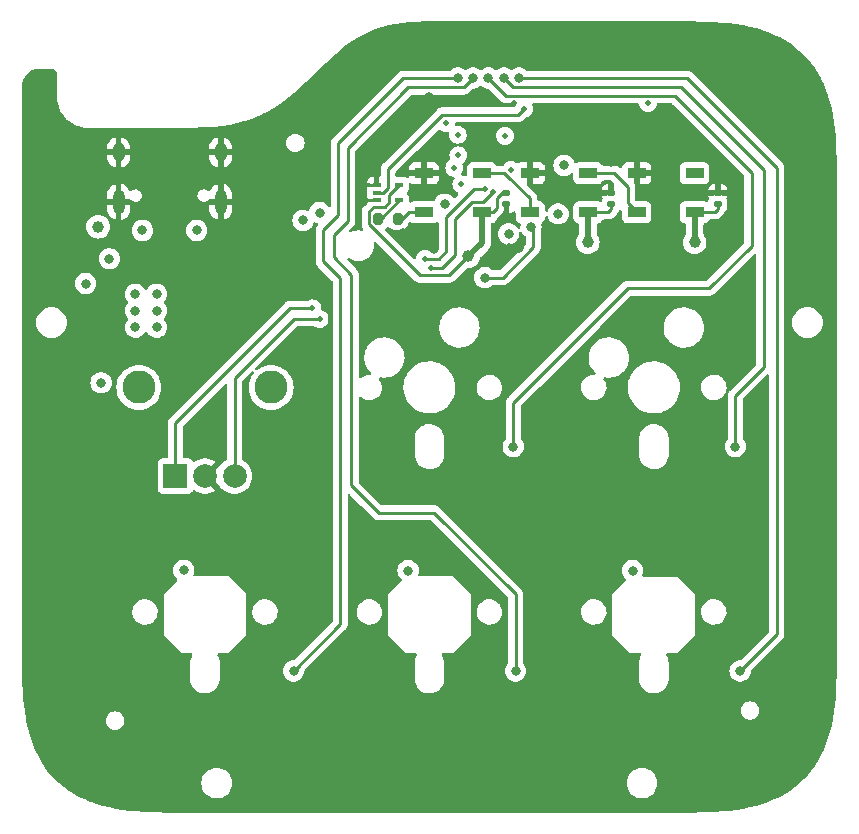
<source format=gbr>
%TF.GenerationSoftware,KiCad,Pcbnew,7.0.1*%
%TF.CreationDate,2023-09-05T02:32:18-04:00*%
%TF.ProjectId,Fluxpad,466c7578-7061-4642-9e6b-696361645f70,rev?*%
%TF.SameCoordinates,Original*%
%TF.FileFunction,Copper,L1,Top*%
%TF.FilePolarity,Positive*%
%FSLAX46Y46*%
G04 Gerber Fmt 4.6, Leading zero omitted, Abs format (unit mm)*
G04 Created by KiCad (PCBNEW 7.0.1) date 2023-09-05 02:32:18*
%MOMM*%
%LPD*%
G01*
G04 APERTURE LIST*
G04 Aperture macros list*
%AMRoundRect*
0 Rectangle with rounded corners*
0 $1 Rounding radius*
0 $2 $3 $4 $5 $6 $7 $8 $9 X,Y pos of 4 corners*
0 Add a 4 corners polygon primitive as box body*
4,1,4,$2,$3,$4,$5,$6,$7,$8,$9,$2,$3,0*
0 Add four circle primitives for the rounded corners*
1,1,$1+$1,$2,$3*
1,1,$1+$1,$4,$5*
1,1,$1+$1,$6,$7*
1,1,$1+$1,$8,$9*
0 Add four rect primitives between the rounded corners*
20,1,$1+$1,$2,$3,$4,$5,0*
20,1,$1+$1,$4,$5,$6,$7,0*
20,1,$1+$1,$6,$7,$8,$9,0*
20,1,$1+$1,$8,$9,$2,$3,0*%
G04 Aperture macros list end*
%TA.AperFunction,SMDPad,CuDef*%
%ADD10RoundRect,0.140000X0.170000X-0.140000X0.170000X0.140000X-0.170000X0.140000X-0.170000X-0.140000X0*%
%TD*%
%TA.AperFunction,SMDPad,CuDef*%
%ADD11R,1.500000X0.900000*%
%TD*%
%TA.AperFunction,ComponentPad*%
%ADD12R,2.000000X2.000000*%
%TD*%
%TA.AperFunction,ComponentPad*%
%ADD13C,2.000000*%
%TD*%
%TA.AperFunction,ComponentPad*%
%ADD14C,2.800000*%
%TD*%
%TA.AperFunction,SMDPad,CuDef*%
%ADD15R,0.650000X0.400000*%
%TD*%
%TA.AperFunction,SMDPad,CuDef*%
%ADD16RoundRect,0.200000X-0.200000X-0.275000X0.200000X-0.275000X0.200000X0.275000X-0.200000X0.275000X0*%
%TD*%
%TA.AperFunction,ComponentPad*%
%ADD17O,1.000000X1.600000*%
%TD*%
%TA.AperFunction,ComponentPad*%
%ADD18O,1.000000X2.100000*%
%TD*%
%TA.AperFunction,ViaPad*%
%ADD19C,0.500000*%
%TD*%
%TA.AperFunction,ViaPad*%
%ADD20C,0.800000*%
%TD*%
%TA.AperFunction,ViaPad*%
%ADD21C,1.000000*%
%TD*%
%TA.AperFunction,Conductor*%
%ADD22C,0.250000*%
%TD*%
%TA.AperFunction,Conductor*%
%ADD23C,0.500000*%
%TD*%
G04 APERTURE END LIST*
D10*
%TO.P,C4,1*%
%TO.N,+5V*%
X175400000Y-94480000D03*
%TO.P,C4,2*%
%TO.N,GND*%
X175400000Y-93520000D03*
%TD*%
D11*
%TO.P,D8,1,VDD*%
%TO.N,+5V*%
X182450000Y-95150000D03*
%TO.P,D8,2,DOUT*%
%TO.N,unconnected-(D8-DOUT-Pad2)*%
X182450000Y-91850000D03*
%TO.P,D8,3,VSS*%
%TO.N,GND*%
X177550000Y-91850000D03*
%TO.P,D8,4,DIN*%
%TO.N,Net-(D7-DOUT)*%
X177550000Y-95150000D03*
%TD*%
D10*
%TO.P,C3,1*%
%TO.N,GND*%
X166500000Y-94480000D03*
%TO.P,C3,2*%
%TO.N,+5V*%
X166500000Y-93520000D03*
%TD*%
D11*
%TO.P,D6,1,VDD*%
%TO.N,+5V*%
X164450000Y-95150000D03*
%TO.P,D6,2,DOUT*%
%TO.N,Net-(D6-DOUT)*%
X164450000Y-91850000D03*
%TO.P,D6,3,VSS*%
%TO.N,GND*%
X159550000Y-91850000D03*
%TO.P,D6,4,DIN*%
%TO.N,Net-(D6-DIN)*%
X159550000Y-95150000D03*
%TD*%
D10*
%TO.P,C10,1*%
%TO.N,+5V*%
X184400000Y-94480000D03*
%TO.P,C10,2*%
%TO.N,GND*%
X184400000Y-93520000D03*
%TD*%
D12*
%TO.P,SW3,A,A*%
%TO.N,/ENCA*%
X138500000Y-117500000D03*
D13*
%TO.P,SW3,B,B*%
%TO.N,/ENCB*%
X143500000Y-117500000D03*
%TO.P,SW3,C,C*%
%TO.N,GND*%
X141000000Y-117500000D03*
D14*
%TO.P,SW3,MP*%
%TO.N,N/C*%
X135400000Y-110000000D03*
X146600000Y-110000000D03*
%TD*%
D15*
%TO.P,U1,1*%
%TO.N,GND*%
X155550000Y-92850000D03*
%TO.P,U1,2*%
%TO.N,/RGB_DOUT*%
X155550000Y-93500000D03*
%TO.P,U1,3,GND*%
%TO.N,GND*%
X155550000Y-94150000D03*
%TO.P,U1,4*%
%TO.N,Net-(R5-Pad1)*%
X157450000Y-94150000D03*
%TO.P,U1,5,VCC*%
%TO.N,+5V*%
X157450000Y-92850000D03*
%TD*%
D16*
%TO.P,R5,1*%
%TO.N,Net-(R5-Pad1)*%
X155675000Y-95700000D03*
%TO.P,R5,2*%
%TO.N,Net-(D6-DIN)*%
X157325000Y-95700000D03*
%TD*%
D11*
%TO.P,D7,1,VDD*%
%TO.N,+5V*%
X173450000Y-95150000D03*
%TO.P,D7,2,DOUT*%
%TO.N,Net-(D7-DOUT)*%
X173450000Y-91850000D03*
%TO.P,D7,3,VSS*%
%TO.N,GND*%
X168550000Y-91850000D03*
%TO.P,D7,4,DIN*%
%TO.N,Net-(D6-DOUT)*%
X168550000Y-95150000D03*
%TD*%
D17*
%TO.P,J1,S1,SHIELD*%
%TO.N,GND*%
X133680000Y-90100000D03*
D18*
X133680000Y-94280000D03*
D17*
X142320000Y-90100000D03*
D18*
X142320000Y-94280000D03*
%TD*%
D19*
%TO.N,+1V1*%
X162700000Y-92800000D03*
X162437749Y-90337749D03*
X161400000Y-87600000D03*
X166900000Y-91600000D03*
%TO.N,+3V3*%
X178500000Y-85900000D03*
D20*
X132200000Y-109600000D03*
X166700000Y-97000000D03*
X158200000Y-125500000D03*
X135100000Y-103500000D03*
D19*
X166400000Y-88700000D03*
D20*
X171400000Y-91200000D03*
X150700000Y-95200000D03*
X135100000Y-104900000D03*
X136900000Y-102100000D03*
D19*
X162400000Y-88600000D03*
D20*
X136900000Y-103500000D03*
X177200000Y-125500000D03*
X170900000Y-95300000D03*
D19*
X162100998Y-91400000D03*
D20*
X139200000Y-125480000D03*
X161287500Y-94500000D03*
X135100000Y-102100000D03*
X149300000Y-95850000D03*
X136900000Y-104900000D03*
D21*
%TO.N,+5V*%
X173400000Y-97700000D03*
X163300000Y-98900000D03*
D20*
X130900000Y-101200000D03*
X135700000Y-96700000D03*
X132900000Y-99100000D03*
D21*
X131950000Y-96400000D03*
D20*
X140300000Y-96700000D03*
D21*
X182450000Y-97700000D03*
D20*
%TO.N,GND*%
X143600000Y-88500000D03*
X130925000Y-105800000D03*
X164200000Y-89000000D03*
X160350000Y-98250000D03*
X164725000Y-89950000D03*
X128000000Y-90000000D03*
X132850000Y-108150000D03*
X171000000Y-143500000D03*
X175400000Y-90900000D03*
X174771142Y-87973223D03*
X184900000Y-102200000D03*
X192000000Y-90000000D03*
X157750500Y-96900000D03*
X128000000Y-119000000D03*
X128000000Y-111050000D03*
X167600000Y-98200000D03*
D19*
X167200000Y-85900000D03*
D20*
X132200000Y-114200000D03*
X148500000Y-143500000D03*
X133400000Y-96500000D03*
X156200000Y-88500500D03*
X165900000Y-102000000D03*
X163675000Y-89950000D03*
X128000000Y-127000000D03*
D19*
X166700000Y-98000000D03*
D20*
X159950000Y-143500000D03*
X192000000Y-98000000D03*
X142600000Y-96500000D03*
X179900000Y-93800000D03*
X160000000Y-85400000D03*
X192000000Y-111000000D03*
X149300000Y-100100000D03*
X143800000Y-103700000D03*
X128000000Y-98000000D03*
X165775000Y-89950000D03*
X165300000Y-89000000D03*
X143950000Y-96500000D03*
X192000000Y-127000000D03*
X192000000Y-119000000D03*
X132400000Y-88500000D03*
X175500000Y-134005633D03*
X156500000Y-134000000D03*
X128000000Y-135000000D03*
X137500000Y-134000000D03*
X184500000Y-143500000D03*
X191800000Y-135000000D03*
X179900000Y-89300000D03*
X183200000Y-93700000D03*
X150700000Y-92200000D03*
X135500000Y-143500000D03*
D19*
X163100000Y-85400000D03*
%TO.N,/RGB_DOUT*%
X168000000Y-86400000D03*
D20*
%TO.N,/LED1*%
X165000000Y-83800000D03*
X167100000Y-115000000D03*
%TO.N,/LED2*%
X166300000Y-83800000D03*
X185900000Y-115000000D03*
%TO.N,/LED3*%
X148500000Y-134000000D03*
X162400000Y-83800000D03*
%TO.N,/LED4*%
X163700000Y-83800000D03*
X167300000Y-134000000D03*
%TO.N,/LED5*%
X167600000Y-83800000D03*
X186305633Y-134005633D03*
D19*
%TO.N,/ENCA*%
X164700000Y-93200000D03*
X150100000Y-103300000D03*
X159600000Y-99100000D03*
%TO.N,/ENCB*%
X160100000Y-99900000D03*
X150700000Y-104200000D03*
X165352878Y-93451107D03*
D20*
%TO.N,/SW1*%
X168600000Y-96400000D03*
X164700000Y-100700000D03*
%TD*%
D22*
%TO.N,+5V*%
X165700000Y-94800000D02*
X165700000Y-94000000D01*
X166180000Y-93520000D02*
X166500000Y-93520000D01*
X154900000Y-96200000D02*
X159200000Y-100500000D01*
X156600000Y-93700000D02*
X156600000Y-94300000D01*
X161700000Y-100500000D02*
X163300000Y-98900000D01*
X184400000Y-94900000D02*
X184400000Y-94480000D01*
X157450000Y-92850000D02*
X156600000Y-93700000D01*
X154900000Y-95100000D02*
X154900000Y-96200000D01*
X159200000Y-100500000D02*
X161700000Y-100500000D01*
X164450000Y-95150000D02*
X165350000Y-95150000D01*
X184150000Y-95150000D02*
X184400000Y-94900000D01*
X155300000Y-94700000D02*
X154900000Y-95100000D01*
X156200000Y-94700000D02*
X155300000Y-94700000D01*
D23*
X163300000Y-98900000D02*
X164450000Y-97750000D01*
D22*
X156600000Y-94300000D02*
X156200000Y-94700000D01*
X175400000Y-94900000D02*
X175400000Y-94480000D01*
X165350000Y-95150000D02*
X165700000Y-94800000D01*
X182450000Y-95150000D02*
X184150000Y-95150000D01*
X175150000Y-95150000D02*
X175400000Y-94900000D01*
D23*
X182450000Y-95150000D02*
X182450000Y-97700000D01*
D22*
X165700000Y-94000000D02*
X166180000Y-93520000D01*
D23*
X164450000Y-97750000D02*
X164450000Y-95150000D01*
D22*
X173450000Y-95150000D02*
X175150000Y-95150000D01*
D23*
X173400000Y-95150000D02*
X173400000Y-97700000D01*
D22*
%TO.N,GND*%
X154500000Y-94100000D02*
X154550000Y-94150000D01*
X154500000Y-92900000D02*
X154500000Y-94100000D01*
X154550000Y-94150000D02*
X155550000Y-94150000D01*
X154550000Y-92850000D02*
X154500000Y-92900000D01*
X167475000Y-98075000D02*
X167600000Y-98200000D01*
X155550000Y-92850000D02*
X154550000Y-92850000D01*
X184400000Y-93520000D02*
X183380000Y-93520000D01*
X183380000Y-93520000D02*
X183200000Y-93700000D01*
%TO.N,/RGB_DOUT*%
X168000000Y-86400000D02*
X167500000Y-86900000D01*
X161100000Y-86900000D02*
X156500000Y-91500000D01*
X167500000Y-86900000D02*
X161100000Y-86900000D01*
X156075000Y-93500000D02*
X155550000Y-93500000D01*
X156500000Y-93075000D02*
X156075000Y-93500000D01*
X156500000Y-91500000D02*
X156500000Y-93075000D01*
%TO.N,Net-(D6-DOUT)*%
X166675000Y-92175000D02*
X168500000Y-94000000D01*
X166661827Y-92175000D02*
X166675000Y-92175000D01*
X168500000Y-94000000D02*
X168500000Y-95150000D01*
X164450000Y-91850000D02*
X166336827Y-91850000D01*
X166336827Y-91850000D02*
X166661827Y-92175000D01*
%TO.N,/LED1*%
X180800000Y-85300000D02*
X166500000Y-85300000D01*
X187300000Y-98000000D02*
X187300000Y-91800000D01*
X167100000Y-115000000D02*
X167100000Y-111300000D01*
X167100000Y-111300000D02*
X176800000Y-101600000D01*
X183700000Y-101600000D02*
X187300000Y-98000000D01*
X176800000Y-101600000D02*
X183700000Y-101600000D01*
X187300000Y-91800000D02*
X180800000Y-85300000D01*
X166500000Y-85300000D02*
X165000000Y-83800000D01*
%TO.N,/LED2*%
X167100000Y-84600000D02*
X166300000Y-83800000D01*
X188300000Y-91610050D02*
X181289950Y-84600000D01*
X181289950Y-84600000D02*
X167100000Y-84600000D01*
X185900000Y-115000000D02*
X185900000Y-110700000D01*
X185900000Y-110700000D02*
X188300000Y-108300000D01*
X188300000Y-108300000D02*
X188300000Y-91610050D01*
%TO.N,/LED3*%
X152450000Y-100750000D02*
X152450000Y-130050000D01*
X157800000Y-83800000D02*
X152300000Y-89300000D01*
X152300000Y-89300000D02*
X152300000Y-95400000D01*
X162400000Y-83800000D02*
X157800000Y-83800000D01*
X152450000Y-130050000D02*
X148500000Y-134000000D01*
X151000000Y-99300000D02*
X152450000Y-100750000D01*
X152300000Y-95400000D02*
X151000000Y-96700000D01*
X151000000Y-96700000D02*
X151000000Y-99300000D01*
%TO.N,/LED4*%
X153400000Y-118300000D02*
X153400000Y-100450000D01*
X153100000Y-95900000D02*
X153100000Y-89700000D01*
X167300000Y-127500000D02*
X160400000Y-120600000D01*
X158200000Y-84600000D02*
X162900000Y-84600000D01*
X151900000Y-97100000D02*
X153100000Y-95900000D01*
X167300000Y-134000000D02*
X167300000Y-127500000D01*
X155700000Y-120600000D02*
X153400000Y-118300000D01*
X151900000Y-98950000D02*
X151900000Y-97100000D01*
X160400000Y-120600000D02*
X155700000Y-120600000D01*
X162900000Y-84600000D02*
X163700000Y-83800000D01*
X153100000Y-89700000D02*
X158200000Y-84600000D01*
X153400000Y-100450000D02*
X151900000Y-98950000D01*
%TO.N,/LED5*%
X167600000Y-83800000D02*
X181800000Y-83800000D01*
X181800000Y-83800000D02*
X189400000Y-91400000D01*
X189400000Y-91400000D02*
X189400000Y-130911266D01*
X189400000Y-130911266D02*
X186305633Y-134005633D01*
%TO.N,/ENCA*%
X150100000Y-103300000D02*
X148200000Y-103300000D01*
X160800000Y-99100000D02*
X161425000Y-98475000D01*
X163800000Y-93200000D02*
X164700000Y-93200000D01*
X159600000Y-99100000D02*
X160800000Y-99100000D01*
X138500000Y-113000000D02*
X138500000Y-117500000D01*
X161425000Y-95575000D02*
X163800000Y-93200000D01*
X148200000Y-103300000D02*
X138500000Y-113000000D01*
X161425000Y-98475000D02*
X161425000Y-95575000D01*
%TO.N,/ENCB*%
X161100000Y-99900000D02*
X160100000Y-99900000D01*
X162200000Y-98800000D02*
X161100000Y-99900000D01*
X163600000Y-94300000D02*
X162200000Y-95700000D01*
X162200000Y-95700000D02*
X162200000Y-98800000D01*
X148500000Y-104200000D02*
X143500000Y-109200000D01*
X143500000Y-109200000D02*
X143500000Y-117500000D01*
X150700000Y-104200000D02*
X148500000Y-104200000D01*
X164503985Y-94300000D02*
X163600000Y-94300000D01*
X165352878Y-93451107D02*
X164503985Y-94300000D01*
%TO.N,Net-(D6-DIN)*%
X157325000Y-95700000D02*
X157700000Y-95700000D01*
X158250000Y-95150000D02*
X159550000Y-95150000D01*
X157700000Y-95700000D02*
X158250000Y-95150000D01*
%TO.N,Net-(D7-DOUT)*%
X176800000Y-93000000D02*
X176800000Y-94400000D01*
X175650000Y-91850000D02*
X176800000Y-93000000D01*
X176800000Y-94400000D02*
X177550000Y-95150000D01*
X173400000Y-91850000D02*
X175650000Y-91850000D01*
%TO.N,Net-(R5-Pad1)*%
X157450000Y-94150000D02*
X155900000Y-95700000D01*
X155900000Y-95700000D02*
X155675000Y-95700000D01*
%TO.N,/SW1*%
X168600000Y-96400000D02*
X168800000Y-96600000D01*
X166200000Y-100700000D02*
X164700000Y-100700000D01*
X168800000Y-98100000D02*
X166200000Y-100700000D01*
X168800000Y-96600000D02*
X168800000Y-98100000D01*
%TD*%
%TA.AperFunction,Conductor*%
%TO.N,GND*%
G36*
X158462464Y-95972526D02*
G01*
X158557669Y-96043796D01*
X158692517Y-96094091D01*
X158752127Y-96100500D01*
X160347872Y-96100499D01*
X160407483Y-96094091D01*
X160542331Y-96043796D01*
X160582760Y-96013531D01*
X160601190Y-95999735D01*
X160664448Y-95975496D01*
X160731005Y-95988118D01*
X160780995Y-96033835D01*
X160799500Y-96099002D01*
X160799500Y-98164547D01*
X160790061Y-98212000D01*
X160763181Y-98252228D01*
X160577228Y-98438181D01*
X160537000Y-98465061D01*
X160489547Y-98474500D01*
X160050876Y-98474500D01*
X159984904Y-98455494D01*
X159927690Y-98419544D01*
X159814508Y-98379940D01*
X159768059Y-98363687D01*
X159768058Y-98363686D01*
X159768056Y-98363686D01*
X159600000Y-98344750D01*
X159431943Y-98363686D01*
X159272310Y-98419544D01*
X159129108Y-98509524D01*
X159009524Y-98629108D01*
X158919544Y-98772310D01*
X158863686Y-98931943D01*
X158857361Y-98988074D01*
X158831087Y-99051502D01*
X158775095Y-99091230D01*
X158706548Y-99095079D01*
X158646460Y-99061869D01*
X156300305Y-96715714D01*
X156268211Y-96660126D01*
X156268211Y-96595939D01*
X156300305Y-96540351D01*
X156310182Y-96530473D01*
X156310185Y-96530472D01*
X156412319Y-96428337D01*
X156467907Y-96396245D01*
X156532094Y-96396245D01*
X156587681Y-96428339D01*
X156689813Y-96530471D01*
X156689815Y-96530472D01*
X156835394Y-96618478D01*
X156997804Y-96669086D01*
X157044857Y-96673361D01*
X157068383Y-96675500D01*
X157068384Y-96675500D01*
X157581616Y-96675500D01*
X157581617Y-96675500D01*
X157599260Y-96673896D01*
X157652196Y-96669086D01*
X157814606Y-96618478D01*
X157960185Y-96530472D01*
X158080472Y-96410185D01*
X158168478Y-96264606D01*
X158171482Y-96254967D01*
X158223002Y-96089632D01*
X158223248Y-96089708D01*
X158229886Y-96065178D01*
X158254498Y-96030090D01*
X158300477Y-95984111D01*
X158350400Y-95953682D01*
X158408719Y-95949511D01*
X158462464Y-95972526D01*
G37*
%TD.AperFunction*%
%TA.AperFunction,Conductor*%
G36*
X164422882Y-84493778D02*
G01*
X164505942Y-84554125D01*
X164547272Y-84584153D01*
X164720197Y-84661144D01*
X164905352Y-84700500D01*
X164905354Y-84700500D01*
X164964548Y-84700500D01*
X165012001Y-84709939D01*
X165052229Y-84736819D01*
X165999196Y-85683787D01*
X166012096Y-85699888D01*
X166063223Y-85747900D01*
X166066019Y-85750610D01*
X166085529Y-85770120D01*
X166088711Y-85772588D01*
X166097571Y-85780155D01*
X166102913Y-85785172D01*
X166129418Y-85810062D01*
X166146970Y-85819711D01*
X166163238Y-85830397D01*
X166179064Y-85842673D01*
X166219146Y-85860017D01*
X166229633Y-85865155D01*
X166267907Y-85886197D01*
X166276410Y-85888379D01*
X166287308Y-85891178D01*
X166305713Y-85897478D01*
X166324104Y-85905437D01*
X166367250Y-85912270D01*
X166378668Y-85914635D01*
X166420981Y-85925500D01*
X166441016Y-85925500D01*
X166460415Y-85927027D01*
X166480196Y-85930160D01*
X166523674Y-85926050D01*
X166535344Y-85925500D01*
X167196153Y-85925500D01*
X167253067Y-85939333D01*
X167297282Y-85977745D01*
X167318935Y-86032166D01*
X167313195Y-86090454D01*
X167277854Y-86191454D01*
X167251711Y-86234841D01*
X167210399Y-86264154D01*
X167160812Y-86274500D01*
X161182740Y-86274500D01*
X161162236Y-86272236D01*
X161092144Y-86274439D01*
X161088250Y-86274500D01*
X161060648Y-86274500D01*
X161056653Y-86275004D01*
X161045029Y-86275918D01*
X161001368Y-86277290D01*
X160982129Y-86282880D01*
X160963080Y-86286825D01*
X160943208Y-86289335D01*
X160902593Y-86305415D01*
X160891549Y-86309196D01*
X160849611Y-86321382D01*
X160832364Y-86331581D01*
X160814900Y-86340136D01*
X160796267Y-86347514D01*
X160760926Y-86373189D01*
X160751168Y-86379599D01*
X160713579Y-86401829D01*
X160699410Y-86415998D01*
X160684622Y-86428628D01*
X160668413Y-86440405D01*
X160640572Y-86474058D01*
X160632711Y-86482696D01*
X156116208Y-90999199D01*
X156100110Y-91012096D01*
X156052096Y-91063225D01*
X156049391Y-91066017D01*
X156029874Y-91085534D01*
X156027415Y-91088705D01*
X156019842Y-91097572D01*
X155989935Y-91129420D01*
X155980285Y-91146974D01*
X155969609Y-91163228D01*
X155957326Y-91179063D01*
X155939975Y-91219158D01*
X155934838Y-91229644D01*
X155913802Y-91267907D01*
X155908821Y-91287309D01*
X155902520Y-91305711D01*
X155894561Y-91324102D01*
X155887728Y-91367242D01*
X155885360Y-91378674D01*
X155874500Y-91420978D01*
X155874500Y-91441016D01*
X155872973Y-91460415D01*
X155869840Y-91480194D01*
X155873950Y-91523675D01*
X155874500Y-91535344D01*
X155874500Y-92026000D01*
X155857887Y-92088000D01*
X155812500Y-92133387D01*
X155750500Y-92150000D01*
X155750000Y-92150000D01*
X155750000Y-92675500D01*
X155733387Y-92737500D01*
X155688000Y-92782887D01*
X155626000Y-92799500D01*
X155474000Y-92799500D01*
X155412000Y-92782887D01*
X155366613Y-92737500D01*
X155350000Y-92675500D01*
X155350000Y-92150000D01*
X155177176Y-92150000D01*
X155117624Y-92156402D01*
X154982910Y-92206647D01*
X154867811Y-92292811D01*
X154781647Y-92407910D01*
X154731402Y-92542624D01*
X154725000Y-92602176D01*
X154725000Y-92650000D01*
X154885566Y-92650000D01*
X154944993Y-92665168D01*
X154989881Y-92706961D01*
X155009250Y-92765154D01*
X154998360Y-92825511D01*
X154959878Y-92873264D01*
X154922331Y-92901373D01*
X154867453Y-92942454D01*
X154824142Y-93000311D01*
X154780379Y-93036884D01*
X154725038Y-93049961D01*
X154725000Y-93050000D01*
X154725000Y-93097826D01*
X154731619Y-93159400D01*
X154731619Y-93185907D01*
X154724500Y-93252129D01*
X154724500Y-93747868D01*
X154725023Y-93752732D01*
X154730909Y-93807483D01*
X154730909Y-93807485D01*
X154731620Y-93814091D01*
X154731620Y-93840600D01*
X154725000Y-93902177D01*
X154725000Y-93950000D01*
X154725038Y-93950038D01*
X154780379Y-93963116D01*
X154824142Y-93999689D01*
X154878138Y-94071818D01*
X154876537Y-94073016D01*
X154893974Y-94093922D01*
X154906978Y-94149705D01*
X154893523Y-94205382D01*
X154875846Y-94226230D01*
X154878396Y-94228339D01*
X154840572Y-94274058D01*
X154832713Y-94282694D01*
X154801725Y-94313682D01*
X154761500Y-94340561D01*
X154727719Y-94347280D01*
X154722280Y-94352719D01*
X154715561Y-94386499D01*
X154688681Y-94426727D01*
X154516208Y-94599199D01*
X154500110Y-94612096D01*
X154452096Y-94663225D01*
X154449391Y-94666017D01*
X154429874Y-94685534D01*
X154427415Y-94688705D01*
X154419842Y-94697572D01*
X154389935Y-94729420D01*
X154380285Y-94746974D01*
X154369609Y-94763228D01*
X154357326Y-94779063D01*
X154339975Y-94819158D01*
X154334838Y-94829644D01*
X154313802Y-94867907D01*
X154308821Y-94887309D01*
X154302520Y-94905711D01*
X154294561Y-94924102D01*
X154287728Y-94967242D01*
X154285360Y-94978674D01*
X154274500Y-95020978D01*
X154274500Y-95041016D01*
X154272973Y-95060415D01*
X154270212Y-95077850D01*
X154269840Y-95080196D01*
X154271205Y-95094640D01*
X154273950Y-95123675D01*
X154274500Y-95135344D01*
X154274500Y-96117256D01*
X154272235Y-96137762D01*
X154274439Y-96207873D01*
X154274500Y-96211768D01*
X154274500Y-96239349D01*
X154275003Y-96243334D01*
X154275918Y-96254967D01*
X154277290Y-96298626D01*
X154282879Y-96317860D01*
X154286825Y-96336916D01*
X154289335Y-96356792D01*
X154305414Y-96397404D01*
X154309197Y-96408451D01*
X154321382Y-96450391D01*
X154331580Y-96467635D01*
X154340137Y-96485101D01*
X154347514Y-96503733D01*
X154360927Y-96522194D01*
X154383461Y-96578250D01*
X154376831Y-96638301D01*
X154342611Y-96688092D01*
X154288924Y-96715802D01*
X154237527Y-96714994D01*
X154237500Y-96715310D01*
X154233099Y-96714925D01*
X154228515Y-96714853D01*
X154226691Y-96714364D01*
X154056786Y-96699500D01*
X154056784Y-96699500D01*
X153943216Y-96699500D01*
X153943214Y-96699500D01*
X153773310Y-96714364D01*
X153553501Y-96773261D01*
X153362332Y-96862406D01*
X153294815Y-96873100D01*
X153231891Y-96846390D01*
X153192683Y-96790395D01*
X153189105Y-96722130D01*
X153222244Y-96662345D01*
X153483789Y-96400800D01*
X153499885Y-96387906D01*
X153501873Y-96385787D01*
X153501877Y-96385786D01*
X153547948Y-96336723D01*
X153550566Y-96334023D01*
X153570120Y-96314471D01*
X153572581Y-96311298D01*
X153580156Y-96302427D01*
X153610062Y-96270582D01*
X153619717Y-96253018D01*
X153630394Y-96236764D01*
X153642673Y-96220936D01*
X153660018Y-96180852D01*
X153665160Y-96170356D01*
X153668532Y-96164223D01*
X153686197Y-96132092D01*
X153691179Y-96112684D01*
X153697481Y-96094280D01*
X153705437Y-96075896D01*
X153712269Y-96032752D01*
X153714633Y-96021338D01*
X153725500Y-95979019D01*
X153725500Y-95958984D01*
X153727027Y-95939585D01*
X153727068Y-95939321D01*
X153730160Y-95919804D01*
X153726050Y-95876325D01*
X153725500Y-95864656D01*
X153725500Y-90010452D01*
X153734939Y-89962999D01*
X153761819Y-89922771D01*
X158422772Y-85261819D01*
X158463000Y-85234939D01*
X158510453Y-85225500D01*
X162817256Y-85225500D01*
X162837762Y-85227764D01*
X162840665Y-85227672D01*
X162840667Y-85227673D01*
X162907872Y-85225561D01*
X162911768Y-85225500D01*
X162939349Y-85225500D01*
X162939350Y-85225500D01*
X162943319Y-85224998D01*
X162954965Y-85224080D01*
X162998627Y-85222709D01*
X163017859Y-85217120D01*
X163036918Y-85213174D01*
X163043196Y-85212381D01*
X163056792Y-85210664D01*
X163097407Y-85194582D01*
X163108444Y-85190803D01*
X163150390Y-85178618D01*
X163167629Y-85168422D01*
X163185102Y-85159862D01*
X163203732Y-85152486D01*
X163239064Y-85126814D01*
X163248830Y-85120400D01*
X163286418Y-85098171D01*
X163286417Y-85098171D01*
X163286420Y-85098170D01*
X163300585Y-85084004D01*
X163315373Y-85071373D01*
X163331587Y-85059594D01*
X163359438Y-85025926D01*
X163367269Y-85017319D01*
X163647773Y-84736816D01*
X163687999Y-84709939D01*
X163735452Y-84700500D01*
X163794648Y-84700500D01*
X163918083Y-84674262D01*
X163979803Y-84661144D01*
X164049193Y-84630248D01*
X164152727Y-84584153D01*
X164152730Y-84584151D01*
X164277117Y-84493778D01*
X164324219Y-84472808D01*
X164375781Y-84472808D01*
X164422882Y-84493778D01*
G37*
%TD.AperFunction*%
%TA.AperFunction,Conductor*%
G36*
X181644572Y-79001057D02*
G01*
X181644645Y-79001058D01*
X182284918Y-79004864D01*
X182286049Y-79004876D01*
X182920541Y-79014892D01*
X182922268Y-79014932D01*
X183549536Y-79033831D01*
X183551780Y-79033919D01*
X184170716Y-79064105D01*
X184173349Y-79064263D01*
X184782467Y-79107860D01*
X184785722Y-79108137D01*
X185383509Y-79166999D01*
X185387264Y-79167427D01*
X185972549Y-79243194D01*
X185976676Y-79243801D01*
X186548128Y-79337856D01*
X186552762Y-79338710D01*
X187108982Y-79452187D01*
X187114004Y-79453321D01*
X187653894Y-79587179D01*
X187659291Y-79588649D01*
X187953079Y-79675802D01*
X188181634Y-79743605D01*
X188187389Y-79745466D01*
X188554190Y-79874050D01*
X188691227Y-79922089D01*
X188697236Y-79924373D01*
X188967586Y-80035258D01*
X189181641Y-80123054D01*
X189187889Y-80125820D01*
X189197272Y-80130287D01*
X189652071Y-80346815D01*
X189658428Y-80350071D01*
X190101812Y-80593566D01*
X190108214Y-80597337D01*
X190530221Y-80863371D01*
X190536613Y-80867684D01*
X190936848Y-81156264D01*
X190943095Y-81161078D01*
X191321285Y-81472185D01*
X191327300Y-81477468D01*
X191683261Y-81811050D01*
X191688949Y-81816738D01*
X192022523Y-82172688D01*
X192027800Y-82178696D01*
X192338930Y-82556918D01*
X192343739Y-82563158D01*
X192632317Y-82963390D01*
X192636632Y-82969785D01*
X192730922Y-83119355D01*
X192900425Y-83388235D01*
X192902644Y-83391754D01*
X192906432Y-83398184D01*
X193116409Y-83780535D01*
X193149913Y-83841543D01*
X193153183Y-83847929D01*
X193374178Y-84312110D01*
X193376944Y-84318358D01*
X193575623Y-84802755D01*
X193577916Y-84808789D01*
X193679361Y-85098171D01*
X193720104Y-85214397D01*
X193754533Y-85312608D01*
X193756392Y-85318359D01*
X193784632Y-85413551D01*
X193911344Y-85840687D01*
X193912821Y-85846112D01*
X194046673Y-86385978D01*
X194047814Y-86391032D01*
X194161287Y-86947229D01*
X194162144Y-86951878D01*
X194256188Y-87523268D01*
X194256808Y-87527486D01*
X194332572Y-88112734D01*
X194333001Y-88116503D01*
X194391859Y-88714256D01*
X194392140Y-88717554D01*
X194424740Y-89173018D01*
X194432429Y-89280456D01*
X194435729Y-89326554D01*
X194435898Y-89329367D01*
X194466077Y-89948187D01*
X194466168Y-89950493D01*
X194485065Y-90577703D01*
X194485106Y-90579480D01*
X194495121Y-91213907D01*
X194495134Y-91215127D01*
X194498939Y-91855099D01*
X194498941Y-91855728D01*
X194499500Y-92500456D01*
X194499500Y-132499544D01*
X194498941Y-133144270D01*
X194498939Y-133144899D01*
X194495134Y-133784871D01*
X194495121Y-133786091D01*
X194485106Y-134420518D01*
X194485065Y-134422295D01*
X194466168Y-135049505D01*
X194466077Y-135051811D01*
X194435898Y-135670631D01*
X194435729Y-135673444D01*
X194392140Y-136282444D01*
X194391859Y-136285742D01*
X194333001Y-136883495D01*
X194332572Y-136887264D01*
X194256808Y-137472512D01*
X194256188Y-137476730D01*
X194162144Y-138048120D01*
X194161287Y-138052769D01*
X194047814Y-138608966D01*
X194046673Y-138614020D01*
X193912821Y-139153886D01*
X193911344Y-139159311D01*
X193756394Y-139681635D01*
X193754533Y-139687390D01*
X193577916Y-140191209D01*
X193575623Y-140197243D01*
X193376944Y-140681640D01*
X193374178Y-140687888D01*
X193153183Y-141152069D01*
X193149913Y-141158455D01*
X192906437Y-141601806D01*
X192902644Y-141608244D01*
X192636632Y-142030213D01*
X192632317Y-142036608D01*
X192343739Y-142436840D01*
X192338920Y-142443094D01*
X192027806Y-142821295D01*
X192022523Y-142827310D01*
X191688949Y-143183260D01*
X191683261Y-143188948D01*
X191327300Y-143522530D01*
X191321285Y-143527813D01*
X190943095Y-143838920D01*
X190936841Y-143843739D01*
X190536616Y-144132312D01*
X190530221Y-144136627D01*
X190108232Y-144402650D01*
X190101794Y-144406443D01*
X189658442Y-144649920D01*
X189652056Y-144653190D01*
X189187889Y-144874178D01*
X189181641Y-144876944D01*
X188697255Y-145075618D01*
X188691221Y-145077911D01*
X188187389Y-145254532D01*
X188181634Y-145256393D01*
X187659305Y-145411345D01*
X187653880Y-145412822D01*
X187114020Y-145546673D01*
X187108966Y-145547814D01*
X186552770Y-145661286D01*
X186548121Y-145662143D01*
X185976722Y-145756190D01*
X185972503Y-145756810D01*
X185387270Y-145832570D01*
X185383502Y-145832999D01*
X184785741Y-145891859D01*
X184782443Y-145892140D01*
X184223574Y-145932140D01*
X184173436Y-145935729D01*
X184170629Y-145935898D01*
X183551811Y-145966077D01*
X183549505Y-145966168D01*
X182922293Y-145985065D01*
X182920516Y-145985106D01*
X182286092Y-145995121D01*
X182284872Y-145995134D01*
X181644898Y-145998939D01*
X181644269Y-145998941D01*
X181001417Y-145999498D01*
X180999542Y-145999500D01*
X139000457Y-145999500D01*
X138998576Y-145999498D01*
X138355728Y-145998941D01*
X138355099Y-145998939D01*
X137715127Y-145995134D01*
X137713907Y-145995121D01*
X137079480Y-145985106D01*
X137077703Y-145985065D01*
X136450493Y-145966168D01*
X136448187Y-145966077D01*
X135863808Y-145937577D01*
X135829363Y-145935897D01*
X135826565Y-145935729D01*
X135716156Y-145927827D01*
X135217554Y-145892140D01*
X135214256Y-145891859D01*
X134616503Y-145833001D01*
X134612734Y-145832572D01*
X134027486Y-145756808D01*
X134023268Y-145756188D01*
X133451878Y-145662144D01*
X133447229Y-145661287D01*
X132891032Y-145547814D01*
X132885978Y-145546673D01*
X132346112Y-145412821D01*
X132340687Y-145411344D01*
X131893086Y-145278561D01*
X131818359Y-145256392D01*
X131812608Y-145254533D01*
X131812605Y-145254532D01*
X131713147Y-145219666D01*
X131308789Y-145077916D01*
X131302755Y-145075623D01*
X130818358Y-144876944D01*
X130812110Y-144874178D01*
X130347929Y-144653183D01*
X130341543Y-144649913D01*
X130313903Y-144634734D01*
X129898184Y-144406432D01*
X129891763Y-144402649D01*
X129644889Y-144247018D01*
X129469785Y-144136632D01*
X129463390Y-144132317D01*
X129063158Y-143843739D01*
X129056918Y-143838930D01*
X128678696Y-143527800D01*
X128672688Y-143522523D01*
X128648654Y-143500000D01*
X140694531Y-143500000D01*
X140714364Y-143726689D01*
X140773261Y-143946497D01*
X140869432Y-144152735D01*
X140999953Y-144339140D01*
X141160859Y-144500046D01*
X141347264Y-144630567D01*
X141347265Y-144630567D01*
X141347266Y-144630568D01*
X141553504Y-144726739D01*
X141773308Y-144785635D01*
X141858262Y-144793067D01*
X141943214Y-144800500D01*
X141943216Y-144800500D01*
X142056784Y-144800500D01*
X142056786Y-144800500D01*
X142124747Y-144794554D01*
X142226692Y-144785635D01*
X142446496Y-144726739D01*
X142652734Y-144630568D01*
X142839139Y-144500047D01*
X143000047Y-144339139D01*
X143130568Y-144152734D01*
X143226739Y-143946496D01*
X143285635Y-143726692D01*
X143305468Y-143500000D01*
X143305468Y-143499999D01*
X176694531Y-143499999D01*
X176714364Y-143726689D01*
X176773261Y-143946497D01*
X176869432Y-144152735D01*
X176999953Y-144339140D01*
X177160859Y-144500046D01*
X177347264Y-144630567D01*
X177347265Y-144630567D01*
X177347266Y-144630568D01*
X177553504Y-144726739D01*
X177773308Y-144785635D01*
X177858262Y-144793067D01*
X177943214Y-144800500D01*
X177943216Y-144800500D01*
X178056784Y-144800500D01*
X178056786Y-144800500D01*
X178124747Y-144794554D01*
X178226692Y-144785635D01*
X178446496Y-144726739D01*
X178652734Y-144630568D01*
X178839139Y-144500047D01*
X179000047Y-144339139D01*
X179130568Y-144152734D01*
X179226739Y-143946496D01*
X179285635Y-143726692D01*
X179305468Y-143500000D01*
X179285635Y-143273308D01*
X179226739Y-143053504D01*
X179130568Y-142847266D01*
X179114552Y-142824393D01*
X179000046Y-142660859D01*
X178839140Y-142499953D01*
X178652735Y-142369432D01*
X178446497Y-142273261D01*
X178226689Y-142214364D01*
X178056786Y-142199500D01*
X178056784Y-142199500D01*
X177943216Y-142199500D01*
X177943214Y-142199500D01*
X177773310Y-142214364D01*
X177553502Y-142273261D01*
X177347264Y-142369432D01*
X177160859Y-142499953D01*
X176999953Y-142660859D01*
X176869432Y-142847264D01*
X176773261Y-143053502D01*
X176714364Y-143273310D01*
X176694531Y-143499999D01*
X143305468Y-143499999D01*
X143285635Y-143273308D01*
X143226739Y-143053504D01*
X143130568Y-142847266D01*
X143114552Y-142824393D01*
X143000046Y-142660859D01*
X142839140Y-142499953D01*
X142652735Y-142369432D01*
X142446497Y-142273261D01*
X142226689Y-142214364D01*
X142056786Y-142199500D01*
X142056784Y-142199500D01*
X141943216Y-142199500D01*
X141943214Y-142199500D01*
X141773310Y-142214364D01*
X141553502Y-142273261D01*
X141347264Y-142369432D01*
X141160859Y-142499953D01*
X140999953Y-142660859D01*
X140869432Y-142847264D01*
X140773261Y-143053502D01*
X140714364Y-143273310D01*
X140694531Y-143500000D01*
X128648654Y-143500000D01*
X128316738Y-143188949D01*
X128311050Y-143183261D01*
X127977468Y-142827300D01*
X127972185Y-142821285D01*
X127661078Y-142443095D01*
X127661077Y-142443094D01*
X127661072Y-142443088D01*
X127656259Y-142436841D01*
X127656258Y-142436840D01*
X127367684Y-142036613D01*
X127363371Y-142030221D01*
X127119335Y-141643109D01*
X127097337Y-141608214D01*
X127093562Y-141601806D01*
X126850071Y-141158428D01*
X126846815Y-141152069D01*
X126625820Y-140687889D01*
X126623054Y-140681641D01*
X126555222Y-140516261D01*
X126424373Y-140197236D01*
X126422087Y-140191221D01*
X126245466Y-139687389D01*
X126243605Y-139681634D01*
X126088653Y-139159305D01*
X126087176Y-139153880D01*
X126016004Y-138866824D01*
X125953321Y-138614004D01*
X125952184Y-138608966D01*
X125937918Y-138539042D01*
X125868749Y-138200000D01*
X132618586Y-138200000D01*
X132638178Y-138373878D01*
X132638178Y-138373880D01*
X132638179Y-138373881D01*
X132695971Y-138539042D01*
X132789067Y-138687203D01*
X132912797Y-138810933D01*
X133060958Y-138904029D01*
X133226119Y-138961821D01*
X133278230Y-138967692D01*
X133356394Y-138976500D01*
X133356397Y-138976500D01*
X133443603Y-138976500D01*
X133443606Y-138976500D01*
X133508742Y-138969160D01*
X133573881Y-138961821D01*
X133739042Y-138904029D01*
X133887203Y-138810933D01*
X134010933Y-138687203D01*
X134104029Y-138539042D01*
X134161821Y-138373881D01*
X134181413Y-138200000D01*
X134161821Y-138026119D01*
X134104029Y-137860958D01*
X134010933Y-137712797D01*
X133887203Y-137589067D01*
X133739042Y-137495971D01*
X133573881Y-137438179D01*
X133573880Y-137438178D01*
X133573878Y-137438178D01*
X133443606Y-137423500D01*
X133443603Y-137423500D01*
X133356397Y-137423500D01*
X133356394Y-137423500D01*
X133226121Y-137438178D01*
X133060957Y-137495971D01*
X132912795Y-137589068D01*
X132789068Y-137712795D01*
X132695971Y-137860957D01*
X132638178Y-138026121D01*
X132618586Y-138200000D01*
X125868749Y-138200000D01*
X125838710Y-138052762D01*
X125837855Y-138048121D01*
X125823505Y-137960933D01*
X125743801Y-137476676D01*
X125743194Y-137472549D01*
X125727330Y-137349999D01*
X186368586Y-137349999D01*
X186388178Y-137523878D01*
X186388178Y-137523880D01*
X186388179Y-137523881D01*
X186445971Y-137689042D01*
X186539067Y-137837203D01*
X186662797Y-137960933D01*
X186810958Y-138054029D01*
X186976119Y-138111821D01*
X187028230Y-138117692D01*
X187106394Y-138126500D01*
X187106397Y-138126500D01*
X187193603Y-138126500D01*
X187193606Y-138126500D01*
X187258742Y-138119160D01*
X187323881Y-138111821D01*
X187489042Y-138054029D01*
X187637203Y-137960933D01*
X187760933Y-137837203D01*
X187854029Y-137689042D01*
X187911821Y-137523881D01*
X187931413Y-137350000D01*
X187911821Y-137176119D01*
X187854029Y-137010958D01*
X187760933Y-136862797D01*
X187637203Y-136739067D01*
X187489042Y-136645971D01*
X187323881Y-136588179D01*
X187323880Y-136588178D01*
X187323878Y-136588178D01*
X187193606Y-136573500D01*
X187193603Y-136573500D01*
X187106397Y-136573500D01*
X187106394Y-136573500D01*
X186976121Y-136588178D01*
X186810957Y-136645971D01*
X186662795Y-136739068D01*
X186539068Y-136862795D01*
X186445971Y-137010957D01*
X186388178Y-137176121D01*
X186368586Y-137349999D01*
X125727330Y-137349999D01*
X125667427Y-136887264D01*
X125666999Y-136883502D01*
X125613470Y-136339877D01*
X125608137Y-136285722D01*
X125607858Y-136282443D01*
X125564263Y-135673349D01*
X125564105Y-135670716D01*
X125533919Y-135051780D01*
X125533830Y-135049505D01*
X125529510Y-134906133D01*
X125514932Y-134422268D01*
X125514892Y-134420516D01*
X125514704Y-134408578D01*
X125504876Y-133786049D01*
X125504864Y-133784872D01*
X125504864Y-133784871D01*
X125501058Y-133144612D01*
X125500500Y-132499542D01*
X125500500Y-131000000D01*
X137500000Y-131000000D01*
X139000000Y-132500000D01*
X139832621Y-132500000D01*
X139895022Y-132516845D01*
X139940469Y-132562805D01*
X139956613Y-132625391D01*
X139939069Y-132687599D01*
X139868783Y-132805237D01*
X139789693Y-133015974D01*
X139749500Y-133237453D01*
X139749500Y-134706153D01*
X139764623Y-134874190D01*
X139824507Y-135091171D01*
X139922170Y-135293972D01*
X139990483Y-135387996D01*
X140054478Y-135476078D01*
X140217175Y-135631632D01*
X140405032Y-135755635D01*
X140612012Y-135844103D01*
X140831463Y-135894191D01*
X141036998Y-135903421D01*
X141056328Y-135904290D01*
X141056328Y-135904289D01*
X141056330Y-135904290D01*
X141279387Y-135874075D01*
X141493464Y-135804517D01*
X141691681Y-135697852D01*
X141867666Y-135557508D01*
X142015765Y-135387996D01*
X142131215Y-135194764D01*
X142210307Y-134984024D01*
X142250500Y-134762547D01*
X142250500Y-134000000D01*
X147594540Y-134000000D01*
X147614326Y-134188257D01*
X147672820Y-134368284D01*
X147767466Y-134532216D01*
X147894129Y-134672889D01*
X148047269Y-134784151D01*
X148220197Y-134861144D01*
X148405352Y-134900500D01*
X148405354Y-134900500D01*
X148594646Y-134900500D01*
X148594648Y-134900500D01*
X148718435Y-134874188D01*
X148779803Y-134861144D01*
X148952730Y-134784151D01*
X148974712Y-134768180D01*
X149105870Y-134672889D01*
X149232533Y-134532216D01*
X149327179Y-134368284D01*
X149383843Y-134193890D01*
X149385674Y-134188256D01*
X149403321Y-134020344D01*
X149414721Y-133979925D01*
X149438958Y-133945630D01*
X152384588Y-131000000D01*
X156500000Y-131000000D01*
X158000000Y-132500000D01*
X158832621Y-132500000D01*
X158895022Y-132516845D01*
X158940469Y-132562805D01*
X158956613Y-132625391D01*
X158939069Y-132687599D01*
X158868783Y-132805237D01*
X158789693Y-133015974D01*
X158749500Y-133237453D01*
X158749500Y-134706153D01*
X158764623Y-134874190D01*
X158824507Y-135091171D01*
X158922170Y-135293972D01*
X158990483Y-135387996D01*
X159054478Y-135476078D01*
X159217175Y-135631632D01*
X159405032Y-135755635D01*
X159612012Y-135844103D01*
X159831463Y-135894191D01*
X160036998Y-135903421D01*
X160056328Y-135904290D01*
X160056328Y-135904289D01*
X160056330Y-135904290D01*
X160279387Y-135874075D01*
X160493464Y-135804517D01*
X160691681Y-135697852D01*
X160867666Y-135557508D01*
X161015765Y-135387996D01*
X161131215Y-135194764D01*
X161210307Y-134984024D01*
X161250500Y-134762547D01*
X161250500Y-133293845D01*
X161235377Y-133125812D01*
X161175493Y-132908830D01*
X161077829Y-132706027D01*
X161071187Y-132696885D01*
X161047887Y-132633729D01*
X161061020Y-132567705D01*
X161106715Y-132518273D01*
X161171505Y-132500000D01*
X162000000Y-132500000D01*
X163500000Y-131000000D01*
X163500000Y-128948593D01*
X164000832Y-128948593D01*
X164010605Y-129153756D01*
X164059029Y-129353362D01*
X164102619Y-129448811D01*
X164144354Y-129540199D01*
X164250732Y-129689584D01*
X164263494Y-129707506D01*
X164412146Y-129849245D01*
X164584936Y-129960291D01*
X164775618Y-130036629D01*
X164977302Y-130075500D01*
X165131227Y-130075500D01*
X165131232Y-130075500D01*
X165284466Y-130060868D01*
X165481541Y-130003001D01*
X165664104Y-129908884D01*
X165825556Y-129781916D01*
X165960061Y-129626689D01*
X166062759Y-129448811D01*
X166129937Y-129254712D01*
X166159168Y-129051407D01*
X166149395Y-128846244D01*
X166100971Y-128646638D01*
X166015647Y-128459804D01*
X166015646Y-128459803D01*
X166015645Y-128459800D01*
X165936219Y-128348264D01*
X165896506Y-128292494D01*
X165747854Y-128150755D01*
X165663821Y-128096750D01*
X165575065Y-128039709D01*
X165398450Y-127969003D01*
X165384382Y-127963371D01*
X165384381Y-127963370D01*
X165384379Y-127963370D01*
X165182698Y-127924500D01*
X165028768Y-127924500D01*
X164932996Y-127933644D01*
X164875531Y-127939132D01*
X164678460Y-127996998D01*
X164495893Y-128091117D01*
X164334445Y-128218082D01*
X164199937Y-128373312D01*
X164097241Y-128551187D01*
X164030062Y-128745287D01*
X164000832Y-128948591D01*
X164000832Y-128948593D01*
X163500000Y-128948593D01*
X163500000Y-127500000D01*
X162000000Y-126000000D01*
X159155053Y-126000000D01*
X159098758Y-125986485D01*
X159054735Y-125948885D01*
X159032580Y-125895398D01*
X159037122Y-125837682D01*
X159085674Y-125688256D01*
X159105460Y-125500000D01*
X159085674Y-125311744D01*
X159027179Y-125131716D01*
X159027179Y-125131715D01*
X158932533Y-124967783D01*
X158805870Y-124827110D01*
X158652730Y-124715848D01*
X158479802Y-124638855D01*
X158294648Y-124599500D01*
X158294646Y-124599500D01*
X158105354Y-124599500D01*
X158105352Y-124599500D01*
X157920197Y-124638855D01*
X157747269Y-124715848D01*
X157594129Y-124827110D01*
X157467466Y-124967783D01*
X157372820Y-125131715D01*
X157314326Y-125311742D01*
X157294540Y-125500000D01*
X157314326Y-125688257D01*
X157372820Y-125868284D01*
X157467466Y-126032216D01*
X157594128Y-126172887D01*
X157611613Y-126185591D01*
X157646917Y-126225320D01*
X157662345Y-126276180D01*
X157655063Y-126328828D01*
X157626408Y-126373590D01*
X156500000Y-127499999D01*
X156500000Y-127500000D01*
X156500000Y-131000000D01*
X152384588Y-131000000D01*
X152833786Y-130550802D01*
X152849887Y-130537904D01*
X152851874Y-130535787D01*
X152851877Y-130535786D01*
X152897932Y-130486741D01*
X152900613Y-130483976D01*
X152920120Y-130464470D01*
X152922581Y-130461295D01*
X152930152Y-130452431D01*
X152960062Y-130420582D01*
X152969713Y-130403026D01*
X152980393Y-130386767D01*
X152992674Y-130370936D01*
X153010018Y-130330851D01*
X153015160Y-130320356D01*
X153036197Y-130282092D01*
X153041178Y-130262688D01*
X153047480Y-130244283D01*
X153055438Y-130225895D01*
X153062270Y-130182748D01*
X153064639Y-130171316D01*
X153075500Y-130129020D01*
X153075500Y-130108984D01*
X153077027Y-130089585D01*
X153080160Y-130069804D01*
X153076050Y-130026325D01*
X153075500Y-130014656D01*
X153075500Y-128948593D01*
X153840832Y-128948593D01*
X153850605Y-129153756D01*
X153899029Y-129353362D01*
X153942619Y-129448811D01*
X153984354Y-129540199D01*
X154090732Y-129689584D01*
X154103494Y-129707506D01*
X154252146Y-129849245D01*
X154424936Y-129960291D01*
X154615618Y-130036629D01*
X154817302Y-130075500D01*
X154971227Y-130075500D01*
X154971232Y-130075500D01*
X155124466Y-130060868D01*
X155321541Y-130003001D01*
X155504104Y-129908884D01*
X155665556Y-129781916D01*
X155800061Y-129626689D01*
X155902759Y-129448811D01*
X155969937Y-129254712D01*
X155999168Y-129051407D01*
X155989395Y-128846244D01*
X155940971Y-128646638D01*
X155855647Y-128459804D01*
X155855646Y-128459803D01*
X155855645Y-128459800D01*
X155776219Y-128348264D01*
X155736506Y-128292494D01*
X155587854Y-128150755D01*
X155503821Y-128096750D01*
X155415065Y-128039709D01*
X155238450Y-127969003D01*
X155224382Y-127963371D01*
X155224381Y-127963370D01*
X155224379Y-127963370D01*
X155022698Y-127924500D01*
X154868768Y-127924500D01*
X154772996Y-127933644D01*
X154715531Y-127939132D01*
X154518460Y-127996998D01*
X154335893Y-128091117D01*
X154174445Y-128218082D01*
X154039937Y-128373312D01*
X153937241Y-128551187D01*
X153870062Y-128745287D01*
X153840832Y-128948591D01*
X153840832Y-128948593D01*
X153075500Y-128948593D01*
X153075500Y-119159452D01*
X153089015Y-119103157D01*
X153126615Y-119059134D01*
X153180102Y-119036979D01*
X153237818Y-119041521D01*
X153287180Y-119071770D01*
X154250250Y-120034841D01*
X155199196Y-120983787D01*
X155212096Y-120999888D01*
X155263223Y-121047900D01*
X155266020Y-121050611D01*
X155285529Y-121070120D01*
X155288711Y-121072588D01*
X155297571Y-121080155D01*
X155329417Y-121110061D01*
X155329418Y-121110062D01*
X155346970Y-121119711D01*
X155363238Y-121130397D01*
X155379064Y-121142673D01*
X155419146Y-121160017D01*
X155429633Y-121165155D01*
X155467907Y-121186197D01*
X155476410Y-121188379D01*
X155487308Y-121191178D01*
X155505713Y-121197478D01*
X155524104Y-121205437D01*
X155567250Y-121212270D01*
X155578668Y-121214635D01*
X155620981Y-121225500D01*
X155641016Y-121225500D01*
X155660415Y-121227027D01*
X155680196Y-121230160D01*
X155723674Y-121226050D01*
X155735344Y-121225500D01*
X160089548Y-121225500D01*
X160137001Y-121234939D01*
X160177229Y-121261819D01*
X166638181Y-127722771D01*
X166665061Y-127762999D01*
X166674500Y-127810452D01*
X166674500Y-133301313D01*
X166666264Y-133345751D01*
X166642652Y-133384282D01*
X166609545Y-133421051D01*
X166567464Y-133467786D01*
X166472820Y-133631715D01*
X166414326Y-133811742D01*
X166394540Y-134000000D01*
X166414326Y-134188257D01*
X166472820Y-134368284D01*
X166567466Y-134532216D01*
X166694129Y-134672889D01*
X166847269Y-134784151D01*
X167020197Y-134861144D01*
X167205352Y-134900500D01*
X167205354Y-134900500D01*
X167394646Y-134900500D01*
X167394648Y-134900500D01*
X167518435Y-134874188D01*
X167579803Y-134861144D01*
X167752730Y-134784151D01*
X167774712Y-134768180D01*
X167905870Y-134672889D01*
X168032533Y-134532216D01*
X168127179Y-134368284D01*
X168183843Y-134193890D01*
X168185674Y-134188256D01*
X168205460Y-134000000D01*
X168185674Y-133811744D01*
X168155332Y-133718363D01*
X168127179Y-133631715D01*
X168032535Y-133467786D01*
X168019427Y-133453229D01*
X167957347Y-133384282D01*
X167933736Y-133345751D01*
X167925500Y-133301313D01*
X167925500Y-131005633D01*
X175500000Y-131005633D01*
X177000000Y-132505633D01*
X177832621Y-132505633D01*
X177895022Y-132522478D01*
X177940469Y-132568438D01*
X177956613Y-132631024D01*
X177939069Y-132693232D01*
X177868783Y-132810870D01*
X177789693Y-133021607D01*
X177749500Y-133243086D01*
X177749500Y-134711786D01*
X177764623Y-134879823D01*
X177824507Y-135096804D01*
X177922170Y-135299605D01*
X177990483Y-135393629D01*
X178054478Y-135481711D01*
X178217175Y-135637265D01*
X178405032Y-135761268D01*
X178612012Y-135849736D01*
X178831463Y-135899824D01*
X179036998Y-135909054D01*
X179056328Y-135909923D01*
X179056328Y-135909922D01*
X179056330Y-135909923D01*
X179279387Y-135879708D01*
X179493464Y-135810150D01*
X179691681Y-135703485D01*
X179867666Y-135563141D01*
X180015765Y-135393629D01*
X180131215Y-135200397D01*
X180210307Y-134989657D01*
X180250500Y-134768180D01*
X180250500Y-133299478D01*
X180235377Y-133131445D01*
X180175493Y-132914463D01*
X180077829Y-132711660D01*
X180071187Y-132702518D01*
X180047887Y-132639362D01*
X180061020Y-132573338D01*
X180106715Y-132523906D01*
X180171505Y-132505633D01*
X181000000Y-132505633D01*
X182500000Y-131005633D01*
X182500000Y-128954226D01*
X183000832Y-128954226D01*
X183010605Y-129159389D01*
X183059029Y-129358995D01*
X183100047Y-129448812D01*
X183144354Y-129545832D01*
X183201933Y-129626689D01*
X183263494Y-129713139D01*
X183412146Y-129854878D01*
X183584936Y-129965924D01*
X183775618Y-130042262D01*
X183977302Y-130081133D01*
X184131227Y-130081133D01*
X184131232Y-130081133D01*
X184284466Y-130066501D01*
X184481541Y-130008634D01*
X184664104Y-129914517D01*
X184825556Y-129787549D01*
X184960061Y-129632322D01*
X185062759Y-129454444D01*
X185129937Y-129260345D01*
X185159168Y-129057040D01*
X185149395Y-128851877D01*
X185100971Y-128652271D01*
X185015647Y-128465437D01*
X185015646Y-128465436D01*
X185015645Y-128465433D01*
X184896507Y-128298129D01*
X184896506Y-128298127D01*
X184747854Y-128156388D01*
X184655056Y-128096750D01*
X184575065Y-128045342D01*
X184448121Y-127994521D01*
X184384382Y-127969004D01*
X184384381Y-127969003D01*
X184384379Y-127969003D01*
X184182698Y-127930133D01*
X184028768Y-127930133D01*
X183934526Y-127939132D01*
X183875531Y-127944765D01*
X183678460Y-128002631D01*
X183495893Y-128096750D01*
X183334445Y-128223715D01*
X183199937Y-128378945D01*
X183097241Y-128556820D01*
X183030062Y-128750920D01*
X183001642Y-128948591D01*
X183000832Y-128954226D01*
X182500000Y-128954226D01*
X182500000Y-127505633D01*
X181000000Y-126005633D01*
X178153223Y-126005633D01*
X178096928Y-125992118D01*
X178052905Y-125954518D01*
X178030750Y-125901031D01*
X178035292Y-125843315D01*
X178037476Y-125836591D01*
X178085674Y-125688256D01*
X178105460Y-125500000D01*
X178085674Y-125311744D01*
X178027179Y-125131716D01*
X178027179Y-125131715D01*
X177932533Y-124967783D01*
X177805870Y-124827110D01*
X177652730Y-124715848D01*
X177479802Y-124638855D01*
X177294648Y-124599500D01*
X177294646Y-124599500D01*
X177105354Y-124599500D01*
X177105352Y-124599500D01*
X176920197Y-124638855D01*
X176747269Y-124715848D01*
X176594129Y-124827110D01*
X176467466Y-124967783D01*
X176372820Y-125131715D01*
X176314326Y-125311742D01*
X176294540Y-125500000D01*
X176314326Y-125688257D01*
X176372820Y-125868284D01*
X176467466Y-126032216D01*
X176576121Y-126152888D01*
X176594129Y-126172888D01*
X176611613Y-126185591D01*
X176614874Y-126187960D01*
X176650179Y-126227689D01*
X176665608Y-126278549D01*
X176658326Y-126331197D01*
X176629671Y-126375960D01*
X175500000Y-127505632D01*
X175500000Y-127505633D01*
X175500000Y-131005633D01*
X167925500Y-131005633D01*
X167925500Y-128954226D01*
X172840832Y-128954226D01*
X172850605Y-129159389D01*
X172899029Y-129358995D01*
X172940047Y-129448812D01*
X172984354Y-129545832D01*
X173041933Y-129626689D01*
X173103494Y-129713139D01*
X173252146Y-129854878D01*
X173424936Y-129965924D01*
X173615618Y-130042262D01*
X173817302Y-130081133D01*
X173971227Y-130081133D01*
X173971232Y-130081133D01*
X174124466Y-130066501D01*
X174321541Y-130008634D01*
X174504104Y-129914517D01*
X174665556Y-129787549D01*
X174800061Y-129632322D01*
X174902759Y-129454444D01*
X174969937Y-129260345D01*
X174999168Y-129057040D01*
X174989395Y-128851877D01*
X174940971Y-128652271D01*
X174855647Y-128465437D01*
X174855646Y-128465436D01*
X174855645Y-128465433D01*
X174736507Y-128298129D01*
X174736506Y-128298127D01*
X174587854Y-128156388D01*
X174495056Y-128096750D01*
X174415065Y-128045342D01*
X174288121Y-127994521D01*
X174224382Y-127969004D01*
X174224381Y-127969003D01*
X174224379Y-127969003D01*
X174022698Y-127930133D01*
X173868768Y-127930133D01*
X173774526Y-127939132D01*
X173715531Y-127944765D01*
X173518460Y-128002631D01*
X173335893Y-128096750D01*
X173174445Y-128223715D01*
X173039937Y-128378945D01*
X172937241Y-128556820D01*
X172870062Y-128750920D01*
X172841642Y-128948591D01*
X172840832Y-128954226D01*
X167925500Y-128954226D01*
X167925500Y-127582744D01*
X167927764Y-127562236D01*
X167925561Y-127492113D01*
X167925500Y-127488219D01*
X167925500Y-127460654D01*
X167925500Y-127460650D01*
X167924997Y-127456670D01*
X167924081Y-127445028D01*
X167922710Y-127401373D01*
X167917118Y-127382126D01*
X167913174Y-127363085D01*
X167910664Y-127343208D01*
X167894579Y-127302583D01*
X167890808Y-127291568D01*
X167878618Y-127249610D01*
X167868414Y-127232355D01*
X167859861Y-127214895D01*
X167852486Y-127196269D01*
X167852486Y-127196268D01*
X167826808Y-127160925D01*
X167820401Y-127151171D01*
X167798169Y-127113579D01*
X167784006Y-127099416D01*
X167771367Y-127084617D01*
X167759595Y-127068413D01*
X167725941Y-127040573D01*
X167717299Y-127032709D01*
X160900802Y-120216211D01*
X160887906Y-120200113D01*
X160836775Y-120152098D01*
X160833978Y-120149387D01*
X160814470Y-120129879D01*
X160811290Y-120127412D01*
X160802424Y-120119839D01*
X160770582Y-120089938D01*
X160753024Y-120080285D01*
X160736764Y-120069604D01*
X160720936Y-120057327D01*
X160680851Y-120039980D01*
X160670361Y-120034841D01*
X160632091Y-120013802D01*
X160612691Y-120008821D01*
X160594284Y-120002519D01*
X160575897Y-119994562D01*
X160532758Y-119987729D01*
X160521324Y-119985361D01*
X160479019Y-119974500D01*
X160458984Y-119974500D01*
X160439586Y-119972973D01*
X160432162Y-119971797D01*
X160419805Y-119969840D01*
X160419804Y-119969840D01*
X160386751Y-119972964D01*
X160376325Y-119973950D01*
X160364656Y-119974500D01*
X156010453Y-119974500D01*
X155963000Y-119965061D01*
X155922772Y-119938181D01*
X154061819Y-118077228D01*
X154034939Y-118037000D01*
X154025500Y-117989547D01*
X154025500Y-115706153D01*
X158749500Y-115706153D01*
X158764623Y-115874190D01*
X158824507Y-116091171D01*
X158922170Y-116293972D01*
X159037077Y-116452128D01*
X159054478Y-116476078D01*
X159217175Y-116631632D01*
X159405032Y-116755635D01*
X159612012Y-116844103D01*
X159831463Y-116894191D01*
X160036998Y-116903421D01*
X160056328Y-116904290D01*
X160056328Y-116904289D01*
X160056330Y-116904290D01*
X160279387Y-116874075D01*
X160493464Y-116804517D01*
X160691681Y-116697852D01*
X160867666Y-116557508D01*
X161015765Y-116387996D01*
X161131215Y-116194764D01*
X161210307Y-115984024D01*
X161250500Y-115762547D01*
X161250500Y-114293845D01*
X161235377Y-114125812D01*
X161175493Y-113908830D01*
X161077829Y-113706027D01*
X160945522Y-113523922D01*
X160782825Y-113368368D01*
X160782822Y-113368366D01*
X160782821Y-113368365D01*
X160594968Y-113244365D01*
X160387987Y-113155896D01*
X160168537Y-113105809D01*
X159943671Y-113095709D01*
X159720611Y-113125925D01*
X159506537Y-113195482D01*
X159455826Y-113222771D01*
X159308319Y-113302148D01*
X159308317Y-113302149D01*
X159308318Y-113302149D01*
X159132335Y-113442490D01*
X158984233Y-113612006D01*
X158868783Y-113805237D01*
X158789693Y-114015974D01*
X158749500Y-114237453D01*
X158749500Y-115706153D01*
X154025500Y-115706153D01*
X154025500Y-110922706D01*
X154038748Y-110866938D01*
X154075663Y-110823087D01*
X154128355Y-110800522D01*
X154185565Y-110804067D01*
X154235068Y-110832961D01*
X154252146Y-110849245D01*
X154424936Y-110960291D01*
X154615618Y-111036629D01*
X154817302Y-111075500D01*
X154971227Y-111075500D01*
X154971232Y-111075500D01*
X155124466Y-111060868D01*
X155321541Y-111003001D01*
X155504104Y-110908884D01*
X155665556Y-110781916D01*
X155800061Y-110626689D01*
X155902759Y-110448811D01*
X155969937Y-110254712D01*
X155995963Y-110073697D01*
X157795807Y-110073697D01*
X157825296Y-110366827D01*
X157893592Y-110653413D01*
X157999477Y-110928338D01*
X158141063Y-111186699D01*
X158315822Y-111423884D01*
X158520635Y-111635658D01*
X158751845Y-111818244D01*
X158858500Y-111881415D01*
X159005331Y-111968383D01*
X159276566Y-112083397D01*
X159276567Y-112083397D01*
X159276569Y-112083398D01*
X159339194Y-112100552D01*
X159560710Y-112161232D01*
X159852694Y-112200500D01*
X160073571Y-112200500D01*
X160073573Y-112200500D01*
X160293955Y-112185747D01*
X160414573Y-112161230D01*
X160582663Y-112127064D01*
X160860974Y-112030424D01*
X161123921Y-111897551D01*
X161366812Y-111730816D01*
X161585312Y-111533195D01*
X161775522Y-111308213D01*
X161934047Y-111059887D01*
X162058060Y-110792647D01*
X162145346Y-110511262D01*
X162194349Y-110220754D01*
X162203448Y-109948593D01*
X164000832Y-109948593D01*
X164010605Y-110153756D01*
X164059029Y-110353362D01*
X164070767Y-110379064D01*
X164144354Y-110540199D01*
X164244045Y-110680194D01*
X164263494Y-110707506D01*
X164412146Y-110849245D01*
X164584936Y-110960291D01*
X164775618Y-111036629D01*
X164977302Y-111075500D01*
X165131227Y-111075500D01*
X165131232Y-111075500D01*
X165284466Y-111060868D01*
X165481541Y-111003001D01*
X165664104Y-110908884D01*
X165825556Y-110781916D01*
X165960061Y-110626689D01*
X166062759Y-110448811D01*
X166129937Y-110254712D01*
X166159168Y-110051407D01*
X166149395Y-109846244D01*
X166100971Y-109646638D01*
X166015647Y-109459804D01*
X166015646Y-109459803D01*
X166015645Y-109459800D01*
X165896507Y-109292496D01*
X165896506Y-109292494D01*
X165747854Y-109150755D01*
X165655056Y-109091117D01*
X165575065Y-109039709D01*
X165400658Y-108969887D01*
X165384382Y-108963371D01*
X165384381Y-108963370D01*
X165384379Y-108963370D01*
X165182698Y-108924500D01*
X165028768Y-108924500D01*
X164932996Y-108933645D01*
X164875531Y-108939132D01*
X164678460Y-108996998D01*
X164495893Y-109091117D01*
X164334445Y-109218082D01*
X164199937Y-109373312D01*
X164097241Y-109551187D01*
X164030062Y-109745287D01*
X164004037Y-109926302D01*
X164000832Y-109948593D01*
X162203448Y-109948593D01*
X162204193Y-109926306D01*
X162174704Y-109633173D01*
X162106407Y-109346586D01*
X162062165Y-109231715D01*
X162000522Y-109071661D01*
X161858936Y-108813300D01*
X161767242Y-108688852D01*
X161684178Y-108576116D01*
X161479365Y-108364342D01*
X161477125Y-108362573D01*
X161248154Y-108181755D01*
X161068084Y-108075100D01*
X160994669Y-108031617D01*
X160817104Y-107956322D01*
X160723430Y-107916601D01*
X160439294Y-107838769D01*
X160439293Y-107838768D01*
X160439290Y-107838768D01*
X160147306Y-107799500D01*
X159926429Y-107799500D01*
X159926427Y-107799500D01*
X159706044Y-107814252D01*
X159417338Y-107872935D01*
X159139022Y-107969577D01*
X158876081Y-108102447D01*
X158633187Y-108269184D01*
X158414689Y-108466803D01*
X158224478Y-108691786D01*
X158065951Y-108940115D01*
X157941941Y-109207350D01*
X157854654Y-109488737D01*
X157811379Y-109745287D01*
X157805651Y-109779246D01*
X157799990Y-109948591D01*
X157795807Y-110073697D01*
X155995963Y-110073697D01*
X155999168Y-110051407D01*
X155989395Y-109846244D01*
X155940971Y-109646638D01*
X155855647Y-109459804D01*
X155761407Y-109327462D01*
X155739812Y-109274096D01*
X155744645Y-109216727D01*
X155774866Y-109167724D01*
X155823960Y-109137651D01*
X155881343Y-109132990D01*
X156059445Y-109160500D01*
X156255177Y-109160500D01*
X156255179Y-109160500D01*
X156279536Y-109158629D01*
X156450344Y-109145516D01*
X156704586Y-109086021D01*
X156894570Y-109009451D01*
X156946762Y-108988416D01*
X156946764Y-108988414D01*
X156946766Y-108988414D01*
X157171208Y-108854982D01*
X157372652Y-108688852D01*
X157546375Y-108493920D01*
X157688306Y-108274753D01*
X157776855Y-108077229D01*
X157795118Y-108036490D01*
X157856189Y-107814253D01*
X157864307Y-107784713D01*
X157894252Y-107525325D01*
X157884251Y-107264407D01*
X157834538Y-107008073D01*
X157746279Y-106762332D01*
X157621541Y-106532943D01*
X157621539Y-106532939D01*
X157463250Y-106325284D01*
X157275112Y-106144220D01*
X157061546Y-105994002D01*
X156827546Y-105878140D01*
X156578608Y-105799359D01*
X156417562Y-105774484D01*
X156320555Y-105759500D01*
X156124823Y-105759500D01*
X156124821Y-105759500D01*
X155929656Y-105774484D01*
X155675412Y-105833979D01*
X155433237Y-105931583D01*
X155208791Y-106065017D01*
X155007346Y-106231148D01*
X154833622Y-106426082D01*
X154691693Y-106645247D01*
X154584881Y-106883509D01*
X154515693Y-107135283D01*
X154485747Y-107394675D01*
X154495036Y-107637013D01*
X154495749Y-107655593D01*
X154537900Y-107872936D01*
X154545463Y-107911930D01*
X154633719Y-108157664D01*
X154758460Y-108387060D01*
X154916749Y-108594715D01*
X155037738Y-108711155D01*
X155069083Y-108760379D01*
X155074441Y-108818489D01*
X155052627Y-108872615D01*
X155008471Y-108910768D01*
X154951753Y-108924500D01*
X154868768Y-108924500D01*
X154772996Y-108933645D01*
X154715531Y-108939132D01*
X154518460Y-108996998D01*
X154335893Y-109091117D01*
X154226152Y-109177420D01*
X154162755Y-109203239D01*
X154095319Y-109191487D01*
X154044394Y-109145743D01*
X154025500Y-109079950D01*
X154025500Y-104854675D01*
X160835747Y-104854675D01*
X160844701Y-105088256D01*
X160845749Y-105115593D01*
X160889103Y-105339140D01*
X160895463Y-105371930D01*
X160983719Y-105617664D01*
X161108460Y-105847060D01*
X161266749Y-106054715D01*
X161266750Y-106054716D01*
X161359751Y-106144220D01*
X161454887Y-106235779D01*
X161582137Y-106325284D01*
X161668456Y-106385999D01*
X161749406Y-106426080D01*
X161902453Y-106501859D01*
X162151391Y-106580640D01*
X162151392Y-106580640D01*
X162151395Y-106580641D01*
X162409445Y-106620500D01*
X162605177Y-106620500D01*
X162605179Y-106620500D01*
X162629536Y-106618629D01*
X162800344Y-106605516D01*
X163054586Y-106546021D01*
X163201384Y-106486856D01*
X163296762Y-106448416D01*
X163296764Y-106448414D01*
X163296766Y-106448414D01*
X163521208Y-106314982D01*
X163722652Y-106148852D01*
X163896375Y-105953920D01*
X164038306Y-105734753D01*
X164091712Y-105615620D01*
X164145118Y-105496490D01*
X164203849Y-105282768D01*
X164214307Y-105244713D01*
X164244252Y-104985325D01*
X164234251Y-104724407D01*
X164184538Y-104468073D01*
X164096279Y-104222332D01*
X163992897Y-104032216D01*
X163971539Y-103992939D01*
X163813250Y-103785284D01*
X163625112Y-103604220D01*
X163411546Y-103454002D01*
X163177546Y-103338140D01*
X162928608Y-103259359D01*
X162767562Y-103234484D01*
X162670555Y-103219500D01*
X162474823Y-103219500D01*
X162474821Y-103219500D01*
X162279656Y-103234484D01*
X162025412Y-103293979D01*
X161783237Y-103391583D01*
X161558791Y-103525017D01*
X161357346Y-103691148D01*
X161183622Y-103886082D01*
X161041693Y-104105247D01*
X160934881Y-104343509D01*
X160865693Y-104595283D01*
X160835747Y-104854675D01*
X154025500Y-104854675D01*
X154025500Y-100532740D01*
X154027763Y-100512236D01*
X154025561Y-100442144D01*
X154025500Y-100438250D01*
X154025500Y-100410657D01*
X154025500Y-100410650D01*
X154024995Y-100406653D01*
X154024080Y-100395023D01*
X154022709Y-100351373D01*
X154017120Y-100332137D01*
X154013176Y-100313093D01*
X154010664Y-100293208D01*
X153994582Y-100252591D01*
X153990798Y-100241540D01*
X153978617Y-100199610D01*
X153968421Y-100182369D01*
X153959863Y-100164902D01*
X153952486Y-100146268D01*
X153926798Y-100110912D01*
X153920409Y-100101184D01*
X153898170Y-100063579D01*
X153884005Y-100049414D01*
X153871369Y-100034620D01*
X153859595Y-100018414D01*
X153859594Y-100018413D01*
X153825935Y-99990568D01*
X153817305Y-99982714D01*
X153074897Y-99240306D01*
X153043787Y-99188189D01*
X153041140Y-99127550D01*
X153067588Y-99072920D01*
X153116796Y-99037386D01*
X153176973Y-99029463D01*
X153233701Y-99051050D01*
X153347264Y-99130567D01*
X153347265Y-99130567D01*
X153347266Y-99130568D01*
X153553504Y-99226739D01*
X153773308Y-99285635D01*
X153858262Y-99293067D01*
X153943214Y-99300500D01*
X153943216Y-99300500D01*
X154056784Y-99300500D01*
X154056786Y-99300500D01*
X154124747Y-99294554D01*
X154226692Y-99285635D01*
X154446496Y-99226739D01*
X154652734Y-99130568D01*
X154839139Y-99000047D01*
X155000047Y-98839139D01*
X155130568Y-98652734D01*
X155226739Y-98446496D01*
X155285635Y-98226692D01*
X155305468Y-98000000D01*
X155286269Y-97780556D01*
X155295654Y-97721300D01*
X155331761Y-97673384D01*
X155386137Y-97648028D01*
X155446051Y-97651168D01*
X155497478Y-97682069D01*
X158699196Y-100883787D01*
X158712096Y-100899888D01*
X158763223Y-100947900D01*
X158766019Y-100950610D01*
X158785529Y-100970120D01*
X158788711Y-100972588D01*
X158797571Y-100980155D01*
X158824467Y-101005413D01*
X158829418Y-101010062D01*
X158846970Y-101019711D01*
X158863238Y-101030397D01*
X158879064Y-101042673D01*
X158919146Y-101060017D01*
X158929633Y-101065155D01*
X158967907Y-101086197D01*
X158976410Y-101088379D01*
X158987308Y-101091178D01*
X159005713Y-101097478D01*
X159024104Y-101105437D01*
X159067250Y-101112270D01*
X159078668Y-101114635D01*
X159120981Y-101125500D01*
X159141016Y-101125500D01*
X159160415Y-101127027D01*
X159180196Y-101130160D01*
X159223674Y-101126050D01*
X159235344Y-101125500D01*
X161617256Y-101125500D01*
X161637762Y-101127764D01*
X161640665Y-101127672D01*
X161640667Y-101127673D01*
X161707872Y-101125561D01*
X161711768Y-101125500D01*
X161739349Y-101125500D01*
X161739350Y-101125500D01*
X161743319Y-101124998D01*
X161754965Y-101124080D01*
X161798627Y-101122709D01*
X161817859Y-101117120D01*
X161836918Y-101113174D01*
X161844099Y-101112267D01*
X161856792Y-101110664D01*
X161897407Y-101094582D01*
X161908444Y-101090803D01*
X161950390Y-101078618D01*
X161967629Y-101068422D01*
X161985102Y-101059862D01*
X162003732Y-101052486D01*
X162039064Y-101026814D01*
X162048830Y-101020400D01*
X162086418Y-100998171D01*
X162086417Y-100998171D01*
X162086420Y-100998170D01*
X162100585Y-100984004D01*
X162115373Y-100971373D01*
X162131587Y-100959594D01*
X162159438Y-100925926D01*
X162167279Y-100917309D01*
X163148606Y-99935982D01*
X163194511Y-99906913D01*
X163248437Y-99900262D01*
X163300000Y-99905341D01*
X163496132Y-99886024D01*
X163684727Y-99828814D01*
X163858538Y-99735910D01*
X164010883Y-99610883D01*
X164135910Y-99458538D01*
X164228814Y-99284727D01*
X164286024Y-99096132D01*
X164294871Y-99006299D01*
X164306179Y-98965438D01*
X164330590Y-98930776D01*
X164935638Y-98325727D01*
X164949256Y-98313957D01*
X164968530Y-98299610D01*
X165000384Y-98261647D01*
X165007671Y-98253694D01*
X165011591Y-98249776D01*
X165030820Y-98225454D01*
X165033077Y-98222685D01*
X165052532Y-98199500D01*
X165081302Y-98165214D01*
X165081303Y-98165211D01*
X165082115Y-98164244D01*
X165092573Y-98147828D01*
X165093107Y-98146680D01*
X165093111Y-98146677D01*
X165124845Y-98078621D01*
X165126371Y-98075470D01*
X165160040Y-98008433D01*
X165160040Y-98008431D01*
X165160609Y-98007299D01*
X165167002Y-97988906D01*
X165182431Y-97914184D01*
X165183212Y-97910660D01*
X165184524Y-97905127D01*
X165200500Y-97837721D01*
X165200791Y-97836493D01*
X165202770Y-97817120D01*
X165202733Y-97815858D01*
X165202734Y-97815855D01*
X165200552Y-97740868D01*
X165200500Y-97737262D01*
X165200500Y-96216976D01*
X165214969Y-96158847D01*
X165254999Y-96114284D01*
X165293177Y-96100303D01*
X165292890Y-96099534D01*
X165331168Y-96085257D01*
X165442331Y-96043796D01*
X165557546Y-95957546D01*
X165643796Y-95842331D01*
X165694091Y-95707483D01*
X165694091Y-95707479D01*
X165695172Y-95704582D01*
X165716285Y-95668304D01*
X165726080Y-95659993D01*
X165725339Y-95659252D01*
X165736721Y-95647869D01*
X165750585Y-95634004D01*
X165765373Y-95621373D01*
X165781587Y-95609594D01*
X165809438Y-95575926D01*
X165817279Y-95567309D01*
X166083786Y-95300802D01*
X166105031Y-95283784D01*
X166115112Y-95277388D01*
X166116078Y-95278911D01*
X166155926Y-95254920D01*
X166223246Y-95255448D01*
X166229086Y-95257144D01*
X166249999Y-95258790D01*
X166250000Y-95258790D01*
X166250000Y-95129770D01*
X166265339Y-95070031D01*
X166271501Y-95058822D01*
X166286197Y-95032092D01*
X166291178Y-95012688D01*
X166297480Y-94994283D01*
X166305438Y-94975895D01*
X166312270Y-94932748D01*
X166314639Y-94921316D01*
X166325500Y-94879020D01*
X166325500Y-94858984D01*
X166327027Y-94839585D01*
X166328273Y-94831716D01*
X166330160Y-94819804D01*
X166326050Y-94776325D01*
X166325500Y-94764656D01*
X166325500Y-94424500D01*
X166342113Y-94362500D01*
X166387500Y-94317113D01*
X166449500Y-94300500D01*
X166626000Y-94300500D01*
X166688000Y-94317113D01*
X166733387Y-94362500D01*
X166750000Y-94424500D01*
X166750000Y-95258790D01*
X166770915Y-95257145D01*
X166926194Y-95212032D01*
X167065376Y-95129720D01*
X167087817Y-95107279D01*
X167137180Y-95077028D01*
X167194897Y-95072485D01*
X167248385Y-95094640D01*
X167285985Y-95138664D01*
X167299500Y-95194959D01*
X167299500Y-95647869D01*
X167305909Y-95707484D01*
X167328153Y-95767122D01*
X167356204Y-95842331D01*
X167442454Y-95957546D01*
X167557669Y-96043796D01*
X167635373Y-96072777D01*
X167680688Y-96102257D01*
X167709154Y-96148217D01*
X167715359Y-96201920D01*
X167714326Y-96211741D01*
X167714326Y-96211744D01*
X167699081Y-96356792D01*
X167694540Y-96400000D01*
X167700583Y-96457503D01*
X167689460Y-96523261D01*
X167645881Y-96573746D01*
X167582453Y-96594354D01*
X167517523Y-96579124D01*
X167469875Y-96532463D01*
X167432533Y-96467784D01*
X167407301Y-96439762D01*
X167305870Y-96327110D01*
X167152730Y-96215848D01*
X166979802Y-96138855D01*
X166794648Y-96099500D01*
X166794646Y-96099500D01*
X166605354Y-96099500D01*
X166605352Y-96099500D01*
X166420197Y-96138855D01*
X166247269Y-96215848D01*
X166094129Y-96327110D01*
X165967466Y-96467783D01*
X165872820Y-96631715D01*
X165814326Y-96811742D01*
X165794540Y-96999999D01*
X165814326Y-97188257D01*
X165872820Y-97368284D01*
X165967466Y-97532216D01*
X166094129Y-97672889D01*
X166247269Y-97784151D01*
X166420197Y-97861144D01*
X166605352Y-97900500D01*
X166605354Y-97900500D01*
X166794646Y-97900500D01*
X166794648Y-97900500D01*
X166940933Y-97869406D01*
X166979803Y-97861144D01*
X167152730Y-97784151D01*
X167167654Y-97773308D01*
X167305870Y-97672889D01*
X167432533Y-97532216D01*
X167527179Y-97368284D01*
X167544403Y-97315273D01*
X167585674Y-97188256D01*
X167605460Y-97000000D01*
X167599416Y-96942495D01*
X167610539Y-96876739D01*
X167654117Y-96826254D01*
X167717545Y-96805645D01*
X167782475Y-96820874D01*
X167830124Y-96867537D01*
X167867465Y-96932214D01*
X167994129Y-97072889D01*
X168123385Y-97166798D01*
X168160985Y-97210821D01*
X168174500Y-97267116D01*
X168174500Y-97789547D01*
X168165061Y-97837000D01*
X168138181Y-97877228D01*
X165977228Y-100038181D01*
X165937000Y-100065061D01*
X165889547Y-100074500D01*
X165403747Y-100074500D01*
X165353312Y-100063780D01*
X165311598Y-100033473D01*
X165305871Y-100027112D01*
X165152730Y-99915849D01*
X165152729Y-99915848D01*
X165152727Y-99915847D01*
X164979802Y-99838855D01*
X164794648Y-99799500D01*
X164794646Y-99799500D01*
X164605354Y-99799500D01*
X164605352Y-99799500D01*
X164420197Y-99838855D01*
X164247269Y-99915848D01*
X164094129Y-100027110D01*
X163967466Y-100167783D01*
X163872820Y-100331715D01*
X163814326Y-100511742D01*
X163794540Y-100700000D01*
X163814326Y-100888257D01*
X163872820Y-101068284D01*
X163967466Y-101232216D01*
X164094129Y-101372889D01*
X164247269Y-101484151D01*
X164420197Y-101561144D01*
X164605352Y-101600500D01*
X164605354Y-101600500D01*
X164794646Y-101600500D01*
X164794648Y-101600500D01*
X164918084Y-101574262D01*
X164979803Y-101561144D01*
X165152730Y-101484151D01*
X165305871Y-101372888D01*
X165311598Y-101366526D01*
X165353312Y-101336220D01*
X165403747Y-101325500D01*
X166117256Y-101325500D01*
X166137762Y-101327764D01*
X166140665Y-101327672D01*
X166140667Y-101327673D01*
X166207872Y-101325561D01*
X166211768Y-101325500D01*
X166239349Y-101325500D01*
X166239350Y-101325500D01*
X166243319Y-101324998D01*
X166254965Y-101324080D01*
X166298627Y-101322709D01*
X166317859Y-101317120D01*
X166336918Y-101313174D01*
X166343196Y-101312381D01*
X166356792Y-101310664D01*
X166397407Y-101294582D01*
X166408444Y-101290803D01*
X166450390Y-101278618D01*
X166467629Y-101268422D01*
X166485102Y-101259862D01*
X166503732Y-101252486D01*
X166539064Y-101226814D01*
X166548830Y-101220400D01*
X166550622Y-101219340D01*
X166586420Y-101198170D01*
X166600585Y-101184004D01*
X166615373Y-101171373D01*
X166631587Y-101159594D01*
X166659438Y-101125926D01*
X166667279Y-101117309D01*
X169183789Y-98600800D01*
X169199885Y-98587906D01*
X169201873Y-98585787D01*
X169201877Y-98585786D01*
X169247948Y-98536723D01*
X169250566Y-98534023D01*
X169270120Y-98514471D01*
X169272581Y-98511298D01*
X169280156Y-98502427D01*
X169310062Y-98470582D01*
X169319717Y-98453018D01*
X169330394Y-98436764D01*
X169342673Y-98420936D01*
X169360018Y-98380852D01*
X169365160Y-98370356D01*
X169386197Y-98332092D01*
X169391179Y-98312684D01*
X169397481Y-98294280D01*
X169405437Y-98275896D01*
X169412269Y-98232752D01*
X169414633Y-98221338D01*
X169425500Y-98179019D01*
X169425500Y-98158984D01*
X169427027Y-98139585D01*
X169427068Y-98139321D01*
X169430160Y-98119804D01*
X169426050Y-98076325D01*
X169425500Y-98064656D01*
X169425500Y-96793090D01*
X169431569Y-96754772D01*
X169442175Y-96722130D01*
X169485674Y-96588256D01*
X169505460Y-96400000D01*
X169485674Y-96211744D01*
X169479836Y-96193779D01*
X169476124Y-96131408D01*
X169503297Y-96075143D01*
X169529678Y-96056645D01*
X169528058Y-96054481D01*
X169564621Y-96027110D01*
X169657546Y-95957546D01*
X169743796Y-95842331D01*
X169794091Y-95707483D01*
X169800500Y-95647873D01*
X169800499Y-95613070D01*
X169819801Y-95546631D01*
X169871701Y-95500873D01*
X169940039Y-95490049D01*
X170003539Y-95517527D01*
X170042430Y-95574752D01*
X170072821Y-95668285D01*
X170167466Y-95832216D01*
X170294129Y-95972889D01*
X170447269Y-96084151D01*
X170620197Y-96161144D01*
X170805352Y-96200500D01*
X170805354Y-96200500D01*
X170994646Y-96200500D01*
X170994648Y-96200500D01*
X171118083Y-96174262D01*
X171179803Y-96161144D01*
X171352730Y-96084151D01*
X171364093Y-96075895D01*
X171505870Y-95972889D01*
X171632533Y-95832216D01*
X171727179Y-95668284D01*
X171741290Y-95624854D01*
X171785674Y-95488256D01*
X171805460Y-95300000D01*
X171785674Y-95111744D01*
X171750418Y-95003239D01*
X171727179Y-94931715D01*
X171632533Y-94767783D01*
X171505870Y-94627110D01*
X171352730Y-94515848D01*
X171179802Y-94438855D01*
X170994648Y-94399500D01*
X170994646Y-94399500D01*
X170805354Y-94399500D01*
X170805352Y-94399500D01*
X170620197Y-94438855D01*
X170447269Y-94515848D01*
X170294129Y-94627110D01*
X170167466Y-94767783D01*
X170072820Y-94931715D01*
X170042430Y-95025248D01*
X170003539Y-95082474D01*
X169940040Y-95109952D01*
X169871702Y-95099129D01*
X169819802Y-95053372D01*
X169800499Y-94986930D01*
X169800499Y-94652130D01*
X169800312Y-94650390D01*
X169794091Y-94592517D01*
X169743796Y-94457669D01*
X169657546Y-94342454D01*
X169542331Y-94256204D01*
X169407483Y-94205909D01*
X169347873Y-94199500D01*
X169347869Y-94199500D01*
X169251119Y-94199500D01*
X169197439Y-94187279D01*
X169154341Y-94153024D01*
X169130319Y-94103488D01*
X169130210Y-94074925D01*
X169128165Y-94074990D01*
X169125561Y-93992113D01*
X169125500Y-93988219D01*
X169125500Y-93960654D01*
X169125500Y-93960650D01*
X169124997Y-93956670D01*
X169124081Y-93945028D01*
X169124059Y-93944313D01*
X169122710Y-93901373D01*
X169117118Y-93882126D01*
X169113174Y-93863085D01*
X169110664Y-93843208D01*
X169094579Y-93802583D01*
X169090808Y-93791568D01*
X169078618Y-93749610D01*
X169068414Y-93732355D01*
X169059861Y-93714895D01*
X169054897Y-93702357D01*
X169052486Y-93696268D01*
X169026808Y-93660925D01*
X169020401Y-93651171D01*
X168998169Y-93613579D01*
X168984006Y-93599416D01*
X168971367Y-93584617D01*
X168959595Y-93568413D01*
X168925941Y-93540573D01*
X168917299Y-93532709D01*
X168654590Y-93270000D01*
X174595496Y-93270000D01*
X175150000Y-93270000D01*
X175150000Y-92741209D01*
X175129084Y-92742854D01*
X174973805Y-92787967D01*
X174834620Y-92870281D01*
X174720281Y-92984620D01*
X174637968Y-93123803D01*
X174595496Y-93270000D01*
X168654590Y-93270000D01*
X168329976Y-92945386D01*
X168297882Y-92889799D01*
X168297882Y-92825611D01*
X168300000Y-92821943D01*
X168300000Y-92100000D01*
X168800000Y-92100000D01*
X168800000Y-92800000D01*
X169347824Y-92800000D01*
X169407375Y-92793597D01*
X169542089Y-92743352D01*
X169657188Y-92657188D01*
X169743352Y-92542089D01*
X169793597Y-92407375D01*
X169800000Y-92347824D01*
X169800000Y-92100000D01*
X168800000Y-92100000D01*
X168300000Y-92100000D01*
X168300000Y-90900000D01*
X168800000Y-90900000D01*
X168800000Y-91600000D01*
X169800000Y-91600000D01*
X169800000Y-91352176D01*
X169793597Y-91292624D01*
X169759051Y-91200000D01*
X170494540Y-91200000D01*
X170514326Y-91388257D01*
X170572820Y-91568284D01*
X170667466Y-91732216D01*
X170794129Y-91872889D01*
X170947269Y-91984151D01*
X171120197Y-92061144D01*
X171305352Y-92100500D01*
X171305354Y-92100500D01*
X171494646Y-92100500D01*
X171494648Y-92100500D01*
X171633951Y-92070890D01*
X171679803Y-92061144D01*
X171765987Y-92022772D01*
X171852727Y-91984153D01*
X171864539Y-91975571D01*
X172002617Y-91875251D01*
X172065771Y-91851953D01*
X172131794Y-91865086D01*
X172181227Y-91910781D01*
X172199500Y-91975571D01*
X172199500Y-92347869D01*
X172205909Y-92407484D01*
X172230088Y-92472310D01*
X172256204Y-92542331D01*
X172342454Y-92657546D01*
X172457669Y-92743796D01*
X172592517Y-92794091D01*
X172652127Y-92800500D01*
X174247872Y-92800499D01*
X174307483Y-92794091D01*
X174442331Y-92743796D01*
X174557546Y-92657546D01*
X174643796Y-92542331D01*
X174643795Y-92542331D01*
X174654481Y-92528058D01*
X174655673Y-92528950D01*
X174665074Y-92513932D01*
X174706004Y-92485512D01*
X174754818Y-92475500D01*
X175339548Y-92475500D01*
X175387001Y-92484939D01*
X175427229Y-92511819D01*
X175613681Y-92698271D01*
X175640561Y-92738499D01*
X175650000Y-92785952D01*
X175650000Y-93575500D01*
X175633387Y-93637500D01*
X175588000Y-93682887D01*
X175526000Y-93699500D01*
X175165310Y-93699500D01*
X175153208Y-93700452D01*
X175129003Y-93702357D01*
X174973605Y-93747505D01*
X174964768Y-93752732D01*
X174901647Y-93770000D01*
X174595496Y-93770000D01*
X174637968Y-93916196D01*
X174649910Y-93936388D01*
X174667178Y-93999508D01*
X174649911Y-94062629D01*
X174637505Y-94083606D01*
X174610445Y-94176746D01*
X174574953Y-94233745D01*
X174514952Y-94263887D01*
X174448036Y-94258332D01*
X174307485Y-94205909D01*
X174282454Y-94203218D01*
X174247873Y-94199500D01*
X174247869Y-94199500D01*
X172652130Y-94199500D01*
X172592515Y-94205909D01*
X172457669Y-94256204D01*
X172342454Y-94342454D01*
X172256204Y-94457668D01*
X172205909Y-94592515D01*
X172205909Y-94592517D01*
X172202513Y-94624108D01*
X172199500Y-94652130D01*
X172199500Y-95647869D01*
X172205909Y-95707484D01*
X172228153Y-95767122D01*
X172256204Y-95842331D01*
X172342454Y-95957546D01*
X172457669Y-96043796D01*
X172568834Y-96085258D01*
X172611070Y-96111696D01*
X172639488Y-96152626D01*
X172649500Y-96201439D01*
X172649500Y-96993022D01*
X172642251Y-97034796D01*
X172621353Y-97071687D01*
X172564089Y-97141462D01*
X172471185Y-97315273D01*
X172413976Y-97503866D01*
X172394659Y-97699999D01*
X172413976Y-97896133D01*
X172471185Y-98084726D01*
X172539215Y-98212000D01*
X172564090Y-98258538D01*
X172689117Y-98410883D01*
X172841462Y-98535910D01*
X173015273Y-98628814D01*
X173203868Y-98686024D01*
X173400000Y-98705341D01*
X173596132Y-98686024D01*
X173784727Y-98628814D01*
X173958538Y-98535910D01*
X174110883Y-98410883D01*
X174235910Y-98258538D01*
X174328814Y-98084727D01*
X174386024Y-97896132D01*
X174405341Y-97700000D01*
X174386024Y-97503868D01*
X174328814Y-97315273D01*
X174235910Y-97141462D01*
X174178647Y-97071687D01*
X174157749Y-97034796D01*
X174150500Y-96993022D01*
X174150500Y-96222351D01*
X174164969Y-96164223D01*
X174204998Y-96119660D01*
X174261246Y-96099061D01*
X174307483Y-96094091D01*
X174442331Y-96043796D01*
X174557546Y-95957546D01*
X174643796Y-95842331D01*
X174643795Y-95842331D01*
X174654481Y-95828058D01*
X174655673Y-95828950D01*
X174665074Y-95813932D01*
X174706004Y-95785512D01*
X174754818Y-95775500D01*
X175067256Y-95775500D01*
X175087762Y-95777764D01*
X175090665Y-95777672D01*
X175090667Y-95777673D01*
X175157872Y-95775561D01*
X175161768Y-95775500D01*
X175189349Y-95775500D01*
X175189350Y-95775500D01*
X175193319Y-95774998D01*
X175204965Y-95774080D01*
X175248627Y-95772709D01*
X175267859Y-95767120D01*
X175286918Y-95763174D01*
X175293196Y-95762381D01*
X175306792Y-95760664D01*
X175347407Y-95744582D01*
X175358444Y-95740803D01*
X175400390Y-95728618D01*
X175417629Y-95718422D01*
X175435102Y-95709862D01*
X175453732Y-95702486D01*
X175489064Y-95676814D01*
X175498830Y-95670400D01*
X175517681Y-95659252D01*
X175536420Y-95648170D01*
X175550585Y-95634004D01*
X175565373Y-95621373D01*
X175581587Y-95609594D01*
X175609437Y-95575927D01*
X175617268Y-95567320D01*
X175783793Y-95400796D01*
X175799888Y-95387903D01*
X175801874Y-95385787D01*
X175801877Y-95385786D01*
X175847934Y-95336739D01*
X175850582Y-95334007D01*
X175870120Y-95314471D01*
X175872581Y-95311298D01*
X175880156Y-95302427D01*
X175910062Y-95270582D01*
X175919717Y-95253018D01*
X175930394Y-95236764D01*
X175942673Y-95220936D01*
X175960018Y-95180852D01*
X175965160Y-95170356D01*
X175993746Y-95118362D01*
X175994583Y-95118822D01*
X176017950Y-95077852D01*
X176080117Y-95015687D01*
X176080118Y-95015684D01*
X176087819Y-95007984D01*
X176137183Y-94977735D01*
X176194898Y-94973193D01*
X176248386Y-94995348D01*
X176285985Y-95039371D01*
X176299500Y-95095666D01*
X176299500Y-95647869D01*
X176305909Y-95707484D01*
X176328153Y-95767122D01*
X176356204Y-95842331D01*
X176442454Y-95957546D01*
X176557669Y-96043796D01*
X176692517Y-96094091D01*
X176752127Y-96100500D01*
X178347872Y-96100499D01*
X178407483Y-96094091D01*
X178542331Y-96043796D01*
X178657546Y-95957546D01*
X178743796Y-95842331D01*
X178794091Y-95707483D01*
X178800500Y-95647873D01*
X178800500Y-95647869D01*
X181199500Y-95647869D01*
X181205909Y-95707484D01*
X181228153Y-95767122D01*
X181256204Y-95842331D01*
X181342454Y-95957546D01*
X181457669Y-96043796D01*
X181568832Y-96085257D01*
X181607110Y-96099534D01*
X181606822Y-96100304D01*
X181645000Y-96114284D01*
X181685031Y-96158847D01*
X181699500Y-96216976D01*
X181699500Y-96993022D01*
X181692251Y-97034796D01*
X181671353Y-97071687D01*
X181614089Y-97141462D01*
X181521185Y-97315273D01*
X181463976Y-97503866D01*
X181444659Y-97699999D01*
X181463976Y-97896133D01*
X181521185Y-98084726D01*
X181589215Y-98212000D01*
X181614090Y-98258538D01*
X181739117Y-98410883D01*
X181891462Y-98535910D01*
X182065273Y-98628814D01*
X182253868Y-98686024D01*
X182450000Y-98705341D01*
X182646132Y-98686024D01*
X182834727Y-98628814D01*
X183008538Y-98535910D01*
X183160883Y-98410883D01*
X183285910Y-98258538D01*
X183378814Y-98084727D01*
X183436024Y-97896132D01*
X183455341Y-97700000D01*
X183436024Y-97503868D01*
X183378814Y-97315273D01*
X183285910Y-97141462D01*
X183228647Y-97071687D01*
X183207749Y-97034796D01*
X183200500Y-96993022D01*
X183200500Y-96216976D01*
X183214969Y-96158847D01*
X183254999Y-96114284D01*
X183293177Y-96100303D01*
X183292890Y-96099534D01*
X183331168Y-96085257D01*
X183442331Y-96043796D01*
X183557546Y-95957546D01*
X183643796Y-95842331D01*
X183643795Y-95842331D01*
X183654481Y-95828058D01*
X183655673Y-95828950D01*
X183665074Y-95813932D01*
X183706004Y-95785512D01*
X183754818Y-95775500D01*
X184067256Y-95775500D01*
X184087762Y-95777764D01*
X184090665Y-95777672D01*
X184090667Y-95777673D01*
X184157872Y-95775561D01*
X184161768Y-95775500D01*
X184189349Y-95775500D01*
X184189350Y-95775500D01*
X184193319Y-95774998D01*
X184204965Y-95774080D01*
X184248627Y-95772709D01*
X184267859Y-95767120D01*
X184286918Y-95763174D01*
X184293196Y-95762381D01*
X184306792Y-95760664D01*
X184347407Y-95744582D01*
X184358444Y-95740803D01*
X184400390Y-95728618D01*
X184417629Y-95718422D01*
X184435102Y-95709862D01*
X184453732Y-95702486D01*
X184489064Y-95676814D01*
X184498830Y-95670400D01*
X184517681Y-95659252D01*
X184536420Y-95648170D01*
X184550585Y-95634004D01*
X184565373Y-95621373D01*
X184581587Y-95609594D01*
X184609437Y-95575927D01*
X184617268Y-95567320D01*
X184783793Y-95400796D01*
X184799888Y-95387903D01*
X184801874Y-95385787D01*
X184801877Y-95385786D01*
X184847934Y-95336739D01*
X184850582Y-95334007D01*
X184870120Y-95314471D01*
X184872581Y-95311298D01*
X184880156Y-95302427D01*
X184910062Y-95270582D01*
X184919717Y-95253018D01*
X184930394Y-95236764D01*
X184942673Y-95220936D01*
X184960018Y-95180852D01*
X184965160Y-95170356D01*
X184993746Y-95118362D01*
X184994583Y-95118822D01*
X185017953Y-95077850D01*
X185035388Y-95060415D01*
X185080117Y-95015687D01*
X185162494Y-94876395D01*
X185207643Y-94720993D01*
X185210500Y-94684690D01*
X185210500Y-94275310D01*
X185207643Y-94239007D01*
X185197245Y-94203219D01*
X185162494Y-94083605D01*
X185150089Y-94062629D01*
X185132821Y-93999506D01*
X185150091Y-93936383D01*
X185162032Y-93916193D01*
X185204504Y-93770000D01*
X184898353Y-93770000D01*
X184835232Y-93752732D01*
X184826394Y-93747505D01*
X184670996Y-93702357D01*
X184649211Y-93700642D01*
X184634690Y-93699500D01*
X184165310Y-93699500D01*
X184153208Y-93700452D01*
X184129003Y-93702357D01*
X183973605Y-93747505D01*
X183964768Y-93752732D01*
X183901647Y-93770000D01*
X183595496Y-93770000D01*
X183637968Y-93916196D01*
X183649910Y-93936388D01*
X183667178Y-93999508D01*
X183649911Y-94062629D01*
X183637505Y-94083606D01*
X183610445Y-94176746D01*
X183574953Y-94233745D01*
X183514952Y-94263887D01*
X183448036Y-94258332D01*
X183307485Y-94205909D01*
X183282454Y-94203218D01*
X183247873Y-94199500D01*
X183247869Y-94199500D01*
X181652130Y-94199500D01*
X181592515Y-94205909D01*
X181457669Y-94256204D01*
X181342454Y-94342454D01*
X181256204Y-94457668D01*
X181205909Y-94592515D01*
X181205909Y-94592517D01*
X181202513Y-94624108D01*
X181199500Y-94652130D01*
X181199500Y-95647869D01*
X178800500Y-95647869D01*
X178800499Y-94652128D01*
X178794091Y-94592517D01*
X178743796Y-94457669D01*
X178657546Y-94342454D01*
X178542331Y-94256204D01*
X178407483Y-94205909D01*
X178347873Y-94199500D01*
X178347869Y-94199500D01*
X177549500Y-94199500D01*
X177487500Y-94182887D01*
X177442113Y-94137500D01*
X177425500Y-94075500D01*
X177425500Y-93270000D01*
X183595496Y-93270000D01*
X184150000Y-93270000D01*
X184150000Y-92741209D01*
X184650000Y-92741209D01*
X184650000Y-93270000D01*
X185204504Y-93270000D01*
X185162031Y-93123803D01*
X185079718Y-92984620D01*
X184965379Y-92870281D01*
X184826194Y-92787967D01*
X184670917Y-92742855D01*
X184650000Y-92741209D01*
X184150000Y-92741209D01*
X184129084Y-92742854D01*
X183973805Y-92787967D01*
X183834620Y-92870281D01*
X183720281Y-92984620D01*
X183637968Y-93123803D01*
X183595496Y-93270000D01*
X177425500Y-93270000D01*
X177425500Y-93082744D01*
X177427764Y-93062236D01*
X177427378Y-93049961D01*
X177425561Y-92992113D01*
X177425500Y-92988219D01*
X177425500Y-92960654D01*
X177425500Y-92960650D01*
X177424997Y-92956670D01*
X177424081Y-92945028D01*
X177424000Y-92942454D01*
X177422710Y-92901373D01*
X177417118Y-92882126D01*
X177413174Y-92863085D01*
X177410664Y-92843208D01*
X177394579Y-92802583D01*
X177390808Y-92791568D01*
X177378618Y-92749610D01*
X177368414Y-92732355D01*
X177359861Y-92714895D01*
X177353279Y-92698271D01*
X177352486Y-92696268D01*
X177326804Y-92660920D01*
X177320396Y-92651163D01*
X177319708Y-92650000D01*
X177317265Y-92645869D01*
X177300000Y-92582753D01*
X177300000Y-92100000D01*
X177800000Y-92100000D01*
X177800000Y-92800000D01*
X178347824Y-92800000D01*
X178407375Y-92793597D01*
X178542089Y-92743352D01*
X178657188Y-92657188D01*
X178743352Y-92542089D01*
X178793597Y-92407375D01*
X178799995Y-92347869D01*
X181199500Y-92347869D01*
X181205909Y-92407484D01*
X181230088Y-92472310D01*
X181256204Y-92542331D01*
X181342454Y-92657546D01*
X181457669Y-92743796D01*
X181592517Y-92794091D01*
X181652127Y-92800500D01*
X183247872Y-92800499D01*
X183307483Y-92794091D01*
X183442331Y-92743796D01*
X183557546Y-92657546D01*
X183643796Y-92542331D01*
X183694091Y-92407483D01*
X183700500Y-92347873D01*
X183700499Y-91352128D01*
X183694091Y-91292517D01*
X183643796Y-91157669D01*
X183557546Y-91042454D01*
X183442331Y-90956204D01*
X183307483Y-90905909D01*
X183247873Y-90899500D01*
X183247869Y-90899500D01*
X181652130Y-90899500D01*
X181592515Y-90905909D01*
X181457669Y-90956204D01*
X181342454Y-91042454D01*
X181256204Y-91157668D01*
X181205909Y-91292515D01*
X181205909Y-91292517D01*
X181200526Y-91342589D01*
X181199500Y-91352130D01*
X181199500Y-92347869D01*
X178799995Y-92347869D01*
X178800000Y-92347824D01*
X178800000Y-92100000D01*
X177800000Y-92100000D01*
X177300000Y-92100000D01*
X177300000Y-90900000D01*
X177800000Y-90900000D01*
X177800000Y-91600000D01*
X178800000Y-91600000D01*
X178800000Y-91352176D01*
X178793597Y-91292624D01*
X178743352Y-91157910D01*
X178657188Y-91042811D01*
X178542089Y-90956647D01*
X178407375Y-90906402D01*
X178347824Y-90900000D01*
X177800000Y-90900000D01*
X177300000Y-90900000D01*
X176752176Y-90900000D01*
X176692624Y-90906402D01*
X176557910Y-90956647D01*
X176442811Y-91042811D01*
X176356647Y-91157910D01*
X176306400Y-91292628D01*
X176302193Y-91331764D01*
X176276748Y-91394684D01*
X176221991Y-91434783D01*
X176154325Y-91440049D01*
X176094024Y-91408904D01*
X176086779Y-91402101D01*
X176083978Y-91399387D01*
X176064470Y-91379879D01*
X176061290Y-91377412D01*
X176052424Y-91369839D01*
X176020582Y-91339938D01*
X176003024Y-91330285D01*
X175986764Y-91319604D01*
X175970936Y-91307327D01*
X175930851Y-91289980D01*
X175920361Y-91284841D01*
X175882091Y-91263802D01*
X175862691Y-91258821D01*
X175844284Y-91252519D01*
X175825897Y-91244562D01*
X175782758Y-91237729D01*
X175771324Y-91235361D01*
X175729019Y-91224500D01*
X175708984Y-91224500D01*
X175689586Y-91222973D01*
X175682162Y-91221797D01*
X175669805Y-91219840D01*
X175669804Y-91219840D01*
X175636751Y-91222964D01*
X175626325Y-91223950D01*
X175614656Y-91224500D01*
X174754818Y-91224500D01*
X174706004Y-91214488D01*
X174665074Y-91186068D01*
X174655673Y-91171049D01*
X174654481Y-91171942D01*
X174557546Y-91042454D01*
X174442331Y-90956204D01*
X174307483Y-90905909D01*
X174306971Y-90905854D01*
X174247873Y-90899500D01*
X174247869Y-90899500D01*
X172652130Y-90899500D01*
X172592515Y-90905909D01*
X172457667Y-90956204D01*
X172443507Y-90966805D01*
X172389905Y-90989795D01*
X172331722Y-90985737D01*
X172281831Y-90955529D01*
X172251268Y-90905854D01*
X172227179Y-90831715D01*
X172132533Y-90667783D01*
X172005870Y-90527110D01*
X171852730Y-90415848D01*
X171679802Y-90338855D01*
X171494648Y-90299500D01*
X171494646Y-90299500D01*
X171305354Y-90299500D01*
X171305352Y-90299500D01*
X171120197Y-90338855D01*
X170947269Y-90415848D01*
X170794129Y-90527110D01*
X170667466Y-90667783D01*
X170572820Y-90831715D01*
X170514326Y-91011742D01*
X170494540Y-91200000D01*
X169759051Y-91200000D01*
X169743352Y-91157910D01*
X169657188Y-91042811D01*
X169542089Y-90956647D01*
X169407375Y-90906402D01*
X169347824Y-90900000D01*
X168800000Y-90900000D01*
X168300000Y-90900000D01*
X167752176Y-90900000D01*
X167692624Y-90906402D01*
X167557910Y-90956647D01*
X167502341Y-90998247D01*
X167457674Y-91019385D01*
X167408299Y-91021400D01*
X167362060Y-91003974D01*
X167227690Y-90919544D01*
X167068059Y-90863687D01*
X167068058Y-90863686D01*
X167068056Y-90863686D01*
X166900000Y-90844750D01*
X166731943Y-90863686D01*
X166572310Y-90919544D01*
X166429108Y-91009524D01*
X166309523Y-91129109D01*
X166286046Y-91166473D01*
X166241034Y-91209028D01*
X166181053Y-91224500D01*
X165754818Y-91224500D01*
X165706004Y-91214488D01*
X165665074Y-91186068D01*
X165655673Y-91171049D01*
X165654481Y-91171942D01*
X165557546Y-91042454D01*
X165442331Y-90956204D01*
X165307483Y-90905909D01*
X165306971Y-90905854D01*
X165247873Y-90899500D01*
X165247869Y-90899500D01*
X163652130Y-90899500D01*
X163592515Y-90905909D01*
X163457669Y-90956204D01*
X163342454Y-91042454D01*
X163256204Y-91157668D01*
X163205909Y-91292515D01*
X163205909Y-91292517D01*
X163200526Y-91342589D01*
X163199500Y-91352131D01*
X163199500Y-92004901D01*
X163185667Y-92061815D01*
X163147255Y-92106030D01*
X163092834Y-92127683D01*
X163034546Y-92121943D01*
X162868056Y-92063686D01*
X162786120Y-92054454D01*
X162728248Y-92032363D01*
X162688284Y-91985035D01*
X162676199Y-91924280D01*
X162695010Y-91865264D01*
X162781454Y-91727690D01*
X162837311Y-91568059D01*
X162856247Y-91400000D01*
X162837311Y-91231941D01*
X162795706Y-91113042D01*
X162789529Y-91058206D01*
X162807755Y-91006118D01*
X162846775Y-90967097D01*
X162908639Y-90928226D01*
X163028226Y-90808639D01*
X163118205Y-90665439D01*
X163174062Y-90505808D01*
X163192998Y-90337749D01*
X163174062Y-90169690D01*
X163118205Y-90010059D01*
X163028226Y-89866859D01*
X162908639Y-89747272D01*
X162765439Y-89657293D01*
X162605808Y-89601436D01*
X162605807Y-89601435D01*
X162605805Y-89601435D01*
X162504029Y-89589967D01*
X162448061Y-89569200D01*
X162420774Y-89538665D01*
X162389686Y-89573454D01*
X162333718Y-89594221D01*
X162269692Y-89601435D01*
X162110059Y-89657293D01*
X161966857Y-89747273D01*
X161847273Y-89866857D01*
X161757293Y-90010059D01*
X161701435Y-90169692D01*
X161682499Y-90337748D01*
X161701435Y-90505805D01*
X161743039Y-90624704D01*
X161749217Y-90679541D01*
X161730991Y-90731629D01*
X161691971Y-90770651D01*
X161630106Y-90809524D01*
X161510522Y-90929108D01*
X161420542Y-91072310D01*
X161364684Y-91231943D01*
X161345748Y-91400000D01*
X161364684Y-91568056D01*
X161364684Y-91568058D01*
X161364685Y-91568059D01*
X161420542Y-91727690D01*
X161510521Y-91870890D01*
X161630108Y-91990477D01*
X161773308Y-92080456D01*
X161932939Y-92136313D01*
X162014876Y-92145545D01*
X162072748Y-92167635D01*
X162112713Y-92214963D01*
X162124798Y-92275718D01*
X162105987Y-92334737D01*
X162019544Y-92472309D01*
X161963686Y-92631943D01*
X161944750Y-92800000D01*
X161963686Y-92968056D01*
X161963686Y-92968058D01*
X161963687Y-92968059D01*
X162019544Y-93127690D01*
X162109523Y-93270890D01*
X162229110Y-93390477D01*
X162372310Y-93480456D01*
X162380601Y-93483357D01*
X162432105Y-93517769D01*
X162460538Y-93572803D01*
X162458801Y-93634725D01*
X162427328Y-93688079D01*
X162172882Y-93942525D01*
X162115200Y-93975161D01*
X162048947Y-93973426D01*
X161993052Y-93937817D01*
X161893370Y-93827111D01*
X161740230Y-93715848D01*
X161567302Y-93638855D01*
X161382148Y-93599500D01*
X161382146Y-93599500D01*
X161192854Y-93599500D01*
X161192852Y-93599500D01*
X161007697Y-93638855D01*
X160834769Y-93715848D01*
X160681629Y-93827110D01*
X160554966Y-93967783D01*
X160456981Y-94137500D01*
X160411594Y-94182887D01*
X160349594Y-94199500D01*
X158752130Y-94199500D01*
X158692515Y-94205909D01*
X158557667Y-94256204D01*
X158473809Y-94318980D01*
X158410551Y-94343220D01*
X158343994Y-94330597D01*
X158294004Y-94284880D01*
X158275499Y-94219715D01*
X158275499Y-93902128D01*
X158269091Y-93842517D01*
X158218796Y-93707669D01*
X158132546Y-93592454D01*
X158132545Y-93592453D01*
X158121862Y-93578182D01*
X158123193Y-93577185D01*
X158105074Y-93555504D01*
X158091958Y-93500000D01*
X158105074Y-93444496D01*
X158123193Y-93422814D01*
X158121862Y-93421818D01*
X158145325Y-93390475D01*
X158218796Y-93292331D01*
X158269091Y-93157483D01*
X158275500Y-93097873D01*
X158275499Y-92779659D01*
X158294004Y-92714494D01*
X158343995Y-92668777D01*
X158410552Y-92656155D01*
X158473810Y-92680394D01*
X158557911Y-92743352D01*
X158692624Y-92793597D01*
X158752176Y-92800000D01*
X159300000Y-92800000D01*
X159300000Y-92100000D01*
X159800000Y-92100000D01*
X159800000Y-92800000D01*
X160347824Y-92800000D01*
X160407375Y-92793597D01*
X160542089Y-92743352D01*
X160657188Y-92657188D01*
X160743352Y-92542089D01*
X160793597Y-92407375D01*
X160800000Y-92347824D01*
X160800000Y-92100000D01*
X159800000Y-92100000D01*
X159300000Y-92100000D01*
X158300000Y-92100000D01*
X158300000Y-92170088D01*
X158281495Y-92235255D01*
X158231504Y-92280972D01*
X158164947Y-92293594D01*
X158101690Y-92269355D01*
X158017331Y-92206204D01*
X157882483Y-92155909D01*
X157822873Y-92149500D01*
X157822869Y-92149500D01*
X157822850Y-92149500D01*
X157249499Y-92149500D01*
X157187500Y-92132888D01*
X157142113Y-92087501D01*
X157125500Y-92025501D01*
X157125500Y-91810452D01*
X157134939Y-91762999D01*
X157161819Y-91722771D01*
X157284590Y-91600000D01*
X158300000Y-91600000D01*
X159300000Y-91600000D01*
X159300000Y-90900000D01*
X159800000Y-90900000D01*
X159800000Y-91600000D01*
X160800000Y-91600000D01*
X160800000Y-91352176D01*
X160793597Y-91292624D01*
X160743352Y-91157910D01*
X160657188Y-91042811D01*
X160542089Y-90956647D01*
X160407375Y-90906402D01*
X160347824Y-90900000D01*
X159800000Y-90900000D01*
X159300000Y-90900000D01*
X158752176Y-90900000D01*
X158692624Y-90906402D01*
X158557910Y-90956647D01*
X158442811Y-91042811D01*
X158356647Y-91157910D01*
X158306402Y-91292624D01*
X158300000Y-91352176D01*
X158300000Y-91600000D01*
X157284590Y-91600000D01*
X158938944Y-89945646D01*
X160723930Y-88160658D01*
X160779517Y-88128565D01*
X160843705Y-88128565D01*
X160899292Y-88160659D01*
X160929110Y-88190477D01*
X161072310Y-88280456D01*
X161231941Y-88336313D01*
X161333517Y-88347758D01*
X161399999Y-88355249D01*
X161399999Y-88355248D01*
X161400000Y-88355249D01*
X161455615Y-88348982D01*
X161521315Y-88341580D01*
X161576153Y-88347758D01*
X161622880Y-88377118D01*
X161652240Y-88423845D01*
X161658419Y-88478683D01*
X161644750Y-88599999D01*
X161663686Y-88768056D01*
X161663686Y-88768058D01*
X161663687Y-88768059D01*
X161719544Y-88927690D01*
X161809523Y-89070890D01*
X161929110Y-89190477D01*
X162072310Y-89280456D01*
X162231941Y-89336313D01*
X162275148Y-89341181D01*
X162333718Y-89347781D01*
X162389686Y-89368547D01*
X162416973Y-89399082D01*
X162448063Y-89364293D01*
X162504029Y-89343527D01*
X162568059Y-89336313D01*
X162727690Y-89280456D01*
X162870890Y-89190477D01*
X162990477Y-89070890D01*
X163080456Y-88927690D01*
X163136313Y-88768059D01*
X163143982Y-88699999D01*
X165644750Y-88699999D01*
X165663686Y-88868056D01*
X165663686Y-88868058D01*
X165663687Y-88868059D01*
X165719544Y-89027690D01*
X165809523Y-89170890D01*
X165929110Y-89290477D01*
X166072310Y-89380456D01*
X166231941Y-89436313D01*
X166400000Y-89455249D01*
X166568059Y-89436313D01*
X166727690Y-89380456D01*
X166870890Y-89290477D01*
X166990477Y-89170890D01*
X167080456Y-89027690D01*
X167136313Y-88868059D01*
X167155249Y-88700000D01*
X167136313Y-88531941D01*
X167080456Y-88372310D01*
X166990477Y-88229110D01*
X166870890Y-88109523D01*
X166727690Y-88019544D01*
X166568059Y-87963687D01*
X166568058Y-87963686D01*
X166568056Y-87963686D01*
X166400000Y-87944750D01*
X166231943Y-87963686D01*
X166072310Y-88019544D01*
X165929108Y-88109524D01*
X165809524Y-88229108D01*
X165719544Y-88372310D01*
X165663686Y-88531943D01*
X165644750Y-88699999D01*
X163143982Y-88699999D01*
X163155249Y-88600000D01*
X163136313Y-88431941D01*
X163080456Y-88272310D01*
X162990477Y-88129110D01*
X162870890Y-88009523D01*
X162727690Y-87919544D01*
X162568059Y-87863687D01*
X162568058Y-87863686D01*
X162568056Y-87863686D01*
X162399999Y-87844750D01*
X162278683Y-87858419D01*
X162223845Y-87852240D01*
X162177118Y-87822880D01*
X162147758Y-87776152D01*
X162141580Y-87721314D01*
X162151237Y-87635615D01*
X162172004Y-87579647D01*
X162216516Y-87539869D01*
X162274457Y-87525500D01*
X167417256Y-87525500D01*
X167437762Y-87527764D01*
X167440665Y-87527672D01*
X167440667Y-87527673D01*
X167507872Y-87525561D01*
X167511768Y-87525500D01*
X167539349Y-87525500D01*
X167539350Y-87525500D01*
X167543319Y-87524998D01*
X167554965Y-87524080D01*
X167598627Y-87522709D01*
X167617859Y-87517120D01*
X167636918Y-87513174D01*
X167643196Y-87512381D01*
X167656792Y-87510664D01*
X167697407Y-87494582D01*
X167708444Y-87490803D01*
X167750390Y-87478618D01*
X167767629Y-87468422D01*
X167785102Y-87459862D01*
X167803732Y-87452486D01*
X167839064Y-87426814D01*
X167848830Y-87420400D01*
X167886418Y-87398171D01*
X167886417Y-87398171D01*
X167886420Y-87398170D01*
X167900585Y-87384004D01*
X167915373Y-87371373D01*
X167931587Y-87359594D01*
X167959438Y-87325926D01*
X167967279Y-87317309D01*
X168117616Y-87166972D01*
X168164341Y-87137613D01*
X168168054Y-87136313D01*
X168168059Y-87136313D01*
X168327690Y-87080456D01*
X168470890Y-86990477D01*
X168590477Y-86870890D01*
X168680456Y-86727690D01*
X168736313Y-86568059D01*
X168755249Y-86400000D01*
X168741268Y-86275918D01*
X168736313Y-86231940D01*
X168686805Y-86090455D01*
X168681064Y-86032166D01*
X168702716Y-85977745D01*
X168746932Y-85939333D01*
X168803846Y-85925500D01*
X177636811Y-85925500D01*
X177694752Y-85939870D01*
X177739264Y-85979648D01*
X177760031Y-86035616D01*
X177763686Y-86068056D01*
X177763686Y-86068058D01*
X177763687Y-86068059D01*
X177819544Y-86227690D01*
X177909523Y-86370890D01*
X178029110Y-86490477D01*
X178172310Y-86580456D01*
X178331941Y-86636313D01*
X178500000Y-86655249D01*
X178668059Y-86636313D01*
X178827690Y-86580456D01*
X178970890Y-86490477D01*
X179090477Y-86370890D01*
X179180456Y-86227690D01*
X179236313Y-86068059D01*
X179239969Y-86035616D01*
X179260736Y-85979648D01*
X179305248Y-85939870D01*
X179363189Y-85925500D01*
X180489548Y-85925500D01*
X180537001Y-85934939D01*
X180577229Y-85961819D01*
X186638181Y-92022772D01*
X186665061Y-92063000D01*
X186674500Y-92110453D01*
X186674500Y-97689548D01*
X186665061Y-97737001D01*
X186638181Y-97777229D01*
X183477228Y-100938181D01*
X183437000Y-100965061D01*
X183389547Y-100974500D01*
X176882744Y-100974500D01*
X176862236Y-100972235D01*
X176792113Y-100974439D01*
X176788219Y-100974500D01*
X176760650Y-100974500D01*
X176756671Y-100975002D01*
X176745041Y-100975917D01*
X176701372Y-100977289D01*
X176682128Y-100982880D01*
X176663084Y-100986824D01*
X176643208Y-100989335D01*
X176602600Y-101005413D01*
X176591554Y-101009194D01*
X176552990Y-101020400D01*
X176549607Y-101021383D01*
X176532365Y-101031579D01*
X176514904Y-101040133D01*
X176496267Y-101047512D01*
X176460931Y-101073185D01*
X176451174Y-101079595D01*
X176413580Y-101101829D01*
X176399413Y-101115996D01*
X176384624Y-101128626D01*
X176368413Y-101140404D01*
X176340572Y-101174058D01*
X176332711Y-101182697D01*
X166716208Y-110799199D01*
X166700110Y-110812096D01*
X166652096Y-110863225D01*
X166649391Y-110866017D01*
X166629874Y-110885534D01*
X166627415Y-110888705D01*
X166619842Y-110897572D01*
X166589935Y-110929420D01*
X166580285Y-110946974D01*
X166569609Y-110963228D01*
X166557326Y-110979063D01*
X166539975Y-111019158D01*
X166534838Y-111029644D01*
X166513802Y-111067907D01*
X166508821Y-111087309D01*
X166502520Y-111105711D01*
X166494561Y-111124102D01*
X166487728Y-111167242D01*
X166485360Y-111178674D01*
X166474500Y-111220978D01*
X166474500Y-111241016D01*
X166472973Y-111260415D01*
X166469840Y-111280194D01*
X166473950Y-111323675D01*
X166474500Y-111335344D01*
X166474500Y-114301313D01*
X166466264Y-114345751D01*
X166442652Y-114384282D01*
X166409545Y-114421051D01*
X166367464Y-114467786D01*
X166272820Y-114631715D01*
X166214326Y-114811742D01*
X166194540Y-115000000D01*
X166214326Y-115188257D01*
X166272820Y-115368284D01*
X166367466Y-115532216D01*
X166494129Y-115672889D01*
X166647269Y-115784151D01*
X166820197Y-115861144D01*
X167005352Y-115900500D01*
X167005354Y-115900500D01*
X167194646Y-115900500D01*
X167194648Y-115900500D01*
X167318435Y-115874188D01*
X167379803Y-115861144D01*
X167552730Y-115784151D01*
X167552730Y-115784150D01*
X167660085Y-115706153D01*
X177749500Y-115706153D01*
X177764623Y-115874190D01*
X177824507Y-116091171D01*
X177922170Y-116293972D01*
X178037077Y-116452128D01*
X178054478Y-116476078D01*
X178217175Y-116631632D01*
X178405032Y-116755635D01*
X178612012Y-116844103D01*
X178831463Y-116894191D01*
X179036998Y-116903421D01*
X179056328Y-116904290D01*
X179056328Y-116904289D01*
X179056330Y-116904290D01*
X179279387Y-116874075D01*
X179493464Y-116804517D01*
X179691681Y-116697852D01*
X179867666Y-116557508D01*
X180015765Y-116387996D01*
X180131215Y-116194764D01*
X180210307Y-115984024D01*
X180250500Y-115762547D01*
X180250500Y-114293845D01*
X180235377Y-114125812D01*
X180175493Y-113908830D01*
X180077829Y-113706027D01*
X179945522Y-113523922D01*
X179782825Y-113368368D01*
X179782822Y-113368366D01*
X179782821Y-113368365D01*
X179594968Y-113244365D01*
X179387987Y-113155896D01*
X179168537Y-113105809D01*
X178943671Y-113095709D01*
X178720611Y-113125925D01*
X178506537Y-113195482D01*
X178455826Y-113222771D01*
X178308319Y-113302148D01*
X178308317Y-113302149D01*
X178308318Y-113302149D01*
X178132335Y-113442490D01*
X177984233Y-113612006D01*
X177868783Y-113805237D01*
X177789693Y-114015974D01*
X177749500Y-114237453D01*
X177749500Y-115706153D01*
X167660085Y-115706153D01*
X167705870Y-115672889D01*
X167832533Y-115532216D01*
X167927179Y-115368284D01*
X167927178Y-115368284D01*
X167985674Y-115188256D01*
X168005460Y-115000000D01*
X167985674Y-114811744D01*
X167927179Y-114631716D01*
X167927179Y-114631715D01*
X167832535Y-114467786D01*
X167819427Y-114453229D01*
X167757347Y-114384282D01*
X167733736Y-114345751D01*
X167725500Y-114301313D01*
X167725500Y-111610452D01*
X167734939Y-111562999D01*
X167761819Y-111522771D01*
X169335997Y-109948593D01*
X172840832Y-109948593D01*
X172850605Y-110153756D01*
X172899029Y-110353362D01*
X172910767Y-110379064D01*
X172984354Y-110540199D01*
X173084045Y-110680194D01*
X173103494Y-110707506D01*
X173252146Y-110849245D01*
X173424936Y-110960291D01*
X173615618Y-111036629D01*
X173817302Y-111075500D01*
X173971227Y-111075500D01*
X173971232Y-111075500D01*
X174124466Y-111060868D01*
X174321541Y-111003001D01*
X174504104Y-110908884D01*
X174665556Y-110781916D01*
X174800061Y-110626689D01*
X174902759Y-110448811D01*
X174969937Y-110254712D01*
X174995963Y-110073697D01*
X176795807Y-110073697D01*
X176825296Y-110366827D01*
X176893592Y-110653413D01*
X176999477Y-110928338D01*
X177141063Y-111186699D01*
X177315822Y-111423884D01*
X177520635Y-111635658D01*
X177751845Y-111818244D01*
X177858500Y-111881415D01*
X178005331Y-111968383D01*
X178276566Y-112083397D01*
X178276567Y-112083397D01*
X178276569Y-112083398D01*
X178339194Y-112100552D01*
X178560710Y-112161232D01*
X178852694Y-112200500D01*
X179073571Y-112200500D01*
X179073573Y-112200500D01*
X179293955Y-112185747D01*
X179414573Y-112161230D01*
X179582663Y-112127064D01*
X179860974Y-112030424D01*
X180123921Y-111897551D01*
X180366812Y-111730816D01*
X180585312Y-111533195D01*
X180775522Y-111308213D01*
X180934047Y-111059887D01*
X181058060Y-110792647D01*
X181145346Y-110511262D01*
X181194349Y-110220754D01*
X181203448Y-109948593D01*
X183000832Y-109948593D01*
X183010605Y-110153756D01*
X183059029Y-110353362D01*
X183070767Y-110379064D01*
X183144354Y-110540199D01*
X183244045Y-110680194D01*
X183263494Y-110707506D01*
X183412146Y-110849245D01*
X183584936Y-110960291D01*
X183775618Y-111036629D01*
X183977302Y-111075500D01*
X184131227Y-111075500D01*
X184131232Y-111075500D01*
X184284466Y-111060868D01*
X184481541Y-111003001D01*
X184664104Y-110908884D01*
X184825556Y-110781916D01*
X184960061Y-110626689D01*
X185062759Y-110448811D01*
X185062759Y-110448808D01*
X185064103Y-110446482D01*
X185092695Y-110418773D01*
X185090598Y-110413945D01*
X185095790Y-110353371D01*
X185129937Y-110254712D01*
X185159168Y-110051407D01*
X185149395Y-109846244D01*
X185100971Y-109646638D01*
X185015647Y-109459804D01*
X185015646Y-109459803D01*
X185015645Y-109459800D01*
X184896507Y-109292496D01*
X184896506Y-109292494D01*
X184747854Y-109150755D01*
X184655056Y-109091117D01*
X184575065Y-109039709D01*
X184400658Y-108969887D01*
X184384382Y-108963371D01*
X184384381Y-108963370D01*
X184384379Y-108963370D01*
X184182698Y-108924500D01*
X184028768Y-108924500D01*
X183932996Y-108933645D01*
X183875531Y-108939132D01*
X183678460Y-108996998D01*
X183495893Y-109091117D01*
X183334445Y-109218082D01*
X183199937Y-109373312D01*
X183097241Y-109551187D01*
X183030062Y-109745287D01*
X183004037Y-109926302D01*
X183000832Y-109948593D01*
X181203448Y-109948593D01*
X181204193Y-109926306D01*
X181174704Y-109633173D01*
X181106407Y-109346586D01*
X181062165Y-109231715D01*
X181000522Y-109071661D01*
X180858936Y-108813300D01*
X180767242Y-108688852D01*
X180684178Y-108576116D01*
X180479365Y-108364342D01*
X180477125Y-108362573D01*
X180248154Y-108181755D01*
X180068084Y-108075100D01*
X179994669Y-108031617D01*
X179817104Y-107956322D01*
X179723430Y-107916601D01*
X179439294Y-107838769D01*
X179439293Y-107838768D01*
X179439290Y-107838768D01*
X179147306Y-107799500D01*
X178926429Y-107799500D01*
X178926427Y-107799500D01*
X178706044Y-107814252D01*
X178417338Y-107872935D01*
X178139022Y-107969577D01*
X177876081Y-108102447D01*
X177633187Y-108269184D01*
X177414689Y-108466803D01*
X177224478Y-108691786D01*
X177065951Y-108940115D01*
X176941941Y-109207350D01*
X176854654Y-109488737D01*
X176811379Y-109745287D01*
X176805651Y-109779246D01*
X176799990Y-109948591D01*
X176795807Y-110073697D01*
X174995963Y-110073697D01*
X174999168Y-110051407D01*
X174989395Y-109846244D01*
X174940971Y-109646638D01*
X174855647Y-109459804D01*
X174761407Y-109327462D01*
X174739812Y-109274096D01*
X174744645Y-109216727D01*
X174774866Y-109167724D01*
X174823960Y-109137651D01*
X174881343Y-109132990D01*
X175059445Y-109160500D01*
X175255177Y-109160500D01*
X175255179Y-109160500D01*
X175279536Y-109158629D01*
X175450344Y-109145516D01*
X175704586Y-109086021D01*
X175894570Y-109009451D01*
X175946762Y-108988416D01*
X175946764Y-108988414D01*
X175946766Y-108988414D01*
X176171208Y-108854982D01*
X176372652Y-108688852D01*
X176546375Y-108493920D01*
X176688306Y-108274753D01*
X176776855Y-108077229D01*
X176795118Y-108036490D01*
X176856189Y-107814253D01*
X176864307Y-107784713D01*
X176894252Y-107525325D01*
X176884251Y-107264407D01*
X176834538Y-107008073D01*
X176746279Y-106762332D01*
X176621541Y-106532943D01*
X176621539Y-106532939D01*
X176463250Y-106325284D01*
X176275112Y-106144220D01*
X176061546Y-105994002D01*
X175827546Y-105878140D01*
X175578608Y-105799359D01*
X175417562Y-105774484D01*
X175320555Y-105759500D01*
X175124823Y-105759500D01*
X175124821Y-105759500D01*
X174929656Y-105774484D01*
X174675412Y-105833979D01*
X174433237Y-105931583D01*
X174208791Y-106065017D01*
X174007346Y-106231148D01*
X173833622Y-106426082D01*
X173691693Y-106645247D01*
X173584881Y-106883509D01*
X173515693Y-107135283D01*
X173485747Y-107394675D01*
X173495036Y-107637013D01*
X173495749Y-107655593D01*
X173537900Y-107872936D01*
X173545463Y-107911930D01*
X173633719Y-108157664D01*
X173758460Y-108387060D01*
X173916749Y-108594715D01*
X174037738Y-108711155D01*
X174069083Y-108760379D01*
X174074441Y-108818489D01*
X174052627Y-108872615D01*
X174008471Y-108910768D01*
X173951753Y-108924500D01*
X173868768Y-108924500D01*
X173772996Y-108933645D01*
X173715531Y-108939132D01*
X173518460Y-108996998D01*
X173335893Y-109091117D01*
X173174445Y-109218082D01*
X173039937Y-109373312D01*
X172937241Y-109551187D01*
X172870062Y-109745287D01*
X172844037Y-109926302D01*
X172840832Y-109948593D01*
X169335997Y-109948593D01*
X174429915Y-104854675D01*
X179835747Y-104854675D01*
X179844701Y-105088256D01*
X179845749Y-105115593D01*
X179889103Y-105339140D01*
X179895463Y-105371930D01*
X179983719Y-105617664D01*
X180108460Y-105847060D01*
X180266749Y-106054715D01*
X180266750Y-106054716D01*
X180359751Y-106144220D01*
X180454887Y-106235779D01*
X180582137Y-106325284D01*
X180668456Y-106385999D01*
X180749406Y-106426080D01*
X180902453Y-106501859D01*
X181151391Y-106580640D01*
X181151392Y-106580640D01*
X181151395Y-106580641D01*
X181409445Y-106620500D01*
X181605177Y-106620500D01*
X181605179Y-106620500D01*
X181629536Y-106618629D01*
X181800344Y-106605516D01*
X182054586Y-106546021D01*
X182201384Y-106486856D01*
X182296762Y-106448416D01*
X182296764Y-106448414D01*
X182296766Y-106448414D01*
X182521208Y-106314982D01*
X182722652Y-106148852D01*
X182896375Y-105953920D01*
X183038306Y-105734753D01*
X183091712Y-105615620D01*
X183145118Y-105496490D01*
X183203849Y-105282768D01*
X183214307Y-105244713D01*
X183244252Y-104985325D01*
X183234251Y-104724407D01*
X183184538Y-104468073D01*
X183096279Y-104222332D01*
X182992897Y-104032216D01*
X182971539Y-103992939D01*
X182813250Y-103785284D01*
X182625112Y-103604220D01*
X182411546Y-103454002D01*
X182177546Y-103338140D01*
X181928608Y-103259359D01*
X181767562Y-103234484D01*
X181670555Y-103219500D01*
X181474823Y-103219500D01*
X181474821Y-103219500D01*
X181279656Y-103234484D01*
X181025412Y-103293979D01*
X180783237Y-103391583D01*
X180558791Y-103525017D01*
X180357346Y-103691148D01*
X180183622Y-103886082D01*
X180041693Y-104105247D01*
X179934881Y-104343509D01*
X179865693Y-104595283D01*
X179835747Y-104854675D01*
X174429915Y-104854675D01*
X177022771Y-102261819D01*
X177062999Y-102234939D01*
X177110452Y-102225500D01*
X183617256Y-102225500D01*
X183637762Y-102227764D01*
X183640665Y-102227672D01*
X183640667Y-102227673D01*
X183707872Y-102225561D01*
X183711768Y-102225500D01*
X183739349Y-102225500D01*
X183739350Y-102225500D01*
X183743319Y-102224998D01*
X183754965Y-102224080D01*
X183798627Y-102222709D01*
X183817859Y-102217120D01*
X183836918Y-102213174D01*
X183843196Y-102212381D01*
X183856792Y-102210664D01*
X183897407Y-102194582D01*
X183908444Y-102190803D01*
X183950390Y-102178618D01*
X183967629Y-102168422D01*
X183985102Y-102159862D01*
X184003732Y-102152486D01*
X184039064Y-102126814D01*
X184048830Y-102120400D01*
X184082480Y-102100500D01*
X184086420Y-102098170D01*
X184100585Y-102084004D01*
X184115373Y-102071373D01*
X184131587Y-102059594D01*
X184159438Y-102025926D01*
X184167279Y-102017309D01*
X187462818Y-98721772D01*
X187512182Y-98691522D01*
X187569898Y-98686980D01*
X187623385Y-98709135D01*
X187660985Y-98753158D01*
X187674500Y-98809453D01*
X187674500Y-107989548D01*
X187665061Y-108037001D01*
X187638181Y-108077229D01*
X185516208Y-110199199D01*
X185500110Y-110212096D01*
X185452096Y-110263225D01*
X185449391Y-110266017D01*
X185429874Y-110285534D01*
X185427415Y-110288705D01*
X185419842Y-110297572D01*
X185389935Y-110329420D01*
X185380285Y-110346974D01*
X185369609Y-110363228D01*
X185357326Y-110379063D01*
X185339975Y-110419158D01*
X185334837Y-110429645D01*
X185321633Y-110453663D01*
X185289193Y-110488461D01*
X185293963Y-110527883D01*
X185287728Y-110567242D01*
X185285360Y-110578674D01*
X185274500Y-110620978D01*
X185274500Y-110641016D01*
X185272973Y-110660415D01*
X185269840Y-110680194D01*
X185273950Y-110723675D01*
X185274500Y-110735344D01*
X185274500Y-114301313D01*
X185266264Y-114345751D01*
X185242652Y-114384282D01*
X185209545Y-114421051D01*
X185167464Y-114467786D01*
X185072820Y-114631715D01*
X185014326Y-114811742D01*
X184994540Y-115000000D01*
X185014326Y-115188257D01*
X185072820Y-115368284D01*
X185167466Y-115532216D01*
X185294129Y-115672889D01*
X185447269Y-115784151D01*
X185620197Y-115861144D01*
X185805352Y-115900500D01*
X185805354Y-115900500D01*
X185994646Y-115900500D01*
X185994648Y-115900500D01*
X186118435Y-115874188D01*
X186179803Y-115861144D01*
X186352730Y-115784151D01*
X186352730Y-115784150D01*
X186505870Y-115672889D01*
X186632533Y-115532216D01*
X186727179Y-115368284D01*
X186727178Y-115368284D01*
X186785674Y-115188256D01*
X186805460Y-115000000D01*
X186785674Y-114811744D01*
X186727179Y-114631716D01*
X186727179Y-114631715D01*
X186632535Y-114467786D01*
X186619427Y-114453229D01*
X186557347Y-114384282D01*
X186533736Y-114345751D01*
X186525500Y-114301313D01*
X186525500Y-111010452D01*
X186534939Y-110962999D01*
X186561819Y-110922771D01*
X188562819Y-108921770D01*
X188612182Y-108891520D01*
X188669898Y-108886978D01*
X188723385Y-108909133D01*
X188760985Y-108953156D01*
X188774500Y-109009451D01*
X188774500Y-130600814D01*
X188765061Y-130648267D01*
X188738181Y-130688495D01*
X186357861Y-133068814D01*
X186317633Y-133095694D01*
X186270180Y-133105133D01*
X186210985Y-133105133D01*
X186025830Y-133144488D01*
X185852902Y-133221481D01*
X185699762Y-133332743D01*
X185573099Y-133473416D01*
X185478453Y-133637348D01*
X185419959Y-133817375D01*
X185400173Y-134005633D01*
X185419959Y-134193890D01*
X185478453Y-134373917D01*
X185573099Y-134537849D01*
X185699762Y-134678522D01*
X185852902Y-134789784D01*
X186025830Y-134866777D01*
X186210985Y-134906133D01*
X186210987Y-134906133D01*
X186400279Y-134906133D01*
X186400281Y-134906133D01*
X186550560Y-134874190D01*
X186585436Y-134866777D01*
X186758363Y-134789784D01*
X186766116Y-134784151D01*
X186911503Y-134678522D01*
X187038166Y-134537849D01*
X187132812Y-134373917D01*
X187134642Y-134368284D01*
X187191307Y-134193889D01*
X187208954Y-134025977D01*
X187220354Y-133985558D01*
X187244591Y-133951263D01*
X189783786Y-131412068D01*
X189799887Y-131399170D01*
X189801874Y-131397053D01*
X189801877Y-131397052D01*
X189847932Y-131348007D01*
X189850613Y-131345242D01*
X189870120Y-131325736D01*
X189872581Y-131322561D01*
X189880152Y-131313697D01*
X189910062Y-131281848D01*
X189919712Y-131264293D01*
X189930400Y-131248023D01*
X189942673Y-131232202D01*
X189960022Y-131192107D01*
X189965157Y-131181628D01*
X189986196Y-131143359D01*
X189986197Y-131143358D01*
X189991178Y-131123956D01*
X189997478Y-131105553D01*
X190005438Y-131087161D01*
X190012270Y-131044014D01*
X190014639Y-131032581D01*
X190025500Y-130990286D01*
X190025500Y-130970250D01*
X190027027Y-130950851D01*
X190030160Y-130931070D01*
X190026050Y-130887591D01*
X190025500Y-130875922D01*
X190025500Y-104499999D01*
X190694531Y-104499999D01*
X190714364Y-104726689D01*
X190773261Y-104946497D01*
X190869432Y-105152735D01*
X190999953Y-105339140D01*
X191160859Y-105500046D01*
X191347264Y-105630567D01*
X191347265Y-105630567D01*
X191347266Y-105630568D01*
X191553504Y-105726739D01*
X191773308Y-105785635D01*
X191858262Y-105793067D01*
X191943214Y-105800500D01*
X191943216Y-105800500D01*
X192056784Y-105800500D01*
X192056786Y-105800500D01*
X192124747Y-105794554D01*
X192226692Y-105785635D01*
X192446496Y-105726739D01*
X192652734Y-105630568D01*
X192839139Y-105500047D01*
X193000047Y-105339139D01*
X193130568Y-105152734D01*
X193226739Y-104946496D01*
X193285635Y-104726692D01*
X193305468Y-104500000D01*
X193285635Y-104273308D01*
X193226739Y-104053504D01*
X193130568Y-103847266D01*
X193087168Y-103785284D01*
X193000046Y-103660859D01*
X192839140Y-103499953D01*
X192652735Y-103369432D01*
X192446497Y-103273261D01*
X192226689Y-103214364D01*
X192056786Y-103199500D01*
X192056784Y-103199500D01*
X191943216Y-103199500D01*
X191943214Y-103199500D01*
X191773310Y-103214364D01*
X191553502Y-103273261D01*
X191347264Y-103369432D01*
X191160859Y-103499953D01*
X190999953Y-103660859D01*
X190869432Y-103847264D01*
X190773261Y-104053502D01*
X190714364Y-104273310D01*
X190694531Y-104499999D01*
X190025500Y-104499999D01*
X190025500Y-91482741D01*
X190027763Y-91462237D01*
X190026087Y-91408904D01*
X190025561Y-91392145D01*
X190025500Y-91388251D01*
X190025500Y-91360657D01*
X190025500Y-91360650D01*
X190024995Y-91356653D01*
X190024080Y-91345023D01*
X190022709Y-91301373D01*
X190017120Y-91282140D01*
X190013174Y-91263082D01*
X190010664Y-91243206D01*
X189994588Y-91202604D01*
X189990804Y-91191553D01*
X189980336Y-91155525D01*
X189978618Y-91149610D01*
X189968414Y-91132355D01*
X189959861Y-91114895D01*
X189952486Y-91096269D01*
X189952486Y-91096268D01*
X189926808Y-91060925D01*
X189920401Y-91051171D01*
X189903955Y-91023362D01*
X189898170Y-91013580D01*
X189884006Y-90999415D01*
X189871367Y-90984617D01*
X189859595Y-90968413D01*
X189825941Y-90940573D01*
X189817299Y-90932709D01*
X182300802Y-83416211D01*
X182287906Y-83400113D01*
X182236775Y-83352098D01*
X182233978Y-83349387D01*
X182214470Y-83329879D01*
X182211290Y-83327412D01*
X182202424Y-83319839D01*
X182170582Y-83289938D01*
X182153024Y-83280285D01*
X182136764Y-83269604D01*
X182120936Y-83257327D01*
X182080851Y-83239980D01*
X182070361Y-83234841D01*
X182032091Y-83213802D01*
X182012691Y-83208821D01*
X181994284Y-83202519D01*
X181975897Y-83194562D01*
X181932758Y-83187729D01*
X181921324Y-83185361D01*
X181879019Y-83174500D01*
X181858984Y-83174500D01*
X181839586Y-83172973D01*
X181832162Y-83171797D01*
X181819805Y-83169840D01*
X181819804Y-83169840D01*
X181794468Y-83172235D01*
X181776325Y-83173950D01*
X181764656Y-83174500D01*
X168303747Y-83174500D01*
X168253312Y-83163780D01*
X168211598Y-83133473D01*
X168205871Y-83127112D01*
X168052730Y-83015849D01*
X168052729Y-83015848D01*
X168052727Y-83015847D01*
X167879802Y-82938855D01*
X167694648Y-82899500D01*
X167694646Y-82899500D01*
X167505354Y-82899500D01*
X167505352Y-82899500D01*
X167320197Y-82938855D01*
X167147269Y-83015848D01*
X167022885Y-83106218D01*
X166975781Y-83127190D01*
X166924219Y-83127190D01*
X166877115Y-83106218D01*
X166752730Y-83015848D01*
X166579802Y-82938855D01*
X166394648Y-82899500D01*
X166394646Y-82899500D01*
X166205354Y-82899500D01*
X166205352Y-82899500D01*
X166020197Y-82938855D01*
X165847269Y-83015848D01*
X165722885Y-83106218D01*
X165675781Y-83127190D01*
X165624219Y-83127190D01*
X165577115Y-83106218D01*
X165452730Y-83015848D01*
X165279802Y-82938855D01*
X165094648Y-82899500D01*
X165094646Y-82899500D01*
X164905354Y-82899500D01*
X164905352Y-82899500D01*
X164720197Y-82938855D01*
X164547269Y-83015848D01*
X164422885Y-83106218D01*
X164375781Y-83127190D01*
X164324219Y-83127190D01*
X164277115Y-83106218D01*
X164152730Y-83015848D01*
X163979802Y-82938855D01*
X163794648Y-82899500D01*
X163794646Y-82899500D01*
X163605354Y-82899500D01*
X163605352Y-82899500D01*
X163420197Y-82938855D01*
X163247269Y-83015848D01*
X163122885Y-83106218D01*
X163075781Y-83127190D01*
X163024219Y-83127190D01*
X162977115Y-83106218D01*
X162852730Y-83015848D01*
X162679802Y-82938855D01*
X162494648Y-82899500D01*
X162494646Y-82899500D01*
X162305354Y-82899500D01*
X162305352Y-82899500D01*
X162120197Y-82938855D01*
X161947272Y-83015847D01*
X161845175Y-83090024D01*
X161794129Y-83127112D01*
X161788401Y-83133473D01*
X161746688Y-83163780D01*
X161696253Y-83174500D01*
X157882744Y-83174500D01*
X157862236Y-83172235D01*
X157792113Y-83174439D01*
X157788219Y-83174500D01*
X157760650Y-83174500D01*
X157756671Y-83175002D01*
X157745041Y-83175917D01*
X157701372Y-83177289D01*
X157682128Y-83182880D01*
X157663084Y-83186824D01*
X157643208Y-83189335D01*
X157602600Y-83205413D01*
X157591554Y-83209194D01*
X157549610Y-83221382D01*
X157549607Y-83221383D01*
X157532365Y-83231579D01*
X157514904Y-83240133D01*
X157496267Y-83247512D01*
X157460931Y-83273185D01*
X157451174Y-83279595D01*
X157413580Y-83301829D01*
X157399413Y-83315996D01*
X157384624Y-83328626D01*
X157368413Y-83340404D01*
X157340572Y-83374058D01*
X157332711Y-83382697D01*
X151916208Y-88799199D01*
X151900110Y-88812096D01*
X151852096Y-88863225D01*
X151849391Y-88866017D01*
X151829874Y-88885534D01*
X151827415Y-88888705D01*
X151819842Y-88897572D01*
X151789935Y-88929420D01*
X151780285Y-88946974D01*
X151769609Y-88963228D01*
X151757326Y-88979063D01*
X151739975Y-89019158D01*
X151734838Y-89029644D01*
X151713802Y-89067907D01*
X151708821Y-89087309D01*
X151702520Y-89105711D01*
X151694561Y-89124102D01*
X151687728Y-89167242D01*
X151685360Y-89178674D01*
X151674500Y-89220978D01*
X151674500Y-89241016D01*
X151672973Y-89260413D01*
X151669840Y-89280196D01*
X151669865Y-89280456D01*
X151673950Y-89323675D01*
X151674500Y-89335344D01*
X151674500Y-94624108D01*
X151657887Y-94686108D01*
X151612500Y-94731495D01*
X151550500Y-94748108D01*
X151488500Y-94731495D01*
X151443113Y-94686108D01*
X151432533Y-94667784D01*
X151305870Y-94527110D01*
X151152730Y-94415848D01*
X150979802Y-94338855D01*
X150794648Y-94299500D01*
X150794646Y-94299500D01*
X150605354Y-94299500D01*
X150605352Y-94299500D01*
X150420197Y-94338855D01*
X150247269Y-94415848D01*
X150094129Y-94527110D01*
X149967466Y-94667783D01*
X149872820Y-94831715D01*
X149833740Y-94951993D01*
X149795514Y-95008665D01*
X149733066Y-95036468D01*
X149665373Y-95026954D01*
X149579802Y-94988855D01*
X149394648Y-94949500D01*
X149394646Y-94949500D01*
X149205354Y-94949500D01*
X149205352Y-94949500D01*
X149020197Y-94988855D01*
X148847269Y-95065848D01*
X148694129Y-95177110D01*
X148567466Y-95317783D01*
X148472820Y-95481715D01*
X148414326Y-95661742D01*
X148394540Y-95850000D01*
X148414326Y-96038257D01*
X148472820Y-96218284D01*
X148567466Y-96382216D01*
X148694129Y-96522889D01*
X148847269Y-96634151D01*
X149020197Y-96711144D01*
X149205352Y-96750500D01*
X149205354Y-96750500D01*
X149394646Y-96750500D01*
X149394648Y-96750500D01*
X149528117Y-96722130D01*
X149579803Y-96711144D01*
X149752730Y-96634151D01*
X149794249Y-96603986D01*
X149905870Y-96522889D01*
X149937907Y-96487309D01*
X150032533Y-96382216D01*
X150127179Y-96218284D01*
X150166260Y-96098005D01*
X150204484Y-96041335D01*
X150266933Y-96013531D01*
X150334626Y-96023045D01*
X150420193Y-96061143D01*
X150420196Y-96061143D01*
X150420197Y-96061144D01*
X150472316Y-96072222D01*
X150530703Y-96102454D01*
X150565427Y-96158290D01*
X150566720Y-96224030D01*
X150534220Y-96281189D01*
X150529875Y-96285534D01*
X150527415Y-96288705D01*
X150519842Y-96297572D01*
X150489935Y-96329420D01*
X150480285Y-96346974D01*
X150469609Y-96363228D01*
X150457326Y-96379063D01*
X150439975Y-96419158D01*
X150434838Y-96429644D01*
X150413802Y-96467907D01*
X150408821Y-96487309D01*
X150402520Y-96505711D01*
X150394561Y-96524102D01*
X150387728Y-96567242D01*
X150385360Y-96578674D01*
X150374500Y-96620978D01*
X150374500Y-96641016D01*
X150372973Y-96660413D01*
X150369840Y-96680196D01*
X150373070Y-96714364D01*
X150373950Y-96723675D01*
X150374500Y-96735344D01*
X150374500Y-99217256D01*
X150372235Y-99237762D01*
X150374439Y-99307873D01*
X150374500Y-99311768D01*
X150374500Y-99339349D01*
X150375003Y-99343334D01*
X150375918Y-99354967D01*
X150377290Y-99398626D01*
X150382879Y-99417860D01*
X150386825Y-99436916D01*
X150389335Y-99456792D01*
X150405414Y-99497404D01*
X150409197Y-99508451D01*
X150421382Y-99550391D01*
X150431580Y-99567635D01*
X150440136Y-99585100D01*
X150447514Y-99603732D01*
X150458066Y-99618256D01*
X150473180Y-99639059D01*
X150479593Y-99648822D01*
X150501826Y-99686416D01*
X150501829Y-99686419D01*
X150501830Y-99686420D01*
X150515995Y-99700585D01*
X150528627Y-99715375D01*
X150540406Y-99731587D01*
X150574058Y-99759426D01*
X150582699Y-99767289D01*
X151788181Y-100972771D01*
X151815061Y-101012999D01*
X151824500Y-101060452D01*
X151824500Y-129739548D01*
X151815061Y-129787001D01*
X151788181Y-129827229D01*
X148552228Y-133063181D01*
X148512000Y-133090061D01*
X148464547Y-133099500D01*
X148405352Y-133099500D01*
X148220197Y-133138855D01*
X148047269Y-133215848D01*
X147894129Y-133327110D01*
X147767466Y-133467783D01*
X147672820Y-133631715D01*
X147614326Y-133811742D01*
X147594540Y-134000000D01*
X142250500Y-134000000D01*
X142250500Y-133293845D01*
X142235377Y-133125812D01*
X142175493Y-132908830D01*
X142077829Y-132706027D01*
X142071187Y-132696885D01*
X142047887Y-132633729D01*
X142061020Y-132567705D01*
X142106715Y-132518273D01*
X142171505Y-132500000D01*
X143000000Y-132500000D01*
X144500000Y-131000000D01*
X144500000Y-128948593D01*
X145000832Y-128948593D01*
X145010605Y-129153756D01*
X145059029Y-129353362D01*
X145102619Y-129448811D01*
X145144354Y-129540199D01*
X145250732Y-129689584D01*
X145263494Y-129707506D01*
X145412146Y-129849245D01*
X145584936Y-129960291D01*
X145775618Y-130036629D01*
X145977302Y-130075500D01*
X146131227Y-130075500D01*
X146131232Y-130075500D01*
X146284466Y-130060868D01*
X146481541Y-130003001D01*
X146664104Y-129908884D01*
X146825556Y-129781916D01*
X146960061Y-129626689D01*
X147062759Y-129448811D01*
X147129937Y-129254712D01*
X147159168Y-129051407D01*
X147149395Y-128846244D01*
X147100971Y-128646638D01*
X147015647Y-128459804D01*
X147015646Y-128459803D01*
X147015645Y-128459800D01*
X146936219Y-128348264D01*
X146896506Y-128292494D01*
X146747854Y-128150755D01*
X146663821Y-128096750D01*
X146575065Y-128039709D01*
X146398450Y-127969003D01*
X146384382Y-127963371D01*
X146384381Y-127963370D01*
X146384379Y-127963370D01*
X146182698Y-127924500D01*
X146028768Y-127924500D01*
X145932996Y-127933644D01*
X145875531Y-127939132D01*
X145678460Y-127996998D01*
X145495893Y-128091117D01*
X145334445Y-128218082D01*
X145199937Y-128373312D01*
X145097241Y-128551187D01*
X145030062Y-128745287D01*
X145000832Y-128948591D01*
X145000832Y-128948593D01*
X144500000Y-128948593D01*
X144500000Y-127500000D01*
X143000000Y-126000000D01*
X140148555Y-126000000D01*
X140092260Y-125986485D01*
X140048237Y-125948885D01*
X140026082Y-125895398D01*
X140030624Y-125837682D01*
X140079175Y-125688257D01*
X140085674Y-125668256D01*
X140105460Y-125480000D01*
X140085674Y-125291744D01*
X140055332Y-125198363D01*
X140027179Y-125111715D01*
X139932533Y-124947783D01*
X139805870Y-124807110D01*
X139652730Y-124695848D01*
X139479802Y-124618855D01*
X139294648Y-124579500D01*
X139294646Y-124579500D01*
X139105354Y-124579500D01*
X139105352Y-124579500D01*
X138920197Y-124618855D01*
X138747269Y-124695848D01*
X138594129Y-124807110D01*
X138467466Y-124947783D01*
X138372820Y-125111715D01*
X138314326Y-125291742D01*
X138294540Y-125480000D01*
X138314326Y-125668257D01*
X138372820Y-125848284D01*
X138467466Y-126012216D01*
X138594129Y-126152889D01*
X138623196Y-126174007D01*
X138658500Y-126213736D01*
X138673929Y-126264596D01*
X138666647Y-126317243D01*
X138637992Y-126362006D01*
X137500000Y-127499999D01*
X137500000Y-127500000D01*
X137500000Y-131000000D01*
X125500500Y-131000000D01*
X125500500Y-128948593D01*
X134840832Y-128948593D01*
X134850605Y-129153756D01*
X134899029Y-129353362D01*
X134942619Y-129448811D01*
X134984354Y-129540199D01*
X135090732Y-129689584D01*
X135103494Y-129707506D01*
X135252146Y-129849245D01*
X135424936Y-129960291D01*
X135615618Y-130036629D01*
X135817302Y-130075500D01*
X135971227Y-130075500D01*
X135971232Y-130075500D01*
X136124466Y-130060868D01*
X136321541Y-130003001D01*
X136504104Y-129908884D01*
X136665556Y-129781916D01*
X136800061Y-129626689D01*
X136902759Y-129448811D01*
X136969937Y-129254712D01*
X136999168Y-129051407D01*
X136989395Y-128846244D01*
X136940971Y-128646638D01*
X136855647Y-128459804D01*
X136855646Y-128459803D01*
X136855645Y-128459800D01*
X136776219Y-128348264D01*
X136736506Y-128292494D01*
X136587854Y-128150755D01*
X136503821Y-128096750D01*
X136415065Y-128039709D01*
X136238450Y-127969003D01*
X136224382Y-127963371D01*
X136224381Y-127963370D01*
X136224379Y-127963370D01*
X136022698Y-127924500D01*
X135868768Y-127924500D01*
X135772996Y-127933644D01*
X135715531Y-127939132D01*
X135518460Y-127996998D01*
X135335893Y-128091117D01*
X135174445Y-128218082D01*
X135039937Y-128373312D01*
X134937241Y-128551187D01*
X134870062Y-128745287D01*
X134840832Y-128948591D01*
X134840832Y-128948593D01*
X125500500Y-128948593D01*
X125500500Y-118547869D01*
X136999500Y-118547869D01*
X137005909Y-118607484D01*
X137031056Y-118674907D01*
X137056204Y-118742331D01*
X137142454Y-118857546D01*
X137257669Y-118943796D01*
X137392517Y-118994091D01*
X137452127Y-119000500D01*
X139547872Y-119000499D01*
X139607483Y-118994091D01*
X139742331Y-118943796D01*
X139857546Y-118857546D01*
X139943796Y-118742331D01*
X139943796Y-118742328D01*
X139945460Y-118740107D01*
X139996629Y-118700125D01*
X140060989Y-118691488D01*
X140120889Y-118716563D01*
X140176766Y-118760054D01*
X140395393Y-118878368D01*
X140630506Y-118959083D01*
X140875707Y-119000000D01*
X141124293Y-119000000D01*
X141369493Y-118959083D01*
X141604606Y-118878368D01*
X141823233Y-118760053D01*
X141870056Y-118723609D01*
X140734128Y-117587681D01*
X140702034Y-117532094D01*
X140702034Y-117467906D01*
X140734128Y-117412319D01*
X141870057Y-116276389D01*
X141870056Y-116276388D01*
X141823235Y-116239947D01*
X141604606Y-116121631D01*
X141369493Y-116040916D01*
X141124293Y-116000000D01*
X140875707Y-116000000D01*
X140630506Y-116040916D01*
X140395393Y-116121631D01*
X140176767Y-116239945D01*
X140120888Y-116283437D01*
X140060988Y-116308511D01*
X139996629Y-116299874D01*
X139945460Y-116259893D01*
X139943796Y-116257671D01*
X139943796Y-116257669D01*
X139857546Y-116142454D01*
X139789039Y-116091170D01*
X139742331Y-116056204D01*
X139607483Y-116005909D01*
X139547873Y-115999500D01*
X139547869Y-115999500D01*
X139249500Y-115999500D01*
X139187500Y-115982887D01*
X139142113Y-115937500D01*
X139125500Y-115875500D01*
X139125500Y-113310452D01*
X139134939Y-113262999D01*
X139161819Y-113222771D01*
X142662819Y-109721771D01*
X142712182Y-109691521D01*
X142769898Y-109686979D01*
X142823385Y-109709134D01*
X142860985Y-109753157D01*
X142874500Y-109809452D01*
X142874500Y-116058481D01*
X142857023Y-116121955D01*
X142809519Y-116167534D01*
X142759208Y-116194762D01*
X142676485Y-116239529D01*
X142480259Y-116392259D01*
X142480256Y-116392261D01*
X142480256Y-116392262D01*
X142425144Y-116452130D01*
X142304877Y-116582774D01*
X142303262Y-116581287D01*
X142263493Y-116616038D01*
X142232109Y-116621441D01*
X141353553Y-117500000D01*
X141353553Y-117500001D01*
X142232110Y-118378558D01*
X142263496Y-118383962D01*
X142303261Y-118418712D01*
X142304877Y-118417225D01*
X142311834Y-118424783D01*
X142311836Y-118424785D01*
X142480256Y-118607738D01*
X142480259Y-118607740D01*
X142676485Y-118760470D01*
X142676487Y-118760471D01*
X142676491Y-118760474D01*
X142895190Y-118878828D01*
X143130386Y-118959571D01*
X143375665Y-119000500D01*
X143624335Y-119000500D01*
X143869614Y-118959571D01*
X144104810Y-118878828D01*
X144323509Y-118760474D01*
X144519744Y-118607738D01*
X144688164Y-118424785D01*
X144824173Y-118216607D01*
X144924063Y-117988881D01*
X144985108Y-117747821D01*
X145005643Y-117500000D01*
X144985108Y-117252179D01*
X144924063Y-117011119D01*
X144824173Y-116783393D01*
X144688164Y-116575215D01*
X144519744Y-116392262D01*
X144412141Y-116308511D01*
X144323514Y-116239529D01*
X144323510Y-116239526D01*
X144323509Y-116239526D01*
X144190480Y-116167534D01*
X144142977Y-116121955D01*
X144125500Y-116058481D01*
X144125500Y-109510452D01*
X144134939Y-109462999D01*
X144161819Y-109422771D01*
X144909828Y-108674762D01*
X144962574Y-108643466D01*
X145023867Y-108641277D01*
X145078712Y-108668730D01*
X145113691Y-108719110D01*
X145120247Y-108780090D01*
X145096776Y-108836754D01*
X144997109Y-108969891D01*
X144866831Y-109208480D01*
X144866829Y-109208484D01*
X144866828Y-109208487D01*
X144858164Y-109231716D01*
X144771823Y-109463203D01*
X144714039Y-109728838D01*
X144694644Y-110000000D01*
X144714039Y-110271161D01*
X144771823Y-110536796D01*
X144771825Y-110536801D01*
X144866828Y-110791513D01*
X144866830Y-110791517D01*
X144866831Y-110791519D01*
X144997109Y-111030108D01*
X144997113Y-111030113D01*
X145160029Y-111247742D01*
X145352258Y-111439971D01*
X145516603Y-111562999D01*
X145569891Y-111602890D01*
X145765802Y-111709864D01*
X145808487Y-111733172D01*
X146063199Y-111828175D01*
X146063202Y-111828175D01*
X146063203Y-111828176D01*
X146112852Y-111838976D01*
X146328840Y-111885961D01*
X146600000Y-111905355D01*
X146871160Y-111885961D01*
X147136801Y-111828175D01*
X147391513Y-111733172D01*
X147630113Y-111602887D01*
X147847742Y-111439971D01*
X148039971Y-111247742D01*
X148202887Y-111030113D01*
X148205945Y-111024514D01*
X148269084Y-110908882D01*
X148333172Y-110791513D01*
X148428175Y-110536801D01*
X148485961Y-110271160D01*
X148505355Y-110000000D01*
X148485961Y-109728840D01*
X148428175Y-109463199D01*
X148333172Y-109208487D01*
X148285205Y-109120641D01*
X148202890Y-108969891D01*
X148170033Y-108925999D01*
X148039971Y-108752258D01*
X147847742Y-108560029D01*
X147630113Y-108397113D01*
X147630114Y-108397113D01*
X147630108Y-108397109D01*
X147391519Y-108266831D01*
X147391517Y-108266830D01*
X147391513Y-108266828D01*
X147136801Y-108171825D01*
X147136796Y-108171823D01*
X146871161Y-108114039D01*
X146600000Y-108094644D01*
X146328838Y-108114039D01*
X146063203Y-108171823D01*
X145918956Y-108225624D01*
X145808487Y-108266828D01*
X145808484Y-108266829D01*
X145808480Y-108266831D01*
X145569887Y-108397111D01*
X145436753Y-108496775D01*
X145380090Y-108520246D01*
X145319109Y-108513690D01*
X145268730Y-108478711D01*
X145241277Y-108423866D01*
X145243466Y-108362573D01*
X145274760Y-108309830D01*
X148722771Y-104861819D01*
X148763000Y-104834939D01*
X148810453Y-104825500D01*
X150249124Y-104825500D01*
X150315095Y-104844505D01*
X150372310Y-104880456D01*
X150531941Y-104936313D01*
X150700000Y-104955249D01*
X150868059Y-104936313D01*
X151027690Y-104880456D01*
X151170890Y-104790477D01*
X151290477Y-104670890D01*
X151380456Y-104527690D01*
X151436313Y-104368059D01*
X151455249Y-104200000D01*
X151436313Y-104031941D01*
X151380456Y-103872310D01*
X151290477Y-103729110D01*
X151170890Y-103609523D01*
X151027690Y-103519544D01*
X151027687Y-103519542D01*
X150931328Y-103485825D01*
X150884601Y-103456465D01*
X150855241Y-103409738D01*
X150849063Y-103354899D01*
X150855249Y-103299998D01*
X150836313Y-103131943D01*
X150836313Y-103131941D01*
X150780456Y-102972310D01*
X150690477Y-102829110D01*
X150570890Y-102709523D01*
X150427690Y-102619544D01*
X150268059Y-102563687D01*
X150268058Y-102563686D01*
X150268056Y-102563686D01*
X150100000Y-102544750D01*
X149931943Y-102563686D01*
X149772309Y-102619544D01*
X149715096Y-102655494D01*
X149649124Y-102674500D01*
X148282744Y-102674500D01*
X148262236Y-102672235D01*
X148192113Y-102674439D01*
X148188219Y-102674500D01*
X148160650Y-102674500D01*
X148156671Y-102675002D01*
X148145041Y-102675917D01*
X148101372Y-102677289D01*
X148082128Y-102682880D01*
X148063084Y-102686824D01*
X148043208Y-102689335D01*
X148002600Y-102705413D01*
X147991554Y-102709194D01*
X147964599Y-102717027D01*
X147949607Y-102721383D01*
X147932365Y-102731579D01*
X147914904Y-102740133D01*
X147896267Y-102747512D01*
X147860931Y-102773185D01*
X147851174Y-102779595D01*
X147813580Y-102801829D01*
X147799413Y-102815996D01*
X147784624Y-102828626D01*
X147768413Y-102840404D01*
X147740572Y-102874058D01*
X147732711Y-102882697D01*
X138116208Y-112499199D01*
X138100110Y-112512096D01*
X138052096Y-112563225D01*
X138049391Y-112566017D01*
X138029874Y-112585534D01*
X138027415Y-112588705D01*
X138019842Y-112597572D01*
X137989935Y-112629420D01*
X137980285Y-112646974D01*
X137969609Y-112663228D01*
X137957326Y-112679063D01*
X137939975Y-112719158D01*
X137934838Y-112729644D01*
X137913802Y-112767907D01*
X137908821Y-112787309D01*
X137902520Y-112805711D01*
X137894561Y-112824102D01*
X137887728Y-112867242D01*
X137885360Y-112878674D01*
X137874500Y-112920978D01*
X137874500Y-112941016D01*
X137872973Y-112960415D01*
X137869840Y-112980194D01*
X137873950Y-113023675D01*
X137874500Y-113035344D01*
X137874500Y-115875501D01*
X137857887Y-115937501D01*
X137812500Y-115982888D01*
X137750500Y-115999501D01*
X137452128Y-115999501D01*
X137422322Y-116002704D01*
X137392515Y-116005909D01*
X137257669Y-116056204D01*
X137142454Y-116142454D01*
X137056204Y-116257668D01*
X137005909Y-116392516D01*
X136999500Y-116452130D01*
X136999500Y-118547869D01*
X125500500Y-118547869D01*
X125500500Y-109600000D01*
X131294540Y-109600000D01*
X131314326Y-109788257D01*
X131372820Y-109968284D01*
X131467466Y-110132216D01*
X131594129Y-110272889D01*
X131747269Y-110384151D01*
X131920197Y-110461144D01*
X132105352Y-110500500D01*
X132105354Y-110500500D01*
X132294646Y-110500500D01*
X132294648Y-110500500D01*
X132418084Y-110474262D01*
X132479803Y-110461144D01*
X132652730Y-110384151D01*
X132681528Y-110363228D01*
X132805870Y-110272889D01*
X132860609Y-110212096D01*
X132932533Y-110132216D01*
X133008868Y-110000000D01*
X133494644Y-110000000D01*
X133514039Y-110271161D01*
X133571823Y-110536796D01*
X133571825Y-110536801D01*
X133666828Y-110791513D01*
X133666830Y-110791517D01*
X133666831Y-110791519D01*
X133797109Y-111030108D01*
X133797113Y-111030113D01*
X133960029Y-111247742D01*
X134152258Y-111439971D01*
X134316603Y-111562999D01*
X134369891Y-111602890D01*
X134565802Y-111709864D01*
X134608487Y-111733172D01*
X134863199Y-111828175D01*
X134863202Y-111828175D01*
X134863203Y-111828176D01*
X134912852Y-111838976D01*
X135128840Y-111885961D01*
X135400000Y-111905355D01*
X135671160Y-111885961D01*
X135936801Y-111828175D01*
X136191513Y-111733172D01*
X136430113Y-111602887D01*
X136647742Y-111439971D01*
X136839971Y-111247742D01*
X137002887Y-111030113D01*
X137005945Y-111024514D01*
X137069084Y-110908882D01*
X137133172Y-110791513D01*
X137228175Y-110536801D01*
X137285961Y-110271160D01*
X137305355Y-110000000D01*
X137285961Y-109728840D01*
X137228175Y-109463199D01*
X137133172Y-109208487D01*
X137085205Y-109120641D01*
X137002890Y-108969891D01*
X136970033Y-108925999D01*
X136839971Y-108752258D01*
X136647742Y-108560029D01*
X136430113Y-108397113D01*
X136430114Y-108397113D01*
X136430108Y-108397109D01*
X136191519Y-108266831D01*
X136191517Y-108266830D01*
X136191513Y-108266828D01*
X135936801Y-108171825D01*
X135936796Y-108171823D01*
X135671161Y-108114039D01*
X135400000Y-108094644D01*
X135128838Y-108114039D01*
X134863203Y-108171823D01*
X134718956Y-108225624D01*
X134608487Y-108266828D01*
X134608484Y-108266829D01*
X134608480Y-108266831D01*
X134369891Y-108397109D01*
X134152255Y-108560031D01*
X133960031Y-108752255D01*
X133797109Y-108969891D01*
X133666831Y-109208480D01*
X133666829Y-109208484D01*
X133666828Y-109208487D01*
X133658164Y-109231716D01*
X133571823Y-109463203D01*
X133514039Y-109728838D01*
X133494644Y-110000000D01*
X133008868Y-110000000D01*
X133027179Y-109968284D01*
X133085674Y-109788256D01*
X133105460Y-109600000D01*
X133085674Y-109411744D01*
X133027179Y-109231716D01*
X133027179Y-109231715D01*
X132932533Y-109067783D01*
X132805870Y-108927110D01*
X132652730Y-108815848D01*
X132479802Y-108738855D01*
X132294648Y-108699500D01*
X132294646Y-108699500D01*
X132105354Y-108699500D01*
X132105352Y-108699500D01*
X131920197Y-108738855D01*
X131747269Y-108815848D01*
X131594129Y-108927110D01*
X131467466Y-109067783D01*
X131372820Y-109231715D01*
X131314326Y-109411742D01*
X131294540Y-109600000D01*
X125500500Y-109600000D01*
X125500500Y-104499999D01*
X126694531Y-104499999D01*
X126714364Y-104726689D01*
X126773261Y-104946497D01*
X126869432Y-105152735D01*
X126999953Y-105339140D01*
X127160859Y-105500046D01*
X127347264Y-105630567D01*
X127347265Y-105630567D01*
X127347266Y-105630568D01*
X127553504Y-105726739D01*
X127773308Y-105785635D01*
X127858262Y-105793067D01*
X127943214Y-105800500D01*
X127943216Y-105800500D01*
X128056784Y-105800500D01*
X128056786Y-105800500D01*
X128124747Y-105794554D01*
X128226692Y-105785635D01*
X128446496Y-105726739D01*
X128652734Y-105630568D01*
X128839139Y-105500047D01*
X129000047Y-105339139D01*
X129130568Y-105152734D01*
X129226739Y-104946496D01*
X129239198Y-104900000D01*
X134194540Y-104900000D01*
X134214326Y-105088257D01*
X134272820Y-105268284D01*
X134367466Y-105432216D01*
X134494129Y-105572889D01*
X134647269Y-105684151D01*
X134820197Y-105761144D01*
X135005352Y-105800500D01*
X135005354Y-105800500D01*
X135194646Y-105800500D01*
X135194648Y-105800500D01*
X135318083Y-105774262D01*
X135379803Y-105761144D01*
X135552730Y-105684151D01*
X135626481Y-105630568D01*
X135705870Y-105572889D01*
X135771458Y-105500047D01*
X135832533Y-105432216D01*
X135867341Y-105371927D01*
X135892613Y-105328155D01*
X135938000Y-105282768D01*
X136000000Y-105266155D01*
X136062000Y-105282768D01*
X136107387Y-105328155D01*
X136167466Y-105432216D01*
X136294129Y-105572889D01*
X136447269Y-105684151D01*
X136620197Y-105761144D01*
X136805352Y-105800500D01*
X136805354Y-105800500D01*
X136994646Y-105800500D01*
X136994648Y-105800500D01*
X137118083Y-105774262D01*
X137179803Y-105761144D01*
X137352730Y-105684151D01*
X137426481Y-105630568D01*
X137505870Y-105572889D01*
X137571458Y-105500047D01*
X137632533Y-105432216D01*
X137727179Y-105268284D01*
X137785674Y-105088256D01*
X137805460Y-104900000D01*
X137785674Y-104711744D01*
X137747833Y-104595283D01*
X137727179Y-104531715D01*
X137632533Y-104367784D01*
X137556168Y-104282972D01*
X137528001Y-104229998D01*
X137528001Y-104170002D01*
X137556168Y-104117028D01*
X137613365Y-104053504D01*
X137632533Y-104032216D01*
X137727179Y-103868284D01*
X137785674Y-103688256D01*
X137805460Y-103500000D01*
X137785674Y-103311744D01*
X137754033Y-103214364D01*
X137727179Y-103131715D01*
X137632533Y-102967783D01*
X137556168Y-102882971D01*
X137528001Y-102829997D01*
X137528002Y-102770000D01*
X137556168Y-102717027D01*
X137632533Y-102632216D01*
X137727179Y-102468284D01*
X137785674Y-102288256D01*
X137805460Y-102100000D01*
X137785674Y-101911744D01*
X137755332Y-101818363D01*
X137727179Y-101731715D01*
X137632533Y-101567783D01*
X137505870Y-101427110D01*
X137352730Y-101315848D01*
X137179802Y-101238855D01*
X136994648Y-101199500D01*
X136994646Y-101199500D01*
X136805354Y-101199500D01*
X136805352Y-101199500D01*
X136620197Y-101238855D01*
X136447269Y-101315848D01*
X136294129Y-101427110D01*
X136167466Y-101567784D01*
X136107387Y-101671844D01*
X136062000Y-101717231D01*
X136000000Y-101733844D01*
X135938000Y-101717231D01*
X135892613Y-101671844D01*
X135832533Y-101567784D01*
X135705870Y-101427110D01*
X135552730Y-101315848D01*
X135379802Y-101238855D01*
X135194648Y-101199500D01*
X135194646Y-101199500D01*
X135005354Y-101199500D01*
X135005352Y-101199500D01*
X134820197Y-101238855D01*
X134647269Y-101315848D01*
X134494129Y-101427110D01*
X134367466Y-101567783D01*
X134272820Y-101731715D01*
X134214326Y-101911742D01*
X134194540Y-102099999D01*
X134214326Y-102288257D01*
X134272820Y-102468284D01*
X134367466Y-102632216D01*
X134443831Y-102717027D01*
X134471998Y-102770000D01*
X134471998Y-102829997D01*
X134443832Y-102882970D01*
X134367466Y-102967783D01*
X134272820Y-103131715D01*
X134214326Y-103311742D01*
X134196030Y-103485825D01*
X134194540Y-103500000D01*
X134200000Y-103551949D01*
X134214326Y-103688257D01*
X134272820Y-103868284D01*
X134367466Y-104032215D01*
X134443832Y-104117028D01*
X134471999Y-104170002D01*
X134471999Y-104229998D01*
X134443832Y-104282972D01*
X134367466Y-104367784D01*
X134272820Y-104531715D01*
X134214326Y-104711742D01*
X134194540Y-104900000D01*
X129239198Y-104900000D01*
X129285635Y-104726692D01*
X129305468Y-104500000D01*
X129285635Y-104273308D01*
X129226739Y-104053504D01*
X129130568Y-103847266D01*
X129087168Y-103785284D01*
X129000046Y-103660859D01*
X128839140Y-103499953D01*
X128652735Y-103369432D01*
X128446497Y-103273261D01*
X128226689Y-103214364D01*
X128056786Y-103199500D01*
X128056784Y-103199500D01*
X127943216Y-103199500D01*
X127943214Y-103199500D01*
X127773310Y-103214364D01*
X127553502Y-103273261D01*
X127347264Y-103369432D01*
X127160859Y-103499953D01*
X126999953Y-103660859D01*
X126869432Y-103847264D01*
X126773261Y-104053502D01*
X126714364Y-104273310D01*
X126694531Y-104499999D01*
X125500500Y-104499999D01*
X125500500Y-101200000D01*
X129994540Y-101200000D01*
X130014326Y-101388257D01*
X130072820Y-101568284D01*
X130167466Y-101732216D01*
X130294129Y-101872889D01*
X130447269Y-101984151D01*
X130620197Y-102061144D01*
X130805352Y-102100500D01*
X130805354Y-102100500D01*
X130994646Y-102100500D01*
X130994648Y-102100500D01*
X131131712Y-102071366D01*
X131179803Y-102061144D01*
X131352730Y-101984151D01*
X131505871Y-101872888D01*
X131632533Y-101732216D01*
X131727179Y-101568284D01*
X131785674Y-101388256D01*
X131805460Y-101200000D01*
X131785674Y-101011744D01*
X131747244Y-100893469D01*
X131727179Y-100831715D01*
X131632533Y-100667783D01*
X131505870Y-100527110D01*
X131352730Y-100415848D01*
X131179802Y-100338855D01*
X130994648Y-100299500D01*
X130994646Y-100299500D01*
X130805354Y-100299500D01*
X130805352Y-100299500D01*
X130620197Y-100338855D01*
X130447269Y-100415848D01*
X130294129Y-100527110D01*
X130167466Y-100667783D01*
X130072820Y-100831715D01*
X130014326Y-101011742D01*
X129994540Y-101200000D01*
X125500500Y-101200000D01*
X125500500Y-99099999D01*
X131994540Y-99099999D01*
X132014326Y-99288257D01*
X132072820Y-99468284D01*
X132167466Y-99632216D01*
X132294129Y-99772889D01*
X132447269Y-99884151D01*
X132620197Y-99961144D01*
X132805352Y-100000500D01*
X132805354Y-100000500D01*
X132994646Y-100000500D01*
X132994648Y-100000500D01*
X133118083Y-99974262D01*
X133179803Y-99961144D01*
X133352730Y-99884151D01*
X133352729Y-99884151D01*
X133505870Y-99772889D01*
X133570979Y-99700579D01*
X133632533Y-99632216D01*
X133727179Y-99468284D01*
X133785674Y-99288256D01*
X133805460Y-99100000D01*
X133785674Y-98911744D01*
X133740369Y-98772310D01*
X133727179Y-98731715D01*
X133632533Y-98567783D01*
X133505870Y-98427110D01*
X133352730Y-98315848D01*
X133179802Y-98238855D01*
X132994648Y-98199500D01*
X132994646Y-98199500D01*
X132805354Y-98199500D01*
X132805352Y-98199500D01*
X132620197Y-98238855D01*
X132447269Y-98315848D01*
X132294129Y-98427110D01*
X132167466Y-98567783D01*
X132072820Y-98731715D01*
X132014326Y-98911742D01*
X131994540Y-99099999D01*
X125500500Y-99099999D01*
X125500500Y-96400000D01*
X130944659Y-96400000D01*
X130963976Y-96596133D01*
X131021185Y-96784726D01*
X131062706Y-96862406D01*
X131114090Y-96958538D01*
X131239117Y-97110883D01*
X131391462Y-97235910D01*
X131565273Y-97328814D01*
X131753868Y-97386024D01*
X131950000Y-97405341D01*
X132146132Y-97386024D01*
X132334727Y-97328814D01*
X132508538Y-97235910D01*
X132660883Y-97110883D01*
X132785910Y-96958538D01*
X132878814Y-96784727D01*
X132904516Y-96700000D01*
X134794540Y-96700000D01*
X134814326Y-96888257D01*
X134872820Y-97068284D01*
X134967466Y-97232216D01*
X135094129Y-97372889D01*
X135247269Y-97484151D01*
X135420197Y-97561144D01*
X135605352Y-97600500D01*
X135605354Y-97600500D01*
X135794646Y-97600500D01*
X135794648Y-97600500D01*
X135945760Y-97568380D01*
X135979803Y-97561144D01*
X136152730Y-97484151D01*
X136220073Y-97435224D01*
X136305870Y-97372889D01*
X136345556Y-97328814D01*
X136432533Y-97232216D01*
X136527179Y-97068284D01*
X136585674Y-96888256D01*
X136605460Y-96700000D01*
X139394540Y-96700000D01*
X139414326Y-96888257D01*
X139472820Y-97068284D01*
X139567466Y-97232216D01*
X139694129Y-97372889D01*
X139847269Y-97484151D01*
X140020197Y-97561144D01*
X140205352Y-97600500D01*
X140205354Y-97600500D01*
X140394646Y-97600500D01*
X140394648Y-97600500D01*
X140545760Y-97568380D01*
X140579803Y-97561144D01*
X140752730Y-97484151D01*
X140820073Y-97435224D01*
X140905870Y-97372889D01*
X140945556Y-97328814D01*
X141032533Y-97232216D01*
X141127179Y-97068284D01*
X141185674Y-96888256D01*
X141205460Y-96700000D01*
X141185674Y-96511744D01*
X141149366Y-96399999D01*
X141127179Y-96331715D01*
X141032533Y-96167783D01*
X140905870Y-96027110D01*
X140752730Y-95915848D01*
X140579802Y-95838855D01*
X140394648Y-95799500D01*
X140394646Y-95799500D01*
X140205354Y-95799500D01*
X140205352Y-95799500D01*
X140020197Y-95838855D01*
X139847269Y-95915848D01*
X139694129Y-96027110D01*
X139567466Y-96167783D01*
X139472820Y-96331715D01*
X139414326Y-96511742D01*
X139394540Y-96700000D01*
X136605460Y-96700000D01*
X136585674Y-96511744D01*
X136549366Y-96399999D01*
X136527179Y-96331715D01*
X136432533Y-96167783D01*
X136305870Y-96027110D01*
X136152730Y-95915848D01*
X135979802Y-95838855D01*
X135794648Y-95799500D01*
X135794646Y-95799500D01*
X135605354Y-95799500D01*
X135605352Y-95799500D01*
X135420197Y-95838855D01*
X135247269Y-95915848D01*
X135094129Y-96027110D01*
X134967466Y-96167783D01*
X134872820Y-96331715D01*
X134814326Y-96511742D01*
X134794540Y-96700000D01*
X132904516Y-96700000D01*
X132936024Y-96596132D01*
X132955341Y-96400000D01*
X132936024Y-96203868D01*
X132878814Y-96015273D01*
X132785910Y-95841462D01*
X132660883Y-95689117D01*
X132508538Y-95564090D01*
X132421425Y-95517527D01*
X132334726Y-95471185D01*
X132146133Y-95413976D01*
X131950000Y-95394659D01*
X131753866Y-95413976D01*
X131565273Y-95471185D01*
X131391463Y-95564089D01*
X131239117Y-95689117D01*
X131114089Y-95841463D01*
X131021185Y-96015273D01*
X130963976Y-96203866D01*
X130944659Y-96400000D01*
X125500500Y-96400000D01*
X125500500Y-94530000D01*
X132680000Y-94530000D01*
X132680000Y-94880710D01*
X132695419Y-95032339D01*
X132756303Y-95226389D01*
X132855003Y-95404214D01*
X132987479Y-95558531D01*
X133148307Y-95683021D01*
X133330905Y-95772589D01*
X133429999Y-95798246D01*
X133430000Y-95798247D01*
X133430000Y-94530000D01*
X133930000Y-94530000D01*
X133930000Y-95803366D01*
X133931948Y-95803067D01*
X134122663Y-95732435D01*
X134295263Y-95624854D01*
X134442669Y-95484733D01*
X134558855Y-95317805D01*
X134639059Y-95130907D01*
X134680000Y-94931689D01*
X134680000Y-94530000D01*
X141320000Y-94530000D01*
X141320000Y-94880710D01*
X141335419Y-95032339D01*
X141396303Y-95226389D01*
X141495003Y-95404214D01*
X141627479Y-95558531D01*
X141788307Y-95683021D01*
X141970905Y-95772589D01*
X142069999Y-95798246D01*
X142070000Y-95798247D01*
X142070000Y-94530000D01*
X142570000Y-94530000D01*
X142570000Y-95803366D01*
X142571948Y-95803067D01*
X142762663Y-95732435D01*
X142935263Y-95624854D01*
X143082669Y-95484733D01*
X143198855Y-95317805D01*
X143279059Y-95130907D01*
X143320000Y-94931689D01*
X143320000Y-94530000D01*
X142570000Y-94530000D01*
X142070000Y-94530000D01*
X141320000Y-94530000D01*
X134680000Y-94530000D01*
X133930000Y-94530000D01*
X133430000Y-94530000D01*
X132680000Y-94530000D01*
X125500500Y-94530000D01*
X125500500Y-94030000D01*
X132680000Y-94030000D01*
X133430000Y-94030000D01*
X133430000Y-92761753D01*
X133930000Y-92761753D01*
X133930000Y-94030000D01*
X134598601Y-94030000D01*
X134648003Y-94040266D01*
X134689225Y-94069364D01*
X134775244Y-94161469D01*
X134898670Y-94236526D01*
X135037772Y-94275500D01*
X135145949Y-94275500D01*
X135253111Y-94260771D01*
X135385609Y-94203219D01*
X135497665Y-94112054D01*
X135580971Y-93994037D01*
X135629346Y-93857921D01*
X135634252Y-93786199D01*
X140360796Y-93786199D01*
X140380731Y-93882131D01*
X140390186Y-93927634D01*
X140456646Y-94055896D01*
X140555244Y-94161469D01*
X140678670Y-94236526D01*
X140817772Y-94275500D01*
X140925949Y-94275500D01*
X141033111Y-94260771D01*
X141165609Y-94203219D01*
X141277665Y-94112054D01*
X141298532Y-94082491D01*
X141342787Y-94043903D01*
X141399836Y-94030000D01*
X142070000Y-94030000D01*
X142070000Y-92761753D01*
X142570000Y-92761753D01*
X142570000Y-94030000D01*
X143320000Y-94030000D01*
X143320000Y-93679290D01*
X143304580Y-93527660D01*
X143243696Y-93333610D01*
X143144996Y-93155785D01*
X143012520Y-93001468D01*
X142851692Y-92876978D01*
X142669094Y-92787410D01*
X142570000Y-92761753D01*
X142070000Y-92761753D01*
X142070000Y-92756634D01*
X142068051Y-92756932D01*
X141877336Y-92827564D01*
X141704736Y-92935145D01*
X141557330Y-93075266D01*
X141441142Y-93242197D01*
X141419605Y-93292384D01*
X141382572Y-93340745D01*
X141326978Y-93365636D01*
X141266239Y-93361052D01*
X141240914Y-93344760D01*
X141239318Y-93347386D01*
X141101329Y-93263473D01*
X140962228Y-93224500D01*
X140854051Y-93224500D01*
X140746889Y-93239229D01*
X140614391Y-93296781D01*
X140502333Y-93387946D01*
X140419030Y-93505960D01*
X140370653Y-93642081D01*
X140363085Y-93752732D01*
X140360796Y-93786199D01*
X135634252Y-93786199D01*
X135639204Y-93713801D01*
X135609814Y-93572366D01*
X135543354Y-93444105D01*
X135543353Y-93444103D01*
X135444755Y-93338530D01*
X135321329Y-93263473D01*
X135182228Y-93224500D01*
X135074051Y-93224500D01*
X134966889Y-93239229D01*
X134834390Y-93296781D01*
X134776211Y-93344113D01*
X134728177Y-93368185D01*
X134674469Y-93369679D01*
X134625171Y-93348314D01*
X134589538Y-93308101D01*
X134504996Y-93155785D01*
X134372520Y-93001468D01*
X134211692Y-92876978D01*
X134029094Y-92787410D01*
X133930000Y-92761753D01*
X133430000Y-92761753D01*
X133430000Y-92756634D01*
X133428051Y-92756932D01*
X133237336Y-92827564D01*
X133064736Y-92935145D01*
X132917330Y-93075266D01*
X132801144Y-93242194D01*
X132720940Y-93429092D01*
X132680000Y-93628311D01*
X132680000Y-94030000D01*
X125500500Y-94030000D01*
X125500500Y-90350000D01*
X132680000Y-90350000D01*
X132680000Y-90450710D01*
X132695419Y-90602339D01*
X132756303Y-90796389D01*
X132855003Y-90974214D01*
X132987479Y-91128531D01*
X133148307Y-91253021D01*
X133330905Y-91342589D01*
X133429999Y-91368246D01*
X133430000Y-91368247D01*
X133430000Y-90350000D01*
X133930000Y-90350000D01*
X133930000Y-91373366D01*
X133931948Y-91373067D01*
X134122663Y-91302435D01*
X134295263Y-91194854D01*
X134442669Y-91054733D01*
X134558855Y-90887805D01*
X134639059Y-90700907D01*
X134680000Y-90501689D01*
X134680000Y-90350000D01*
X141320000Y-90350000D01*
X141320000Y-90450710D01*
X141335419Y-90602339D01*
X141396303Y-90796389D01*
X141495003Y-90974214D01*
X141627479Y-91128531D01*
X141788307Y-91253021D01*
X141970905Y-91342589D01*
X142069999Y-91368246D01*
X142070000Y-91368247D01*
X142070000Y-90350000D01*
X142570000Y-90350000D01*
X142570000Y-91373366D01*
X142571948Y-91373067D01*
X142762663Y-91302435D01*
X142935263Y-91194854D01*
X143082669Y-91054733D01*
X143198855Y-90887805D01*
X143279059Y-90700907D01*
X143320000Y-90501689D01*
X143320000Y-90350000D01*
X142570000Y-90350000D01*
X142070000Y-90350000D01*
X141320000Y-90350000D01*
X134680000Y-90350000D01*
X133930000Y-90350000D01*
X133430000Y-90350000D01*
X132680000Y-90350000D01*
X125500500Y-90350000D01*
X125500500Y-89850000D01*
X132680000Y-89850000D01*
X133430000Y-89850000D01*
X133430000Y-88831753D01*
X133930000Y-88831753D01*
X133930000Y-89850000D01*
X134680000Y-89850000D01*
X141320000Y-89850000D01*
X142070000Y-89850000D01*
X142070000Y-88831753D01*
X142570000Y-88831753D01*
X142570000Y-89850000D01*
X143320000Y-89850000D01*
X143320000Y-89749290D01*
X143304580Y-89597660D01*
X143243696Y-89403610D01*
X143186188Y-89300000D01*
X147868586Y-89300000D01*
X147888178Y-89473878D01*
X147888178Y-89473880D01*
X147888179Y-89473881D01*
X147945971Y-89639042D01*
X148039067Y-89787203D01*
X148162797Y-89910933D01*
X148310958Y-90004029D01*
X148476119Y-90061821D01*
X148528230Y-90067692D01*
X148606394Y-90076500D01*
X148606397Y-90076500D01*
X148693603Y-90076500D01*
X148693606Y-90076500D01*
X148758741Y-90069160D01*
X148823881Y-90061821D01*
X148989042Y-90004029D01*
X149137203Y-89910933D01*
X149260933Y-89787203D01*
X149354029Y-89639042D01*
X149411821Y-89473881D01*
X149431413Y-89300000D01*
X149411821Y-89126119D01*
X149354029Y-88960958D01*
X149260933Y-88812797D01*
X149137203Y-88689067D01*
X148989042Y-88595971D01*
X148823881Y-88538179D01*
X148823880Y-88538178D01*
X148823878Y-88538178D01*
X148693606Y-88523500D01*
X148693603Y-88523500D01*
X148606397Y-88523500D01*
X148606394Y-88523500D01*
X148476121Y-88538178D01*
X148310957Y-88595971D01*
X148162795Y-88689068D01*
X148039068Y-88812795D01*
X147945971Y-88960957D01*
X147888178Y-89126121D01*
X147868586Y-89300000D01*
X143186188Y-89300000D01*
X143144996Y-89225785D01*
X143012520Y-89071468D01*
X142851692Y-88946978D01*
X142669094Y-88857410D01*
X142570000Y-88831753D01*
X142070000Y-88831753D01*
X142070000Y-88826634D01*
X142068051Y-88826932D01*
X141877336Y-88897564D01*
X141704736Y-89005145D01*
X141557330Y-89145266D01*
X141441144Y-89312194D01*
X141360940Y-89499092D01*
X141320000Y-89698311D01*
X141320000Y-89850000D01*
X134680000Y-89850000D01*
X134680000Y-89749290D01*
X134664580Y-89597660D01*
X134603696Y-89403610D01*
X134504996Y-89225785D01*
X134372520Y-89071468D01*
X134211692Y-88946978D01*
X134029094Y-88857410D01*
X133930000Y-88831753D01*
X133430000Y-88831753D01*
X133430000Y-88826634D01*
X133428051Y-88826932D01*
X133237336Y-88897564D01*
X133064736Y-89005145D01*
X132917330Y-89145266D01*
X132801144Y-89312194D01*
X132720940Y-89499092D01*
X132680000Y-89698311D01*
X132680000Y-89850000D01*
X125500500Y-89850000D01*
X125500500Y-84504428D01*
X125500816Y-84495582D01*
X125503060Y-84464201D01*
X125515130Y-84295436D01*
X125517646Y-84277938D01*
X125559356Y-84086199D01*
X125564333Y-84069248D01*
X125632911Y-83885385D01*
X125640259Y-83869298D01*
X125688727Y-83780535D01*
X125734291Y-83697089D01*
X125743845Y-83682221D01*
X125861448Y-83525123D01*
X125873020Y-83511769D01*
X126011769Y-83373020D01*
X126025123Y-83361448D01*
X126182221Y-83243845D01*
X126197089Y-83234291D01*
X126369298Y-83140258D01*
X126385385Y-83132911D01*
X126569248Y-83064333D01*
X126586199Y-83059356D01*
X126777938Y-83017646D01*
X126795436Y-83015130D01*
X126995581Y-83000816D01*
X127004428Y-83000500D01*
X127065892Y-83000500D01*
X127934108Y-83000500D01*
X127993038Y-83000500D01*
X128006922Y-83001280D01*
X128097266Y-83011459D01*
X128124331Y-83017636D01*
X128203540Y-83045352D01*
X128228553Y-83057398D01*
X128299606Y-83102043D01*
X128321313Y-83119355D01*
X128380644Y-83178686D01*
X128397957Y-83200395D01*
X128442600Y-83271444D01*
X128454648Y-83296462D01*
X128482362Y-83375666D01*
X128488540Y-83402735D01*
X128498720Y-83493077D01*
X128499500Y-83506962D01*
X128499500Y-85651251D01*
X128535962Y-85951550D01*
X128608357Y-86245267D01*
X128704494Y-86498759D01*
X128715627Y-86528113D01*
X128841293Y-86767548D01*
X128856210Y-86795970D01*
X129028051Y-87044926D01*
X129109014Y-87136313D01*
X129228648Y-87271352D01*
X129341540Y-87371366D01*
X129455073Y-87471948D01*
X129455076Y-87471950D01*
X129704033Y-87643792D01*
X129971887Y-87784373D01*
X130254734Y-87891643D01*
X130548449Y-87964037D01*
X130848748Y-88000500D01*
X130964201Y-88000500D01*
X131000000Y-88000500D01*
X131065892Y-88000500D01*
X138955954Y-88000500D01*
X138957165Y-88000585D01*
X138965183Y-88000569D01*
X138965188Y-88000570D01*
X139000464Y-88000500D01*
X139000671Y-88000500D01*
X139043930Y-88000500D01*
X139045126Y-88000411D01*
X139646532Y-87999225D01*
X139652988Y-87999638D01*
X139657528Y-87999577D01*
X139657532Y-87999578D01*
X139689943Y-87999146D01*
X139691120Y-87999136D01*
X139723458Y-87999074D01*
X139723465Y-87999072D01*
X139728018Y-87999064D01*
X139734445Y-87998554D01*
X140337343Y-87990537D01*
X140348655Y-87991074D01*
X140350239Y-87991018D01*
X140350241Y-87991019D01*
X140379362Y-87990006D01*
X140381964Y-87989943D01*
X140411081Y-87989557D01*
X140411086Y-87989556D01*
X140412675Y-87989535D01*
X140423931Y-87988456D01*
X141024140Y-87967591D01*
X141038056Y-87967889D01*
X141038754Y-87967944D01*
X141065025Y-87966226D01*
X141068720Y-87966041D01*
X141094995Y-87965129D01*
X141095685Y-87965004D01*
X141109494Y-87963318D01*
X141703099Y-87924515D01*
X141715991Y-87924346D01*
X141719251Y-87924473D01*
X141742890Y-87922006D01*
X141747586Y-87921607D01*
X141771290Y-87920059D01*
X141774483Y-87919384D01*
X141787203Y-87917382D01*
X142371050Y-87856467D01*
X142383022Y-87855803D01*
X142388539Y-87855765D01*
X142409766Y-87852559D01*
X142415379Y-87851843D01*
X142436756Y-87849613D01*
X142442114Y-87848263D01*
X142453867Y-87845900D01*
X143025322Y-87759616D01*
X143036491Y-87758445D01*
X143043935Y-87758005D01*
X143063099Y-87754081D01*
X143069407Y-87752959D01*
X143088756Y-87750039D01*
X143095879Y-87747892D01*
X143106783Y-87745139D01*
X143663787Y-87631119D01*
X143674295Y-87629435D01*
X143683200Y-87628397D01*
X143700631Y-87623780D01*
X143707458Y-87622179D01*
X143725138Y-87618561D01*
X143733596Y-87615523D01*
X143743724Y-87612370D01*
X144284664Y-87469135D01*
X144294608Y-87466936D01*
X144304497Y-87465175D01*
X144320596Y-87459854D01*
X144327736Y-87457730D01*
X144344158Y-87453383D01*
X144353412Y-87449451D01*
X144362960Y-87445853D01*
X144886514Y-87272834D01*
X144896099Y-87270090D01*
X144906396Y-87267588D01*
X144921648Y-87261474D01*
X144928852Y-87258842D01*
X144944464Y-87253684D01*
X144953922Y-87248974D01*
X144963045Y-87244882D01*
X145468418Y-87042330D01*
X145477847Y-87038987D01*
X145487912Y-87035871D01*
X145502772Y-87028817D01*
X145509812Y-87025740D01*
X145514260Y-87023957D01*
X145525093Y-87019616D01*
X145534223Y-87014339D01*
X145543086Y-87009686D01*
X146029830Y-86778684D01*
X146039252Y-86774681D01*
X146048571Y-86771171D01*
X146063506Y-86762949D01*
X146070125Y-86759561D01*
X146085531Y-86752251D01*
X146093825Y-86746745D01*
X146102565Y-86741451D01*
X146570780Y-86483747D01*
X146580343Y-86479010D01*
X146588440Y-86475426D01*
X146603844Y-86465774D01*
X146609858Y-86462239D01*
X146625755Y-86453491D01*
X146632824Y-86448160D01*
X146641596Y-86442123D01*
X147091805Y-86160074D01*
X147101638Y-86154522D01*
X147108149Y-86151228D01*
X147124248Y-86139944D01*
X147129583Y-86136408D01*
X147146271Y-86125953D01*
X147146270Y-86125953D01*
X147146276Y-86125950D01*
X147151865Y-86121217D01*
X147160813Y-86114318D01*
X147593933Y-85810777D01*
X147604118Y-85804353D01*
X147608853Y-85801680D01*
X147625917Y-85788519D01*
X147630469Y-85785172D01*
X147637620Y-85780161D01*
X147648129Y-85772797D01*
X147652098Y-85769067D01*
X147661244Y-85761278D01*
X148078764Y-85439314D01*
X148089352Y-85431995D01*
X148092161Y-85430263D01*
X148110360Y-85415067D01*
X148114061Y-85412097D01*
X148132842Y-85397615D01*
X148135142Y-85395247D01*
X148144582Y-85386492D01*
X148548161Y-85049518D01*
X148559214Y-85041290D01*
X148560046Y-85040741D01*
X148579471Y-85023454D01*
X148582405Y-85020926D01*
X148602338Y-85004285D01*
X148602997Y-85003552D01*
X148612796Y-84993801D01*
X149004330Y-84645403D01*
X149014018Y-84637766D01*
X149014753Y-84637079D01*
X149014757Y-84637077D01*
X149035516Y-84617699D01*
X149037687Y-84615721D01*
X149058868Y-84596875D01*
X149058873Y-84596868D01*
X149059619Y-84596205D01*
X149068118Y-84587268D01*
X149449715Y-84231086D01*
X149456483Y-84225530D01*
X149458714Y-84223379D01*
X149458722Y-84223374D01*
X149480978Y-84201924D01*
X149482243Y-84200724D01*
X149504881Y-84179596D01*
X149504887Y-84179587D01*
X149507148Y-84177478D01*
X149513058Y-84171010D01*
X149886818Y-83810826D01*
X149890392Y-83807820D01*
X149894469Y-83803827D01*
X149894474Y-83803824D01*
X149918297Y-83780494D01*
X149918818Y-83779988D01*
X149942963Y-83756722D01*
X149942967Y-83756715D01*
X149947076Y-83752757D01*
X149950189Y-83749265D01*
X150375747Y-83332560D01*
X150375747Y-83332559D01*
X150778565Y-82938116D01*
X150779243Y-82937459D01*
X151206633Y-82525592D01*
X151207914Y-82524377D01*
X151636745Y-82124107D01*
X151638774Y-82122257D01*
X152071355Y-81737334D01*
X152074198Y-81734885D01*
X152512646Y-81368799D01*
X152516336Y-81365837D01*
X152962806Y-81021549D01*
X152967338Y-81018216D01*
X153423829Y-80698296D01*
X153429123Y-80694786D01*
X153897703Y-80401227D01*
X153903729Y-80397685D01*
X154386307Y-80132076D01*
X154392921Y-80128692D01*
X154891470Y-79892089D01*
X154898488Y-79889020D01*
X155414824Y-79682073D01*
X155422001Y-79679452D01*
X155957745Y-79502404D01*
X155964845Y-79500293D01*
X156521256Y-79352961D01*
X156528065Y-79351364D01*
X157105835Y-79233094D01*
X157112156Y-79231970D01*
X157711365Y-79141495D01*
X157716925Y-79140785D01*
X158337065Y-79076084D01*
X158341743Y-79075688D01*
X158981302Y-79033880D01*
X158985079Y-79033692D01*
X159642080Y-79010852D01*
X159644664Y-79010789D01*
X160316537Y-79001855D01*
X160317706Y-79001845D01*
X161000291Y-79000500D01*
X180999542Y-79000500D01*
X181644572Y-79001057D01*
G37*
%TD.AperFunction*%
%TD*%
M02*

</source>
